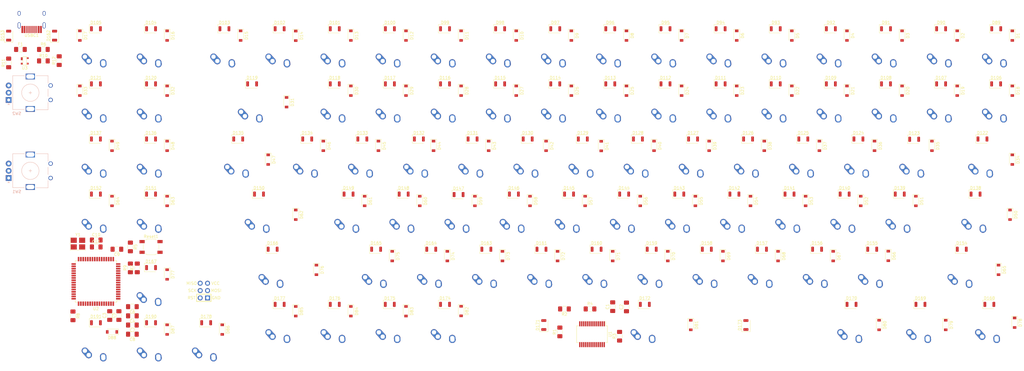
<source format=kicad_pcb>
(kicad_pcb (version 20171130) (host pcbnew "(5.1.4)-1")
  (layers (0 F.Cu signal) (31 B.Cu signal) (34 B.Paste user) (35 F.Paste user) (36 B.SilkS user) (37 F.SilkS user) (38 B.Mask user) (39 F.Mask user) (44 Edge.Cuts user))
  (net 0 "")
  (net 1 AD)
  (net 2 VCC)
  (net 3 +5V)
  (net 4 "Net-(C9-Pad1)")
  (net 5 XTAL1)
  (net 6 XTAL2)
  (net 7 "Net-(D1-Pad2)")
  (net 8 ROW0)
  (net 9 "Net-(D2-Pad2)")
  (net 10 "Net-(D3-Pad2)")
  (net 11 "Net-(D4-Pad2)")
  (net 12 "Net-(D5-Pad2)")
  (net 13 "Net-(D6-Pad2)")
  (net 14 "Net-(D7-Pad2)")
  (net 15 "Net-(D8-Pad2)")
  (net 16 "Net-(D9-Pad2)")
  (net 17 "Net-(D10-Pad2)")
  (net 18 "Net-(D11-Pad2)")
  (net 19 "Net-(D12-Pad2)")
  (net 20 "Net-(D13-Pad2)")
  (net 21 "Net-(D14-Pad2)")
  (net 22 "Net-(D15-Pad2)")
  (net 23 "Net-(D16-Pad2)")
  (net 24 "Net-(D17-Pad2)")
  (net 25 "Net-(D18-Pad2)")
  (net 26 ROW1)
  (net 27 "Net-(D19-Pad2)")
  (net 28 "Net-(D20-Pad2)")
  (net 29 "Net-(D21-Pad2)")
  (net 30 "Net-(D22-Pad2)")
  (net 31 "Net-(D23-Pad2)")
  (net 32 "Net-(D24-Pad2)")
  (net 33 "Net-(D25-Pad2)")
  (net 34 "Net-(D26-Pad2)")
  (net 35 "Net-(D27-Pad2)")
  (net 36 "Net-(D28-Pad2)")
  (net 37 "Net-(D29-Pad2)")
  (net 38 "Net-(D30-Pad2)")
  (net 39 "Net-(D31-Pad2)")
  (net 40 "Net-(D32-Pad2)")
  (net 41 "Net-(D33-Pad2)")
  (net 42 "Net-(D34-Pad2)")
  (net 43 ROW2)
  (net 44 "Net-(D35-Pad2)")
  (net 45 "Net-(D36-Pad2)")
  (net 46 "Net-(D37-Pad2)")
  (net 47 "Net-(D38-Pad2)")
  (net 48 "Net-(D39-Pad2)")
  (net 49 "Net-(D40-Pad2)")
  (net 50 "Net-(D41-Pad2)")
  (net 51 "Net-(D42-Pad2)")
  (net 52 "Net-(D43-Pad2)")
  (net 53 "Net-(D44-Pad2)")
  (net 54 "Net-(D45-Pad2)")
  (net 55 "Net-(D46-Pad2)")
  (net 56 "Net-(D47-Pad2)")
  (net 57 "Net-(D48-Pad2)")
  (net 58 "Net-(D49-Pad2)")
  (net 59 "Net-(D50-Pad2)")
  (net 60 ROW3)
  (net 61 "Net-(D51-Pad2)")
  (net 62 "Net-(D52-Pad2)")
  (net 63 "Net-(D53-Pad2)")
  (net 64 "Net-(D54-Pad2)")
  (net 65 "Net-(D55-Pad2)")
  (net 66 "Net-(D56-Pad2)")
  (net 67 "Net-(D57-Pad2)")
  (net 68 "Net-(D58-Pad2)")
  (net 69 "Net-(D59-Pad2)")
  (net 70 "Net-(D60-Pad2)")
  (net 71 "Net-(D61-Pad2)")
  (net 72 "Net-(D62-Pad2)")
  (net 73 "Net-(D63-Pad2)")
  (net 74 "Net-(D64-Pad2)")
  (net 75 "Net-(D65-Pad2)")
  (net 76 ROW4)
  (net 77 "Net-(D66-Pad2)")
  (net 78 "Net-(D67-Pad2)")
  (net 79 "Net-(D68-Pad2)")
  (net 80 "Net-(D69-Pad2)")
  (net 81 "Net-(D70-Pad2)")
  (net 82 "Net-(D71-Pad2)")
  (net 83 "Net-(D72-Pad2)")
  (net 84 "Net-(D73-Pad2)")
  (net 85 "Net-(D74-Pad2)")
  (net 86 "Net-(D75-Pad2)")
  (net 87 "Net-(D76-Pad2)")
  (net 88 "Net-(D77-Pad2)")
  (net 89 "Net-(D78-Pad2)")
  (net 90 ROW5)
  (net 91 "Net-(D79-Pad2)")
  (net 92 "Net-(D80-Pad2)")
  (net 93 "Net-(D81-Pad2)")
  (net 94 "Net-(D82-Pad2)")
  (net 95 "Net-(D83-Pad2)")
  (net 96 "Net-(D84-Pad2)")
  (net 97 "Net-(D85-Pad2)")
  (net 98 "Net-(D86-Pad2)")
  (net 99 "Net-(D87-Pad2)")
  (net 100 "Net-(D88-Pad2)")
  (net 101 CA2)
  (net 102 CA1)
  (net 103 CA3)
  (net 104 CA4)
  (net 105 CA5)
  (net 106 CA6)
  (net 107 CA7)
  (net 108 CA8)
  (net 109 CA9)
  (net 110 CB1)
  (net 111 CB3)
  (net 112 CB4)
  (net 113 CB5)
  (net 114 CB6)
  (net 115 CB7)
  (net 116 CB8)
  (net 117 CB9)
  (net 118 LED1)
  (net 119 "Net-(D153-Pad1)")
  (net 120 LED2)
  (net 121 "Net-(D162-Pad1)")
  (net 122 RESET)
  (net 123 MOSI)
  (net 124 SCLK)
  (net 125 MISO)
  (net 126 COL0)
  (net 127 COL1)
  (net 128 COL2)
  (net 129 COL3)
  (net 130 COL4)
  (net 131 COL5)
  (net 132 COL6)
  (net 133 COL7)
  (net 134 COL8)
  (net 135 COL9)
  (net 136 COL10)
  (net 137 COL11)
  (net 138 COL12)
  (net 139 COL13)
  (net 140 COL14)
  (net 141 COL15)
  (net 142 COL16)
  (net 143 SCL)
  (net 144 SDA)
  (net 145 SDB)
  (net 146 REXT)
  (net 147 "Net-(R6-Pad2)")
  (net 148 "Net-(R7-Pad2)")
  (net 149 D-)
  (net 150 "Net-(R8-Pad1)")
  (net 151 "Net-(R9-Pad2)")
  (net 152 D+)
  (net 153 "Net-(R10-Pad2)")
  (net 154 R00)
  (net 155 R01)
  (net 156 R10)
  (net 157 R11)
  (module Resistor_SMD:R_1206_3216Metric_Pad1.42x1.75mm_HandSolder (layer F.Cu) (at -30.1625 53.875 90)
    (fp_text reference R12 (at 0 -1.82 90) (layer F.SilkS))
    (fp_text value 470)
    (pad 2 smd roundrect (at 1.4875 0 90) (size 1.425 1.75) (layers F.Cu F.Paste F.Mask) (roundrect_rratio 0.175439) (net 121 "Net-(D162-Pad1)"))
    (pad 1 smd roundrect (at -1.4875 0 90) (size 1.425 1.75) (layers F.Cu F.Paste F.Mask) (roundrect_rratio 0.175439) (net 1 AD))
  )
  (module Resistor_SMD:R_1206_3216Metric_Pad1.42x1.75mm_HandSolder (layer F.Cu) (at -47.625 54.66875 90)
    (fp_text reference R11 (at 0 -1.82 90) (layer F.SilkS))
    (fp_text value 470)
    (pad 2 smd roundrect (at 1.4875 0 90) (size 1.425 1.75) (layers F.Cu F.Paste F.Mask) (roundrect_rratio 0.175439) (net 119 "Net-(D153-Pad1)"))
    (pad 1 smd roundrect (at -1.4875 0 90) (size 1.425 1.75) (layers F.Cu F.Paste F.Mask) (roundrect_rratio 0.175439) (net 1 AD))
  )
  (module Resistor_SMD:R_1206_3216Metric_Pad1.42x1.75mm_HandSolder (layer F.Cu) (at -35.61875 53.975)
    (fp_text reference R10 (at 0 -1.82) (layer F.SilkS))
    (fp_text value 5.1k)
    (pad 2 smd roundrect (at 1.4875 0) (size 1.425 1.75) (layers F.Cu F.Paste F.Mask) (roundrect_rratio 0.175439) (net 153 "Net-(R10-Pad2)"))
    (pad 1 smd roundrect (at -1.4875 0) (size 1.425 1.75) (layers F.Cu F.Paste F.Mask) (roundrect_rratio 0.175439) (net 1 AD))
  )
  (module Resistor_SMD:R_1206_3216Metric_Pad1.42x1.75mm_HandSolder (layer F.Cu) (at -5.55625 125.5125 90)
    (fp_text reference R9 (at 0 -1.82 90) (layer F.SilkS))
    (fp_text value 22)
    (pad 2 smd roundrect (at 1.4875 0 90) (size 1.425 1.75) (layers F.Cu F.Paste F.Mask) (roundrect_rratio 0.175439) (net 151 "Net-(R9-Pad2)"))
    (pad 1 smd roundrect (at -1.4875 0 90) (size 1.425 1.75) (layers F.Cu F.Paste F.Mask) (roundrect_rratio 0.175439) (net 152 D+))
  )
  (module Resistor_SMD:R_1206_3216Metric_Pad1.42x1.75mm_HandSolder (layer F.Cu) (at -25.4 142.08125 270)
    (fp_text reference R8 (at 0 -1.82 90) (layer F.SilkS))
    (fp_text value 1k)
    (pad 2 smd roundrect (at 1.4875 0 270) (size 1.425 1.75) (layers F.Cu F.Paste F.Mask) (roundrect_rratio 0.175439) (net 1 AD))
    (pad 1 smd roundrect (at -1.4875 0 270) (size 1.425 1.75) (layers F.Cu F.Paste F.Mask) (roundrect_rratio 0.175439) (net 150 "Net-(R8-Pad1)"))
  )
  (module Resistor_SMD:R_1206_3216Metric_Pad1.42x1.75mm_HandSolder (layer F.Cu) (at -3.175 125.5125 90)
    (fp_text reference R7 (at 0 -1.82 90) (layer F.SilkS))
    (fp_text value 22)
    (pad 2 smd roundrect (at 1.4875 0 90) (size 1.425 1.75) (layers F.Cu F.Paste F.Mask) (roundrect_rratio 0.175439) (net 148 "Net-(R7-Pad2)"))
    (pad 1 smd roundrect (at -1.4875 0 90) (size 1.425 1.75) (layers F.Cu F.Paste F.Mask) (roundrect_rratio 0.175439) (net 149 D-))
  )
  (module Resistor_SMD:R_1206_3216Metric_Pad1.42x1.75mm_HandSolder (layer F.Cu) (at -35.61875 50.00625)
    (fp_text reference R6 (at 0 -1.82) (layer F.SilkS))
    (fp_text value 5.1k)
    (pad 2 smd roundrect (at 1.4875 0) (size 1.425 1.75) (layers F.Cu F.Paste F.Mask) (roundrect_rratio 0.175439) (net 147 "Net-(R6-Pad2)"))
    (pad 1 smd roundrect (at -1.4875 0) (size 1.425 1.75) (layers F.Cu F.Paste F.Mask) (roundrect_rratio 0.175439) (net 1 AD))
  )
  (module Resistor_SMD:R_1206_3216Metric_Pad1.42x1.75mm_HandSolder (layer F.Cu) (at -5.55625 118.26875 270)
    (fp_text reference R5 (at 0 -1.82 90) (layer F.SilkS))
    (fp_text value 10k)
    (pad 2 smd roundrect (at 1.4875 0 270) (size 1.425 1.75) (layers F.Cu F.Paste F.Mask) (roundrect_rratio 0.175439) (net 122 RESET))
    (pad 1 smd roundrect (at -1.4875 0 270) (size 1.425 1.75) (layers F.Cu F.Paste F.Mask) (roundrect_rratio 0.175439) (net 3 +5V))
  )
  (module Resistor_SMD:R_1206_3216Metric_Pad1.42x1.75mm_HandSolder (layer F.Cu) (at 153.29375 139.7)
    (fp_text reference R4 (at 0 -1.82) (layer F.SilkS))
    (fp_text value 20k)
    (pad 2 smd roundrect (at 1.4875 0) (size 1.425 1.75) (layers F.Cu F.Paste F.Mask) (roundrect_rratio 0.175439) (net 146 REXT))
    (pad 1 smd roundrect (at -1.4875 0) (size 1.425 1.75) (layers F.Cu F.Paste F.Mask) (roundrect_rratio 0.175439) (net 1 AD))
  )
  (module Resistor_SMD:R_1206_3216Metric_Pad1.42x1.75mm_HandSolder (layer F.Cu) (at 163.5125 149.125 90)
    (fp_text reference R3 (at 0 -1.82 90) (layer F.SilkS))
    (fp_text value 100k)
    (pad 2 smd roundrect (at 1.4875 0 90) (size 1.425 1.75) (layers F.Cu F.Paste F.Mask) (roundrect_rratio 0.175439) (net 1 AD))
    (pad 1 smd roundrect (at -1.4875 0 90) (size 1.425 1.75) (layers F.Cu F.Paste F.Mask) (roundrect_rratio 0.175439) (net 145 SDB))
  )
  (module Resistor_SMD:R_1206_3216Metric_Pad1.42x1.75mm_HandSolder (layer F.Cu) (at 144.4625 139.7 180)
    (fp_text reference R2 (at 0 -1.82) (layer F.SilkS))
    (fp_text value 4k7)
    (pad 2 smd roundrect (at 1.4875 0 180) (size 1.425 1.75) (layers F.Cu F.Paste F.Mask) (roundrect_rratio 0.175439) (net 2 VCC))
    (pad 1 smd roundrect (at -1.4875 0 180) (size 1.425 1.75) (layers F.Cu F.Paste F.Mask) (roundrect_rratio 0.175439) (net 144 SDA))
  )
  (module Resistor_SMD:R_1206_3216Metric_Pad1.42x1.75mm_HandSolder (layer F.Cu) (at 142.875 147.6375 90)
    (fp_text reference R1 (at 0 -1.82 90) (layer F.SilkS))
    (fp_text value 4k7)
    (pad 1 smd roundrect (at -1.4875 0 90) (size 1.425 1.75) (layers F.Cu F.Paste F.Mask) (roundrect_rratio 0.175439) (net 143 SCL))
    (pad 2 smd roundrect (at 1.4875 0 90) (size 1.425 1.75) (layers F.Cu F.Paste F.Mask) (roundrect_rratio 0.175439) (net 2 VCC))
  )
  (module Crystal:Crystal_SMD_3225-4Pin_3.2x2.5mm_HandSoldering (layer F.Cu) (at -23.675 117.11875)
    (fp_text reference Y1 (at 0 -3.05) (layer F.SilkS))
    (fp_text value 16MHz)
    (pad 4 smd rect (at -1.45 -1.15) (size 2.1 1.8) (layers F.Cu F.Paste F.Mask) (net 5 XTAL1))
    (pad 3 smd rect (at 1.45 -1.15) (size 2.1 1.8) (layers F.Cu F.Paste F.Mask) (net 1 AD))
    (pad 2 smd rect (at 1.45 1.15) (size 2.1 1.8) (layers F.Cu F.Paste F.Mask) (net 6 XTAL2))
    (pad 1 smd rect (at -1.45 1.15) (size 2.1 1.8) (layers F.Cu F.Paste F.Mask) (net 1 AD))
  )
  (module Type-C:HRO-TYPE-C-31-M-12-HandSoldering (layer F.Cu) (at -39.6875 34.925 180)
    (fp_text reference USBC1 (at 0 -10.2) (layer F.SilkS))
    (fp_text value HRO-TYPE-C-31-M-12)
    (pad 12 smd rect (at 3.225 -8.195 180) (size 0.6 2.45) (layers F.Cu F.Paste F.Mask) (net 1 AD))
    (pad 1 smd rect (at -3.225 -8.195 180) (size 0.6 2.45) (layers F.Cu F.Paste F.Mask) (net 1 AD))
    (pad 11 smd rect (at 2.45 -8.195 180) (size 0.6 2.45) (layers F.Cu F.Paste F.Mask) (net 2 VCC))
    (pad 2 smd rect (at -2.45 -8.195 180) (size 0.6 2.45) (layers F.Cu F.Paste F.Mask) (net 2 VCC))
    (pad 3 smd rect (at -1.75 -8.195 180) (size 0.3 2.45) (layers F.Cu F.Paste F.Mask))
    (pad 10 smd rect (at 1.75 -8.195 180) (size 0.3 2.45) (layers F.Cu F.Paste F.Mask) (net 153 "Net-(R10-Pad2)"))
    (pad 4 smd rect (at -1.25 -8.195 180) (size 0.3 2.45) (layers F.Cu F.Paste F.Mask) (net 147 "Net-(R6-Pad2)"))
    (pad 9 smd rect (at 1.25 -8.195 180) (size 0.3 2.45) (layers F.Cu F.Paste F.Mask))
    (pad 5 smd rect (at -0.75 -8.195 180) (size 0.3 2.45) (layers F.Cu F.Paste F.Mask) (net 148 "Net-(R7-Pad2)"))
    (pad 8 smd rect (at 0.75 -8.195 180) (size 0.3 2.45) (layers F.Cu F.Paste F.Mask) (net 151 "Net-(R9-Pad2)"))
    (pad 7 smd rect (at 0.25 -8.195 180) (size 0.3 2.45) (layers F.Cu F.Paste F.Mask) (net 148 "Net-(R7-Pad2)"))
    (pad 6 smd rect (at -0.25 -8.195 180) (size 0.3 2.45) (layers F.Cu F.Paste F.Mask) (net 151 "Net-(R9-Pad2)"))
    (pad "" np_thru_hole circle (at 2.89 -6.25 180) (size 0.65 0.65) (drill 0.65) (layers *.Cu *.Mask))
    (pad "" np_thru_hole circle (at -2.89 -6.25 180) (size 0.65 0.65) (drill 0.65) (layers *.Cu *.Mask))
    (pad 13 thru_hole oval (at -4.32 -6.78 180) (size 1 2.1) (drill oval 0.6 1.7) (layers *.Cu B.Mask) (net 1 AD))
    (pad 13 thru_hole oval (at 4.32 -6.78 180) (size 1 2.1) (drill oval 0.6 1.7) (layers *.Cu B.Mask) (net 1 AD))
    (pad 13 thru_hole oval (at -4.32 -2.6 180) (size 1 1.6) (drill oval 0.6 1.2) (layers *.Cu B.Mask) (net 1 AD))
    (pad 13 thru_hole oval (at 4.32 -2.6 180) (size 1 1.6) (drill oval 0.6 1.2) (layers *.Cu B.Mask) (net 1 AD))
  )
  (module random-keyboard-parts:SOT143B (layer F.Cu) (at -42.06875 53.975)
    (fp_text reference U3 (at 0 2.45) (layer F.SilkS))
    (fp_text value PRTR5V0U2X)
    (pad 1 smd rect (at -1 -0.75 270) (size 1 0.7) (layers F.Cu F.Paste F.Mask) (net 1 AD))
    (pad 4 smd rect (at 1 -0.95 270) (size 0.6 0.7) (layers F.Cu F.Paste F.Mask) (net 2 VCC))
    (pad 2 smd rect (at -1 0.95 270) (size 0.6 0.7) (layers F.Cu F.Paste F.Mask) (net 151 "Net-(R9-Pad2)"))
    (pad 3 smd rect (at 1 0.95 270) (size 0.6 0.7) (layers F.Cu F.Paste F.Mask) (net 148 "Net-(R7-Pad2)"))
  )
  (module Package_QFP:TQFP-64_14x14mm_P0.8mm (layer F.Cu) (at -17.4625 130.175 180)
    (fp_text reference U2 (at 0 -9.45) (layer F.SilkS))
    (fp_text value AT90USB1286-AU)
    (pad 64 smd rect (at -6 -7.7 270) (size 1.5 0.55) (layers F.Cu F.Paste F.Mask) (net 3 +5V))
    (pad 63 smd rect (at -5.2 -7.7 270) (size 1.5 0.55) (layers F.Cu F.Paste F.Mask) (net 1 AD))
    (pad 62 smd rect (at -4.4 -7.7 270) (size 1.5 0.55) (layers F.Cu F.Paste F.Mask))
    (pad 61 smd rect (at -3.6 -7.7 270) (size 1.5 0.55) (layers F.Cu F.Paste F.Mask) (net 136 COL10))
    (pad 60 smd rect (at -2.8 -7.7 270) (size 1.5 0.55) (layers F.Cu F.Paste F.Mask) (net 137 COL11))
    (pad 59 smd rect (at -2 -7.7 270) (size 1.5 0.55) (layers F.Cu F.Paste F.Mask) (net 138 COL12))
    (pad 58 smd rect (at -1.2 -7.7 270) (size 1.5 0.55) (layers F.Cu F.Paste F.Mask) (net 139 COL13))
    (pad 57 smd rect (at -0.4 -7.7 270) (size 1.5 0.55) (layers F.Cu F.Paste F.Mask) (net 140 COL14))
    (pad 56 smd rect (at 0.4 -7.7 270) (size 1.5 0.55) (layers F.Cu F.Paste F.Mask) (net 141 COL15))
    (pad 55 smd rect (at 1.2 -7.7 270) (size 1.5 0.55) (layers F.Cu F.Paste F.Mask) (net 142 COL16))
    (pad 54 smd rect (at 2 -7.7 270) (size 1.5 0.55) (layers F.Cu F.Paste F.Mask))
    (pad 53 smd rect (at 2.8 -7.7 270) (size 1.5 0.55) (layers F.Cu F.Paste F.Mask) (net 1 AD))
    (pad 52 smd rect (at 3.6 -7.7 270) (size 1.5 0.55) (layers F.Cu F.Paste F.Mask) (net 3 +5V))
    (pad 51 smd rect (at 4.4 -7.7 270) (size 1.5 0.55) (layers F.Cu F.Paste F.Mask))
    (pad 50 smd rect (at 5.2 -7.7 270) (size 1.5 0.55) (layers F.Cu F.Paste F.Mask))
    (pad 49 smd rect (at 6 -7.7 270) (size 1.5 0.55) (layers F.Cu F.Paste F.Mask))
    (pad 48 smd rect (at 7.7 -6 180) (size 1.5 0.55) (layers F.Cu F.Paste F.Mask))
    (pad 47 smd rect (at 7.7 -5.2 180) (size 1.5 0.55) (layers F.Cu F.Paste F.Mask))
    (pad 46 smd rect (at 7.7 -4.4 180) (size 1.5 0.55) (layers F.Cu F.Paste F.Mask))
    (pad 45 smd rect (at 7.7 -3.6 180) (size 1.5 0.55) (layers F.Cu F.Paste F.Mask))
    (pad 44 smd rect (at 7.7 -2.8 180) (size 1.5 0.55) (layers F.Cu F.Paste F.Mask))
    (pad 43 smd rect (at 7.7 -2 180) (size 1.5 0.55) (layers F.Cu F.Paste F.Mask) (net 150 "Net-(R8-Pad1)"))
    (pad 42 smd rect (at 7.7 -1.2 180) (size 1.5 0.55) (layers F.Cu F.Paste F.Mask))
    (pad 41 smd rect (at 7.7 -0.4 180) (size 1.5 0.55) (layers F.Cu F.Paste F.Mask))
    (pad 40 smd rect (at 7.7 0.4 180) (size 1.5 0.55) (layers F.Cu F.Paste F.Mask))
    (pad 39 smd rect (at 7.7 1.2 180) (size 1.5 0.55) (layers F.Cu F.Paste F.Mask) (net 120 LED2))
    (pad 38 smd rect (at 7.7 2 180) (size 1.5 0.55) (layers F.Cu F.Paste F.Mask) (net 118 LED1))
    (pad 37 smd rect (at 7.7 2.8 180) (size 1.5 0.55) (layers F.Cu F.Paste F.Mask) (net 143 SCL))
    (pad 36 smd rect (at 7.7 3.6 180) (size 1.5 0.55) (layers F.Cu F.Paste F.Mask) (net 145 SDB))
    (pad 35 smd rect (at 7.7 4.4 180) (size 1.5 0.55) (layers F.Cu F.Paste F.Mask) (net 144 SDA))
    (pad 34 smd rect (at 7.7 5.2 180) (size 1.5 0.55) (layers F.Cu F.Paste F.Mask) (net 157 R11))
    (pad 33 smd rect (at 7.7 6 180) (size 1.5 0.55) (layers F.Cu F.Paste F.Mask) (net 156 R10))
    (pad 32 smd rect (at 6 7.7 270) (size 1.5 0.55) (layers F.Cu F.Paste F.Mask) (net 155 R01))
    (pad 31 smd rect (at 5.2 7.7 270) (size 1.5 0.55) (layers F.Cu F.Paste F.Mask) (net 154 R00))
    (pad 30 smd rect (at 4.4 7.7 270) (size 1.5 0.55) (layers F.Cu F.Paste F.Mask) (net 90 ROW5))
    (pad 29 smd rect (at 3.6 7.7 270) (size 1.5 0.55) (layers F.Cu F.Paste F.Mask) (net 76 ROW4))
    (pad 28 smd rect (at 2.8 7.7 270) (size 1.5 0.55) (layers F.Cu F.Paste F.Mask) (net 60 ROW3))
    (pad 27 smd rect (at 2 7.7 270) (size 1.5 0.55) (layers F.Cu F.Paste F.Mask) (net 43 ROW2))
    (pad 26 smd rect (at 1.2 7.7 270) (size 1.5 0.55) (layers F.Cu F.Paste F.Mask) (net 26 ROW1))
    (pad 25 smd rect (at 0.4 7.7 270) (size 1.5 0.55) (layers F.Cu F.Paste F.Mask) (net 8 ROW0))
    (pad 24 smd rect (at -0.4 7.7 270) (size 1.5 0.55) (layers F.Cu F.Paste F.Mask) (net 5 XTAL1))
    (pad 23 smd rect (at -1.2 7.7 270) (size 1.5 0.55) (layers F.Cu F.Paste F.Mask) (net 6 XTAL2))
    (pad 22 smd rect (at -2 7.7 270) (size 1.5 0.55) (layers F.Cu F.Paste F.Mask) (net 1 AD))
    (pad 21 smd rect (at -2.8 7.7 270) (size 1.5 0.55) (layers F.Cu F.Paste F.Mask) (net 3 +5V))
    (pad 20 smd rect (at -3.6 7.7 270) (size 1.5 0.55) (layers F.Cu F.Paste F.Mask) (net 122 RESET))
    (pad 19 smd rect (at -4.4 7.7 270) (size 1.5 0.55) (layers F.Cu F.Paste F.Mask) (net 126 COL0))
    (pad 18 smd rect (at -5.2 7.7 270) (size 1.5 0.55) (layers F.Cu F.Paste F.Mask) (net 127 COL1))
    (pad 17 smd rect (at -6 7.7 270) (size 1.5 0.55) (layers F.Cu F.Paste F.Mask) (net 128 COL2))
    (pad 16 smd rect (at -7.7 6 180) (size 1.5 0.55) (layers F.Cu F.Paste F.Mask) (net 129 COL3))
    (pad 15 smd rect (at -7.7 5.2 180) (size 1.5 0.55) (layers F.Cu F.Paste F.Mask) (net 130 COL4))
    (pad 14 smd rect (at -7.7 4.4 180) (size 1.5 0.55) (layers F.Cu F.Paste F.Mask) (net 131 COL5))
    (pad 13 smd rect (at -7.7 3.6 180) (size 1.5 0.55) (layers F.Cu F.Paste F.Mask) (net 125 MISO))
    (pad 12 smd rect (at -7.7 2.8 180) (size 1.5 0.55) (layers F.Cu F.Paste F.Mask) (net 123 MOSI))
    (pad 11 smd rect (at -7.7 2 180) (size 1.5 0.55) (layers F.Cu F.Paste F.Mask) (net 124 SCLK))
    (pad 10 smd rect (at -7.7 1.2 180) (size 1.5 0.55) (layers F.Cu F.Paste F.Mask) (net 132 COL6))
    (pad 9 smd rect (at -7.7 0.4 180) (size 1.5 0.55) (layers F.Cu F.Paste F.Mask) (net 133 COL7))
    (pad 8 smd rect (at -7.7 -0.4 180) (size 1.5 0.55) (layers F.Cu F.Paste F.Mask) (net 3 +5V))
    (pad 7 smd rect (at -7.7 -1.2 180) (size 1.5 0.55) (layers F.Cu F.Paste F.Mask) (net 4 "Net-(C9-Pad1)"))
    (pad 6 smd rect (at -7.7 -2 180) (size 1.5 0.55) (layers F.Cu F.Paste F.Mask) (net 1 AD))
    (pad 5 smd rect (at -7.7 -2.8 180) (size 1.5 0.55) (layers F.Cu F.Paste F.Mask) (net 152 D+))
    (pad 4 smd rect (at -7.7 -3.6 180) (size 1.5 0.55) (layers F.Cu F.Paste F.Mask) (net 149 D-))
    (pad 3 smd rect (at -7.7 -4.4 180) (size 1.5 0.55) (layers F.Cu F.Paste F.Mask) (net 3 +5V))
    (pad 2 smd rect (at -7.7 -5.2 180) (size 1.5 0.55) (layers F.Cu F.Paste F.Mask) (net 134 COL8))
    (pad 1 smd rect (at -7.7 -6 180) (size 1.5 0.55) (layers F.Cu F.Paste F.Mask) (net 135 COL9))
  )
  (module Package_SO:SSOP-28_5.3x10.2mm_P0.65mm (layer F.Cu) (at 153.9875 148.43125 270)
    (fp_text reference U1 (at 0 -6.25 90) (layer F.SilkS))
    (fp_text value IS31FL3731-SA)
    (pad 28 smd rect (at 3.6 -4.225 270) (size 1.75 0.45) (layers F.Cu F.Paste F.Mask) (net 108 CA8))
    (pad 27 smd rect (at 3.6 -3.575 270) (size 1.75 0.45) (layers F.Cu F.Paste F.Mask) (net 107 CA7))
    (pad 26 smd rect (at 3.6 -2.925 270) (size 1.75 0.45) (layers F.Cu F.Paste F.Mask) (net 106 CA6))
    (pad 25 smd rect (at 3.6 -2.275 270) (size 1.75 0.45) (layers F.Cu F.Paste F.Mask) (net 105 CA5))
    (pad 24 smd rect (at 3.6 -1.625 270) (size 1.75 0.45) (layers F.Cu F.Paste F.Mask) (net 104 CA4))
    (pad 23 smd rect (at 3.6 -0.975 270) (size 1.75 0.45) (layers F.Cu F.Paste F.Mask) (net 103 CA3))
    (pad 22 smd rect (at 3.6 -0.325 270) (size 1.75 0.45) (layers F.Cu F.Paste F.Mask) (net 101 CA2))
    (pad 21 smd rect (at 3.6 0.325 270) (size 1.75 0.45) (layers F.Cu F.Paste F.Mask) (net 102 CA1))
    (pad 20 smd rect (at 3.6 0.975 270) (size 1.75 0.45) (layers F.Cu F.Paste F.Mask) (net 143 SCL))
    (pad 19 smd rect (at 3.6 1.625 270) (size 1.75 0.45) (layers F.Cu F.Paste F.Mask) (net 144 SDA))
    (pad 18 smd rect (at 3.6 2.275 270) (size 1.75 0.45) (layers F.Cu F.Paste F.Mask) (net 1 AD))
    (pad 17 smd rect (at 3.6 2.925 270) (size 1.75 0.45) (layers F.Cu F.Paste F.Mask))
    (pad 16 smd rect (at 3.6 3.575 270) (size 1.75 0.45) (layers F.Cu F.Paste F.Mask))
    (pad 15 smd rect (at 3.6 4.225 270) (size 1.75 0.45) (layers F.Cu F.Paste F.Mask) (net 117 CB9))
    (pad 14 smd rect (at -3.6 4.225 270) (size 1.75 0.45) (layers F.Cu F.Paste F.Mask) (net 116 CB8))
    (pad 13 smd rect (at -3.6 3.575 270) (size 1.75 0.45) (layers F.Cu F.Paste F.Mask) (net 115 CB7))
    (pad 12 smd rect (at -3.6 2.925 270) (size 1.75 0.45) (layers F.Cu F.Paste F.Mask) (net 114 CB6))
    (pad 11 smd rect (at -3.6 2.275 270) (size 1.75 0.45) (layers F.Cu F.Paste F.Mask) (net 113 CB5))
    (pad 10 smd rect (at -3.6 1.625 270) (size 1.75 0.45) (layers F.Cu F.Paste F.Mask) (net 112 CB4))
    (pad 9 smd rect (at -3.6 0.975 270) (size 1.75 0.45) (layers F.Cu F.Paste F.Mask) (net 111 CB3))
    (pad 8 smd rect (at -3.6 0.325 270) (size 1.75 0.45) (layers F.Cu F.Paste F.Mask) (net 110 CB1))
    (pad 7 smd rect (at -3.6 -0.325 270) (size 1.75 0.45) (layers F.Cu F.Paste F.Mask) (net 110 CB1))
    (pad 6 smd rect (at -3.6 -0.975 270) (size 1.75 0.45) (layers F.Cu F.Paste F.Mask) (net 146 REXT))
    (pad 5 smd rect (at -3.6 -1.625 270) (size 1.75 0.45) (layers F.Cu F.Paste F.Mask) (net 1 AD))
    (pad 4 smd rect (at -3.6 -2.275 270) (size 1.75 0.45) (layers F.Cu F.Paste F.Mask))
    (pad 3 smd rect (at -3.6 -2.925 270) (size 1.75 0.45) (layers F.Cu F.Paste F.Mask) (net 145 SDB))
    (pad 2 smd rect (at -3.6 -3.575 270) (size 1.75 0.45) (layers F.Cu F.Paste F.Mask) (net 2 VCC))
    (pad 1 smd rect (at -3.6 -4.225 270) (size 1.75 0.45) (layers F.Cu F.Paste F.Mask) (net 109 CA9))
  )
  (module Rotary_Encoder:RotaryEncoder_Alps_EC11E_Vertical_H20mm (layer B.Cu) (at -47.625 67.46875)
    (fp_text reference SW2 (at 2.8 4.7) (layer B.SilkS) (effects (justify mirror)))
    (fp_text value Rotary_Encoder)
    (pad A thru_hole rect (at 0 0) (size 2 2) (drill 1) (layers *.Cu *.Mask) (net 156 R10))
    (pad C thru_hole circle (at 0 -2.5) (size 2 2) (drill 1) (layers *.Cu *.Mask) (net 1 AD))
    (pad B thru_hole circle (at 0 -5) (size 2 2) (drill 1) (layers *.Cu *.Mask) (net 157 R11))
    (pad MP thru_hole rect (at 7.5 3.1) (size 3.2 2) (drill oval 2.8 1.5) (layers *.Cu *.Mask))
    (pad MP thru_hole rect (at 7.5 -8.1) (size 3.2 2) (drill oval 2.8 1.5) (layers *.Cu *.Mask))
    (pad "" thru_hole circle (at 14.5 0) (size 1.5 1.5) (drill 1) (layers *.Cu *.Mask))
    (pad "" thru_hole circle (at 14.5 -5) (size 1.5 1.5) (drill 1) (layers *.Cu *.Mask))
  )
  (module Rotary_Encoder:RotaryEncoder_Alps_EC11E_Vertical_H20mm (layer B.Cu) (at -47.625 94.45625)
    (fp_text reference SW1 (at 2.8 4.7) (layer B.SilkS) (effects (justify mirror)))
    (fp_text value Rotary_Encoder)
    (pad A thru_hole rect (at 0 0) (size 2 2) (drill 1) (layers *.Cu *.Mask) (net 154 R00))
    (pad C thru_hole circle (at 0 -2.5) (size 2 2) (drill 1) (layers *.Cu *.Mask) (net 1 AD))
    (pad B thru_hole circle (at 0 -5) (size 2 2) (drill 1) (layers *.Cu *.Mask) (net 155 R01))
    (pad MP thru_hole rect (at 7.5 3.1) (size 3.2 2) (drill oval 2.8 1.5) (layers *.Cu *.Mask))
    (pad MP thru_hole rect (at 7.5 -8.1) (size 3.2 2) (drill oval 2.8 1.5) (layers *.Cu *.Mask))
    (pad "" thru_hole circle (at 14.5 0) (size 1.5 1.5) (drill 1) (layers *.Cu *.Mask))
    (pad "" thru_hole circle (at 14.5 -5) (size 1.5 1.5) (drill 1) (layers *.Cu *.Mask))
  )
  (module Button_Switch_SMD:SW_SPST_SKQG_WithStem (layer F.Cu) (at 1.5875 118.26875)
    (fp_text reference Reset1 (at 0 -3.6) (layer F.SilkS))
    (fp_text value SW_Push)
    (pad 2 smd rect (at 3.1 1.85) (size 1.8 1.1) (layers F.Cu F.Paste F.Mask) (net 122 RESET))
    (pad 2 smd rect (at -3.1 1.85) (size 1.8 1.1) (layers F.Cu F.Paste F.Mask) (net 122 RESET))
    (pad 1 smd rect (at 3.1 -1.85) (size 1.8 1.1) (layers F.Cu F.Paste F.Mask) (net 1 AD))
    (pad 1 smd rect (at -3.1 -1.85) (size 1.8 1.1) (layers F.Cu F.Paste F.Mask) (net 1 AD))
  )
  (module MX_Alps_Hybrid:MX-1U-NoLED (layer B.Cu) (at -17.4625 151.60625)
    (fp_text reference MX88)
    (fp_text value RIGHT)
    (pad "" np_thru_hole circle (at 5.08 0 311.9004) (size 1.75 1.75) (drill 1.75) (layers *.Cu *.Mask))
    (pad "" np_thru_hole circle (at -5.08 0 311.9004) (size 1.75 1.75) (drill 1.75) (layers *.Cu *.Mask))
    (pad 1 thru_hole circle (at -2.5 4) (size 2.25 2.25) (drill 1.47) (layers *.Cu F.Mask) (net 142 COL16))
    (pad "" np_thru_hole circle (at 0 0) (size 3.9878 3.9878) (drill 3.9878) (layers *.Cu *.Mask))
    (pad 1 thru_hole oval (at -3.81 2.54 311.9004) (size 4.211556 2.25) (drill 1.47 (offset 0.980778 0)) (layers *.Cu F.Mask) (net 142 COL16))
    (pad 2 thru_hole circle (at 2.54 5.08) (size 2.25 2.25) (drill 1.47) (layers *.Cu F.Mask) (net 100 "Net-(D88-Pad2)"))
    (pad 2 thru_hole oval (at 2.5 4.5 273.9452) (size 2.831378 2.25) (drill 1.47 (offset 0.290689 0)) (layers *.Cu F.Mask) (net 100 "Net-(D88-Pad2)"))
  )
  (module MX_Alps_Hybrid:MX-1U-NoLED (layer B.Cu) (at 1.5875 151.60625)
    (fp_text reference MX87)
    (fp_text value DOWN)
    (pad "" np_thru_hole circle (at 5.08 0 311.9004) (size 1.75 1.75) (drill 1.75) (layers *.Cu *.Mask))
    (pad "" np_thru_hole circle (at -5.08 0 311.9004) (size 1.75 1.75) (drill 1.75) (layers *.Cu *.Mask))
    (pad 1 thru_hole circle (at -2.5 4) (size 2.25 2.25) (drill 1.47) (layers *.Cu F.Mask) (net 141 COL15))
    (pad "" np_thru_hole circle (at 0 0) (size 3.9878 3.9878) (drill 3.9878) (layers *.Cu *.Mask))
    (pad 1 thru_hole oval (at -3.81 2.54 311.9004) (size 4.211556 2.25) (drill 1.47 (offset 0.980778 0)) (layers *.Cu F.Mask) (net 141 COL15))
    (pad 2 thru_hole circle (at 2.54 5.08) (size 2.25 2.25) (drill 1.47) (layers *.Cu F.Mask) (net 99 "Net-(D87-Pad2)"))
    (pad 2 thru_hole oval (at 2.5 4.5 273.9452) (size 2.831378 2.25) (drill 1.47 (offset 0.290689 0)) (layers *.Cu F.Mask) (net 99 "Net-(D87-Pad2)"))
  )
  (module MX_Alps_Hybrid:MX-1U-NoLED (layer B.Cu) (at 20.6375 151.60625)
    (fp_text reference MX86)
    (fp_text value LEFT)
    (pad "" np_thru_hole circle (at 5.08 0 311.9004) (size 1.75 1.75) (drill 1.75) (layers *.Cu *.Mask))
    (pad "" np_thru_hole circle (at -5.08 0 311.9004) (size 1.75 1.75) (drill 1.75) (layers *.Cu *.Mask))
    (pad 1 thru_hole circle (at -2.5 4) (size 2.25 2.25) (drill 1.47) (layers *.Cu F.Mask) (net 140 COL14))
    (pad "" np_thru_hole circle (at 0 0) (size 3.9878 3.9878) (drill 3.9878) (layers *.Cu *.Mask))
    (pad 1 thru_hole oval (at -3.81 2.54 311.9004) (size 4.211556 2.25) (drill 1.47 (offset 0.980778 0)) (layers *.Cu F.Mask) (net 140 COL14))
    (pad 2 thru_hole circle (at 2.54 5.08) (size 2.25 2.25) (drill 1.47) (layers *.Cu F.Mask) (net 98 "Net-(D86-Pad2)"))
    (pad 2 thru_hole oval (at 2.5 4.5 273.9452) (size 2.831378 2.25) (drill 1.47 (offset 0.290689 0)) (layers *.Cu F.Mask) (net 98 "Net-(D86-Pad2)"))
  )
  (module MX_Alps_Hybrid:MX-1U-NoLED (layer B.Cu) (at 46.0375 145.25625)
    (fp_text reference MX85)
    (fp_text value CTRLR)
    (pad "" np_thru_hole circle (at 5.08 0 311.9004) (size 1.75 1.75) (drill 1.75) (layers *.Cu *.Mask))
    (pad "" np_thru_hole circle (at -5.08 0 311.9004) (size 1.75 1.75) (drill 1.75) (layers *.Cu *.Mask))
    (pad 1 thru_hole circle (at -2.5 4) (size 2.25 2.25) (drill 1.47) (layers *.Cu F.Mask) (net 139 COL13))
    (pad "" np_thru_hole circle (at 0 0) (size 3.9878 3.9878) (drill 3.9878) (layers *.Cu *.Mask))
    (pad 1 thru_hole oval (at -3.81 2.54 311.9004) (size 4.211556 2.25) (drill 1.47 (offset 0.980778 0)) (layers *.Cu F.Mask) (net 139 COL13))
    (pad 2 thru_hole circle (at 2.54 5.08) (size 2.25 2.25) (drill 1.47) (layers *.Cu F.Mask) (net 97 "Net-(D85-Pad2)"))
    (pad 2 thru_hole oval (at 2.5 4.5 273.9452) (size 2.831378 2.25) (drill 1.47 (offset 0.290689 0)) (layers *.Cu F.Mask) (net 97 "Net-(D85-Pad2)"))
  )
  (module MX_Alps_Hybrid:MX-1U-NoLED (layer B.Cu) (at 65.0875 145.25625)
    (fp_text reference MX84)
    (fp_text value FN)
    (pad "" np_thru_hole circle (at 5.08 0 311.9004) (size 1.75 1.75) (drill 1.75) (layers *.Cu *.Mask))
    (pad "" np_thru_hole circle (at -5.08 0 311.9004) (size 1.75 1.75) (drill 1.75) (layers *.Cu *.Mask))
    (pad 1 thru_hole circle (at -2.5 4) (size 2.25 2.25) (drill 1.47) (layers *.Cu F.Mask) (net 138 COL12))
    (pad "" np_thru_hole circle (at 0 0) (size 3.9878 3.9878) (drill 3.9878) (layers *.Cu *.Mask))
    (pad 1 thru_hole oval (at -3.81 2.54 311.9004) (size 4.211556 2.25) (drill 1.47 (offset 0.980778 0)) (layers *.Cu F.Mask) (net 138 COL12))
    (pad 2 thru_hole circle (at 2.54 5.08) (size 2.25 2.25) (drill 1.47) (layers *.Cu F.Mask) (net 96 "Net-(D84-Pad2)"))
    (pad 2 thru_hole oval (at 2.5 4.5 273.9452) (size 2.831378 2.25) (drill 1.47 (offset 0.290689 0)) (layers *.Cu F.Mask) (net 96 "Net-(D84-Pad2)"))
  )
  (module MX_Alps_Hybrid:MX-1U-NoLED (layer B.Cu) (at 84.1375 145.25625)
    (fp_text reference MX83)
    (fp_text value MENU)
    (pad "" np_thru_hole circle (at 5.08 0 311.9004) (size 1.75 1.75) (drill 1.75) (layers *.Cu *.Mask))
    (pad "" np_thru_hole circle (at -5.08 0 311.9004) (size 1.75 1.75) (drill 1.75) (layers *.Cu *.Mask))
    (pad 1 thru_hole circle (at -2.5 4) (size 2.25 2.25) (drill 1.47) (layers *.Cu F.Mask) (net 137 COL11))
    (pad "" np_thru_hole circle (at 0 0) (size 3.9878 3.9878) (drill 3.9878) (layers *.Cu *.Mask))
    (pad 1 thru_hole oval (at -3.81 2.54 311.9004) (size 4.211556 2.25) (drill 1.47 (offset 0.980778 0)) (layers *.Cu F.Mask) (net 137 COL11))
    (pad 2 thru_hole circle (at 2.54 5.08) (size 2.25 2.25) (drill 1.47) (layers *.Cu F.Mask) (net 95 "Net-(D83-Pad2)"))
    (pad 2 thru_hole oval (at 2.5 4.5 273.9452) (size 2.831378 2.25) (drill 1.47 (offset 0.290689 0)) (layers *.Cu F.Mask) (net 95 "Net-(D83-Pad2)"))
  )
  (module MX_Alps_Hybrid:MX-1U-NoLED (layer B.Cu) (at 103.1875 145.25625)
    (fp_text reference MX82)
    (fp_text value ALTR)
    (pad "" np_thru_hole circle (at 5.08 0 311.9004) (size 1.75 1.75) (drill 1.75) (layers *.Cu *.Mask))
    (pad "" np_thru_hole circle (at -5.08 0 311.9004) (size 1.75 1.75) (drill 1.75) (layers *.Cu *.Mask))
    (pad 1 thru_hole circle (at -2.5 4) (size 2.25 2.25) (drill 1.47) (layers *.Cu F.Mask) (net 136 COL10))
    (pad "" np_thru_hole circle (at 0 0) (size 3.9878 3.9878) (drill 3.9878) (layers *.Cu *.Mask))
    (pad 1 thru_hole oval (at -3.81 2.54 311.9004) (size 4.211556 2.25) (drill 1.47 (offset 0.980778 0)) (layers *.Cu F.Mask) (net 136 COL10))
    (pad 2 thru_hole circle (at 2.54 5.08) (size 2.25 2.25) (drill 1.47) (layers *.Cu F.Mask) (net 94 "Net-(D82-Pad2)"))
    (pad 2 thru_hole oval (at 2.5 4.5 273.9452) (size 2.831378 2.25) (drill 1.47 (offset 0.290689 0)) (layers *.Cu F.Mask) (net 94 "Net-(D82-Pad2)"))
  )
  (module MX_Alps_Hybrid:MX-6.25U-NoLED (layer B.Cu) (at 172.24375 145.25625)
    (fp_text reference MX81)
    (fp_text value SPCB)
    (pad "" np_thru_hole circle (at 49.9999 -8.255) (size 3.9878 3.9878) (drill 3.9878) (layers *.Cu *.Mask))
    (pad "" np_thru_hole circle (at -49.9999 -8.255) (size 3.9878 3.9878) (drill 3.9878) (layers *.Cu *.Mask))
    (pad "" np_thru_hole circle (at 49.9999 6.985) (size 3.048 3.048) (drill 3.048) (layers *.Cu *.Mask))
    (pad "" np_thru_hole circle (at -49.9999 6.985) (size 3.048 3.048) (drill 3.048) (layers *.Cu *.Mask))
    (pad "" np_thru_hole circle (at 5.08 0 311.9004) (size 1.75 1.75) (drill 1.75) (layers *.Cu *.Mask))
    (pad "" np_thru_hole circle (at -5.08 0 311.9004) (size 1.75 1.75) (drill 1.75) (layers *.Cu *.Mask))
    (pad 1 thru_hole circle (at -2.5 4) (size 2.25 2.25) (drill 1.47) (layers *.Cu F.Mask) (net 132 COL6))
    (pad "" np_thru_hole circle (at 0 0) (size 3.9878 3.9878) (drill 3.9878) (layers *.Cu *.Mask))
    (pad 1 thru_hole oval (at -3.81 2.54 311.9004) (size 4.211556 2.25) (drill 1.47 (offset 0.980778 0)) (layers *.Cu F.Mask) (net 132 COL6))
    (pad 2 thru_hole circle (at 2.54 5.08) (size 2.25 2.25) (drill 1.47) (layers *.Cu F.Mask) (net 93 "Net-(D81-Pad2)"))
    (pad 2 thru_hole oval (at 2.5 4.5 273.9452) (size 2.831378 2.25) (drill 1.47 (offset 0.290689 0)) (layers *.Cu F.Mask) (net 93 "Net-(D81-Pad2)"))
  )
  (module MX_Alps_Hybrid:MX-1.25U-NoLED (layer B.Cu) (at 243.68125 145.25625)
    (fp_text reference MX80)
    (fp_text value ALTL)
    (pad "" np_thru_hole circle (at 5.08 0 311.9004) (size 1.75 1.75) (drill 1.75) (layers *.Cu *.Mask))
    (pad "" np_thru_hole circle (at -5.08 0 311.9004) (size 1.75 1.75) (drill 1.75) (layers *.Cu *.Mask))
    (pad 1 thru_hole circle (at -2.5 4) (size 2.25 2.25) (drill 1.47) (layers *.Cu F.Mask) (net 129 COL3))
    (pad "" np_thru_hole circle (at 0 0) (size 3.9878 3.9878) (drill 3.9878) (layers *.Cu *.Mask))
    (pad 1 thru_hole oval (at -3.81 2.54 311.9004) (size 4.211556 2.25) (drill 1.47 (offset 0.980778 0)) (layers *.Cu F.Mask) (net 129 COL3))
    (pad 2 thru_hole circle (at 2.54 5.08) (size 2.25 2.25) (drill 1.47) (layers *.Cu F.Mask) (net 92 "Net-(D80-Pad2)"))
    (pad 2 thru_hole oval (at 2.5 4.5 273.9452) (size 2.831378 2.25) (drill 1.47 (offset 0.290689 0)) (layers *.Cu F.Mask) (net 92 "Net-(D80-Pad2)"))
  )
  (module MX_Alps_Hybrid:MX-1.25U-NoLED (layer B.Cu) (at 267.49375 145.25625)
    (fp_text reference MX79)
    (fp_text value WIN)
    (pad "" np_thru_hole circle (at 5.08 0 311.9004) (size 1.75 1.75) (drill 1.75) (layers *.Cu *.Mask))
    (pad "" np_thru_hole circle (at -5.08 0 311.9004) (size 1.75 1.75) (drill 1.75) (layers *.Cu *.Mask))
    (pad 1 thru_hole circle (at -2.5 4) (size 2.25 2.25) (drill 1.47) (layers *.Cu F.Mask) (net 127 COL1))
    (pad "" np_thru_hole circle (at 0 0) (size 3.9878 3.9878) (drill 3.9878) (layers *.Cu *.Mask))
    (pad 1 thru_hole oval (at -3.81 2.54 311.9004) (size 4.211556 2.25) (drill 1.47 (offset 0.980778 0)) (layers *.Cu F.Mask) (net 127 COL1))
    (pad 2 thru_hole circle (at 2.54 5.08) (size 2.25 2.25) (drill 1.47) (layers *.Cu F.Mask) (net 91 "Net-(D79-Pad2)"))
    (pad 2 thru_hole oval (at 2.5 4.5 273.9452) (size 2.831378 2.25) (drill 1.47 (offset 0.290689 0)) (layers *.Cu F.Mask) (net 91 "Net-(D79-Pad2)"))
  )
  (module MX_Alps_Hybrid:MX-1.25U-NoLED (layer B.Cu) (at 291.30625 145.25625)
    (fp_text reference MX78)
    (fp_text value CTRLL)
    (pad "" np_thru_hole circle (at 5.08 0 311.9004) (size 1.75 1.75) (drill 1.75) (layers *.Cu *.Mask))
    (pad "" np_thru_hole circle (at -5.08 0 311.9004) (size 1.75 1.75) (drill 1.75) (layers *.Cu *.Mask))
    (pad 1 thru_hole circle (at -2.5 4) (size 2.25 2.25) (drill 1.47) (layers *.Cu F.Mask) (net 126 COL0))
    (pad "" np_thru_hole circle (at 0 0) (size 3.9878 3.9878) (drill 3.9878) (layers *.Cu *.Mask))
    (pad 1 thru_hole oval (at -3.81 2.54 311.9004) (size 4.211556 2.25) (drill 1.47 (offset 0.980778 0)) (layers *.Cu F.Mask) (net 126 COL0))
    (pad 2 thru_hole circle (at 2.54 5.08) (size 2.25 2.25) (drill 1.47) (layers *.Cu F.Mask) (net 89 "Net-(D78-Pad2)"))
    (pad 2 thru_hole oval (at 2.5 4.5 273.9452) (size 2.831378 2.25) (drill 1.47 (offset 0.290689 0)) (layers *.Cu F.Mask) (net 89 "Net-(D78-Pad2)"))
  )
  (module MX_Alps_Hybrid:MX-1U-NoLED (layer B.Cu) (at 1.52625 132.48625)
    (fp_text reference MX77)
    (fp_text value UP)
    (pad "" np_thru_hole circle (at 5.08 0 311.9004) (size 1.75 1.75) (drill 1.75) (layers *.Cu *.Mask))
    (pad "" np_thru_hole circle (at -5.08 0 311.9004) (size 1.75 1.75) (drill 1.75) (layers *.Cu *.Mask))
    (pad 1 thru_hole circle (at -2.5 4) (size 2.25 2.25) (drill 1.47) (layers *.Cu F.Mask) (net 141 COL15))
    (pad "" np_thru_hole circle (at 0 0) (size 3.9878 3.9878) (drill 3.9878) (layers *.Cu *.Mask))
    (pad 1 thru_hole oval (at -3.81 2.54 311.9004) (size 4.211556 2.25) (drill 1.47 (offset 0.980778 0)) (layers *.Cu F.Mask) (net 141 COL15))
    (pad 2 thru_hole circle (at 2.54 5.08) (size 2.25 2.25) (drill 1.47) (layers *.Cu F.Mask) (net 88 "Net-(D77-Pad2)"))
    (pad 2 thru_hole oval (at 2.5 4.5 273.9452) (size 2.831378 2.25) (drill 1.47 (offset 0.290689 0)) (layers *.Cu F.Mask) (net 88 "Net-(D77-Pad2)"))
  )
  (module MX_Alps_Hybrid:MX-2.75U-NoLED (layer B.Cu) (at 43.65625 126.20625)
    (fp_text reference MX76)
    (fp_text value SHIFTR)
    (pad "" np_thru_hole circle (at 11.938 -8.255) (size 3.9878 3.9878) (drill 3.9878) (layers *.Cu *.Mask))
    (pad "" np_thru_hole circle (at -11.938 -8.255) (size 3.9878 3.9878) (drill 3.9878) (layers *.Cu *.Mask))
    (pad "" np_thru_hole circle (at 11.938 6.985) (size 3.048 3.048) (drill 3.048) (layers *.Cu *.Mask))
    (pad "" np_thru_hole circle (at -11.938 6.985) (size 3.048 3.048) (drill 3.048) (layers *.Cu *.Mask))
    (pad "" np_thru_hole circle (at 5.08 0 311.9004) (size 1.75 1.75) (drill 1.75) (layers *.Cu *.Mask))
    (pad "" np_thru_hole circle (at -5.08 0 311.9004) (size 1.75 1.75) (drill 1.75) (layers *.Cu *.Mask))
    (pad 1 thru_hole circle (at -2.5 4) (size 2.25 2.25) (drill 1.47) (layers *.Cu F.Mask) (net 139 COL13))
    (pad "" np_thru_hole circle (at 0 0) (size 3.9878 3.9878) (drill 3.9878) (layers *.Cu *.Mask))
    (pad 1 thru_hole oval (at -3.81 2.54 311.9004) (size 4.211556 2.25) (drill 1.47 (offset 0.980778 0)) (layers *.Cu F.Mask) (net 139 COL13))
    (pad 2 thru_hole circle (at 2.54 5.08) (size 2.25 2.25) (drill 1.47) (layers *.Cu F.Mask) (net 87 "Net-(D76-Pad2)"))
    (pad 2 thru_hole oval (at 2.5 4.5 273.9452) (size 2.831378 2.25) (drill 1.47 (offset 0.290689 0)) (layers *.Cu F.Mask) (net 87 "Net-(D76-Pad2)"))
  )
  (module MX_Alps_Hybrid:MX-1U-NoLED (layer B.Cu) (at 79.375 126.20625)
    (fp_text reference MX75)
    (fp_text value /?)
    (pad "" np_thru_hole circle (at 5.08 0 311.9004) (size 1.75 1.75) (drill 1.75) (layers *.Cu *.Mask))
    (pad "" np_thru_hole circle (at -5.08 0 311.9004) (size 1.75 1.75) (drill 1.75) (layers *.Cu *.Mask))
    (pad 1 thru_hole circle (at -2.5 4) (size 2.25 2.25) (drill 1.47) (layers *.Cu F.Mask) (net 137 COL11))
    (pad "" np_thru_hole circle (at 0 0) (size 3.9878 3.9878) (drill 3.9878) (layers *.Cu *.Mask))
    (pad 1 thru_hole oval (at -3.81 2.54 311.9004) (size 4.211556 2.25) (drill 1.47 (offset 0.980778 0)) (layers *.Cu F.Mask) (net 137 COL11))
    (pad 2 thru_hole circle (at 2.54 5.08) (size 2.25 2.25) (drill 1.47) (layers *.Cu F.Mask) (net 86 "Net-(D75-Pad2)"))
    (pad 2 thru_hole oval (at 2.5 4.5 273.9452) (size 2.831378 2.25) (drill 1.47 (offset 0.290689 0)) (layers *.Cu F.Mask) (net 86 "Net-(D75-Pad2)"))
  )
  (module MX_Alps_Hybrid:MX-1U-NoLED (layer B.Cu) (at 98.425 126.20625)
    (fp_text reference MX74)
    (fp_text value .>)
    (pad "" np_thru_hole circle (at 5.08 0 311.9004) (size 1.75 1.75) (drill 1.75) (layers *.Cu *.Mask))
    (pad "" np_thru_hole circle (at -5.08 0 311.9004) (size 1.75 1.75) (drill 1.75) (layers *.Cu *.Mask))
    (pad 1 thru_hole circle (at -2.5 4) (size 2.25 2.25) (drill 1.47) (layers *.Cu F.Mask) (net 136 COL10))
    (pad "" np_thru_hole circle (at 0 0) (size 3.9878 3.9878) (drill 3.9878) (layers *.Cu *.Mask))
    (pad 1 thru_hole oval (at -3.81 2.54 311.9004) (size 4.211556 2.25) (drill 1.47 (offset 0.980778 0)) (layers *.Cu F.Mask) (net 136 COL10))
    (pad 2 thru_hole circle (at 2.54 5.08) (size 2.25 2.25) (drill 1.47) (layers *.Cu F.Mask) (net 85 "Net-(D74-Pad2)"))
    (pad 2 thru_hole oval (at 2.5 4.5 273.9452) (size 2.831378 2.25) (drill 1.47 (offset 0.290689 0)) (layers *.Cu F.Mask) (net 85 "Net-(D74-Pad2)"))
  )
  (module MX_Alps_Hybrid:MX-1U-NoLED (layer B.Cu) (at 117.475 126.20625)
    (fp_text reference MX73)
    (fp_text value ,<)
    (pad "" np_thru_hole circle (at 5.08 0 311.9004) (size 1.75 1.75) (drill 1.75) (layers *.Cu *.Mask))
    (pad "" np_thru_hole circle (at -5.08 0 311.9004) (size 1.75 1.75) (drill 1.75) (layers *.Cu *.Mask))
    (pad 1 thru_hole circle (at -2.5 4) (size 2.25 2.25) (drill 1.47) (layers *.Cu F.Mask) (net 135 COL9))
    (pad "" np_thru_hole circle (at 0 0) (size 3.9878 3.9878) (drill 3.9878) (layers *.Cu *.Mask))
    (pad 1 thru_hole oval (at -3.81 2.54 311.9004) (size 4.211556 2.25) (drill 1.47 (offset 0.980778 0)) (layers *.Cu F.Mask) (net 135 COL9))
    (pad 2 thru_hole circle (at 2.54 5.08) (size 2.25 2.25) (drill 1.47) (layers *.Cu F.Mask) (net 84 "Net-(D73-Pad2)"))
    (pad 2 thru_hole oval (at 2.5 4.5 273.9452) (size 2.831378 2.25) (drill 1.47 (offset 0.290689 0)) (layers *.Cu F.Mask) (net 84 "Net-(D73-Pad2)"))
  )
  (module MX_Alps_Hybrid:MX-1U-NoLED (layer B.Cu) (at 136.525 126.20625)
    (fp_text reference MX72)
    (fp_text value M)
    (pad "" np_thru_hole circle (at 5.08 0 311.9004) (size 1.75 1.75) (drill 1.75) (layers *.Cu *.Mask))
    (pad "" np_thru_hole circle (at -5.08 0 311.9004) (size 1.75 1.75) (drill 1.75) (layers *.Cu *.Mask))
    (pad 1 thru_hole circle (at -2.5 4) (size 2.25 2.25) (drill 1.47) (layers *.Cu F.Mask) (net 134 COL8))
    (pad "" np_thru_hole circle (at 0 0) (size 3.9878 3.9878) (drill 3.9878) (layers *.Cu *.Mask))
    (pad 1 thru_hole oval (at -3.81 2.54 311.9004) (size 4.211556 2.25) (drill 1.47 (offset 0.980778 0)) (layers *.Cu F.Mask) (net 134 COL8))
    (pad 2 thru_hole circle (at 2.54 5.08) (size 2.25 2.25) (drill 1.47) (layers *.Cu F.Mask) (net 83 "Net-(D72-Pad2)"))
    (pad 2 thru_hole oval (at 2.5 4.5 273.9452) (size 2.831378 2.25) (drill 1.47 (offset 0.290689 0)) (layers *.Cu F.Mask) (net 83 "Net-(D72-Pad2)"))
  )
  (module MX_Alps_Hybrid:MX-1U-NoLED (layer B.Cu) (at 155.575 126.20625)
    (fp_text reference MX71)
    (fp_text value N)
    (pad "" np_thru_hole circle (at 5.08 0 311.9004) (size 1.75 1.75) (drill 1.75) (layers *.Cu *.Mask))
    (pad "" np_thru_hole circle (at -5.08 0 311.9004) (size 1.75 1.75) (drill 1.75) (layers *.Cu *.Mask))
    (pad 1 thru_hole circle (at -2.5 4) (size 2.25 2.25) (drill 1.47) (layers *.Cu F.Mask) (net 133 COL7))
    (pad "" np_thru_hole circle (at 0 0) (size 3.9878 3.9878) (drill 3.9878) (layers *.Cu *.Mask))
    (pad 1 thru_hole oval (at -3.81 2.54 311.9004) (size 4.211556 2.25) (drill 1.47 (offset 0.980778 0)) (layers *.Cu F.Mask) (net 133 COL7))
    (pad 2 thru_hole circle (at 2.54 5.08) (size 2.25 2.25) (drill 1.47) (layers *.Cu F.Mask) (net 82 "Net-(D71-Pad2)"))
    (pad 2 thru_hole oval (at 2.5 4.5 273.9452) (size 2.831378 2.25) (drill 1.47 (offset 0.290689 0)) (layers *.Cu F.Mask) (net 82 "Net-(D71-Pad2)"))
  )
  (module MX_Alps_Hybrid:MX-1U-NoLED (layer B.Cu) (at 174.625 126.20625)
    (fp_text reference MX70)
    (fp_text value B)
    (pad "" np_thru_hole circle (at 5.08 0 311.9004) (size 1.75 1.75) (drill 1.75) (layers *.Cu *.Mask))
    (pad "" np_thru_hole circle (at -5.08 0 311.9004) (size 1.75 1.75) (drill 1.75) (layers *.Cu *.Mask))
    (pad 1 thru_hole circle (at -2.5 4) (size 2.25 2.25) (drill 1.47) (layers *.Cu F.Mask) (net 132 COL6))
    (pad "" np_thru_hole circle (at 0 0) (size 3.9878 3.9878) (drill 3.9878) (layers *.Cu *.Mask))
    (pad 1 thru_hole oval (at -3.81 2.54 311.9004) (size 4.211556 2.25) (drill 1.47 (offset 0.980778 0)) (layers *.Cu F.Mask) (net 132 COL6))
    (pad 2 thru_hole circle (at 2.54 5.08) (size 2.25 2.25) (drill 1.47) (layers *.Cu F.Mask) (net 81 "Net-(D70-Pad2)"))
    (pad 2 thru_hole oval (at 2.5 4.5 273.9452) (size 2.831378 2.25) (drill 1.47 (offset 0.290689 0)) (layers *.Cu F.Mask) (net 81 "Net-(D70-Pad2)"))
  )
  (module MX_Alps_Hybrid:MX-1U-NoLED (layer B.Cu) (at 193.675 126.20625)
    (fp_text reference MX69)
    (fp_text value V)
    (pad "" np_thru_hole circle (at 5.08 0 311.9004) (size 1.75 1.75) (drill 1.75) (layers *.Cu *.Mask))
    (pad "" np_thru_hole circle (at -5.08 0 311.9004) (size 1.75 1.75) (drill 1.75) (layers *.Cu *.Mask))
    (pad 1 thru_hole circle (at -2.5 4) (size 2.25 2.25) (drill 1.47) (layers *.Cu F.Mask) (net 131 COL5))
    (pad "" np_thru_hole circle (at 0 0) (size 3.9878 3.9878) (drill 3.9878) (layers *.Cu *.Mask))
    (pad 1 thru_hole oval (at -3.81 2.54 311.9004) (size 4.211556 2.25) (drill 1.47 (offset 0.980778 0)) (layers *.Cu F.Mask) (net 131 COL5))
    (pad 2 thru_hole circle (at 2.54 5.08) (size 2.25 2.25) (drill 1.47) (layers *.Cu F.Mask) (net 80 "Net-(D69-Pad2)"))
    (pad 2 thru_hole oval (at 2.5 4.5 273.9452) (size 2.831378 2.25) (drill 1.47 (offset 0.290689 0)) (layers *.Cu F.Mask) (net 80 "Net-(D69-Pad2)"))
  )
  (module MX_Alps_Hybrid:MX-1U-NoLED (layer B.Cu) (at 212.725 126.20625)
    (fp_text reference MX68)
    (fp_text value C)
    (pad "" np_thru_hole circle (at 5.08 0 311.9004) (size 1.75 1.75) (drill 1.75) (layers *.Cu *.Mask))
    (pad "" np_thru_hole circle (at -5.08 0 311.9004) (size 1.75 1.75) (drill 1.75) (layers *.Cu *.Mask))
    (pad 1 thru_hole circle (at -2.5 4) (size 2.25 2.25) (drill 1.47) (layers *.Cu F.Mask) (net 130 COL4))
    (pad "" np_thru_hole circle (at 0 0) (size 3.9878 3.9878) (drill 3.9878) (layers *.Cu *.Mask))
    (pad 1 thru_hole oval (at -3.81 2.54 311.9004) (size 4.211556 2.25) (drill 1.47 (offset 0.980778 0)) (layers *.Cu F.Mask) (net 130 COL4))
    (pad 2 thru_hole circle (at 2.54 5.08) (size 2.25 2.25) (drill 1.47) (layers *.Cu F.Mask) (net 79 "Net-(D68-Pad2)"))
    (pad 2 thru_hole oval (at 2.5 4.5 273.9452) (size 2.831378 2.25) (drill 1.47 (offset 0.290689 0)) (layers *.Cu F.Mask) (net 79 "Net-(D68-Pad2)"))
  )
  (module MX_Alps_Hybrid:MX-1U-NoLED (layer B.Cu) (at 231.775 126.20625)
    (fp_text reference MX67)
    (fp_text value X)
    (pad "" np_thru_hole circle (at 5.08 0 311.9004) (size 1.75 1.75) (drill 1.75) (layers *.Cu *.Mask))
    (pad "" np_thru_hole circle (at -5.08 0 311.9004) (size 1.75 1.75) (drill 1.75) (layers *.Cu *.Mask))
    (pad 1 thru_hole circle (at -2.5 4) (size 2.25 2.25) (drill 1.47) (layers *.Cu F.Mask) (net 129 COL3))
    (pad "" np_thru_hole circle (at 0 0) (size 3.9878 3.9878) (drill 3.9878) (layers *.Cu *.Mask))
    (pad 1 thru_hole oval (at -3.81 2.54 311.9004) (size 4.211556 2.25) (drill 1.47 (offset 0.980778 0)) (layers *.Cu F.Mask) (net 129 COL3))
    (pad 2 thru_hole circle (at 2.54 5.08) (size 2.25 2.25) (drill 1.47) (layers *.Cu F.Mask) (net 78 "Net-(D67-Pad2)"))
    (pad 2 thru_hole oval (at 2.5 4.5 273.9452) (size 2.831378 2.25) (drill 1.47 (offset 0.290689 0)) (layers *.Cu F.Mask) (net 78 "Net-(D67-Pad2)"))
  )
  (module MX_Alps_Hybrid:MX-1U-NoLED (layer B.Cu) (at 250.825 126.20625)
    (fp_text reference MX66)
    (fp_text value Z)
    (pad "" np_thru_hole circle (at 5.08 0 311.9004) (size 1.75 1.75) (drill 1.75) (layers *.Cu *.Mask))
    (pad "" np_thru_hole circle (at -5.08 0 311.9004) (size 1.75 1.75) (drill 1.75) (layers *.Cu *.Mask))
    (pad 1 thru_hole circle (at -2.5 4) (size 2.25 2.25) (drill 1.47) (layers *.Cu F.Mask) (net 128 COL2))
    (pad "" np_thru_hole circle (at 0 0) (size 3.9878 3.9878) (drill 3.9878) (layers *.Cu *.Mask))
    (pad 1 thru_hole oval (at -3.81 2.54 311.9004) (size 4.211556 2.25) (drill 1.47 (offset 0.980778 0)) (layers *.Cu F.Mask) (net 128 COL2))
    (pad 2 thru_hole circle (at 2.54 5.08) (size 2.25 2.25) (drill 1.47) (layers *.Cu F.Mask) (net 77 "Net-(D66-Pad2)"))
    (pad 2 thru_hole oval (at 2.5 4.5 273.9452) (size 2.831378 2.25) (drill 1.47 (offset 0.290689 0)) (layers *.Cu F.Mask) (net 77 "Net-(D66-Pad2)"))
  )
  (module MX_Alps_Hybrid:MX-2.25U-NoLED (layer B.Cu) (at 281.78125 126.20625)
    (fp_text reference MX65)
    (fp_text value SHIFTL)
    (pad "" np_thru_hole circle (at 11.938 -8.255) (size 3.9878 3.9878) (drill 3.9878) (layers *.Cu *.Mask))
    (pad "" np_thru_hole circle (at -11.938 -8.255) (size 3.9878 3.9878) (drill 3.9878) (layers *.Cu *.Mask))
    (pad "" np_thru_hole circle (at 11.938 6.985) (size 3.048 3.048) (drill 3.048) (layers *.Cu *.Mask))
    (pad "" np_thru_hole circle (at -11.938 6.985) (size 3.048 3.048) (drill 3.048) (layers *.Cu *.Mask))
    (pad "" np_thru_hole circle (at 5.08 0 311.9004) (size 1.75 1.75) (drill 1.75) (layers *.Cu *.Mask))
    (pad "" np_thru_hole circle (at -5.08 0 311.9004) (size 1.75 1.75) (drill 1.75) (layers *.Cu *.Mask))
    (pad 1 thru_hole circle (at -2.5 4) (size 2.25 2.25) (drill 1.47) (layers *.Cu F.Mask) (net 127 COL1))
    (pad "" np_thru_hole circle (at 0 0) (size 3.9878 3.9878) (drill 3.9878) (layers *.Cu *.Mask))
    (pad 1 thru_hole oval (at -3.81 2.54 311.9004) (size 4.211556 2.25) (drill 1.47 (offset 0.980778 0)) (layers *.Cu F.Mask) (net 127 COL1))
    (pad 2 thru_hole circle (at 2.54 5.08) (size 2.25 2.25) (drill 1.47) (layers *.Cu F.Mask) (net 75 "Net-(D65-Pad2)"))
    (pad 2 thru_hole oval (at 2.5 4.5 273.9452) (size 2.831378 2.25) (drill 1.47 (offset 0.290689 0)) (layers *.Cu F.Mask) (net 75 "Net-(D65-Pad2)"))
  )
  (module MX_Alps_Hybrid:MX-1U-NoLED (layer B.Cu) (at -17.4625 107.15625)
    (fp_text reference MX64)
    (fp_text value MCRO4)
    (pad "" np_thru_hole circle (at 5.08 0 311.9004) (size 1.75 1.75) (drill 1.75) (layers *.Cu *.Mask))
    (pad "" np_thru_hole circle (at -5.08 0 311.9004) (size 1.75 1.75) (drill 1.75) (layers *.Cu *.Mask))
    (pad 1 thru_hole circle (at -2.5 4) (size 2.25 2.25) (drill 1.47) (layers *.Cu F.Mask) (net 142 COL16))
    (pad "" np_thru_hole circle (at 0 0) (size 3.9878 3.9878) (drill 3.9878) (layers *.Cu *.Mask))
    (pad 1 thru_hole oval (at -3.81 2.54 311.9004) (size 4.211556 2.25) (drill 1.47 (offset 0.980778 0)) (layers *.Cu F.Mask) (net 142 COL16))
    (pad 2 thru_hole circle (at 2.54 5.08) (size 2.25 2.25) (drill 1.47) (layers *.Cu F.Mask) (net 74 "Net-(D64-Pad2)"))
    (pad 2 thru_hole oval (at 2.5 4.5 273.9452) (size 2.831378 2.25) (drill 1.47 (offset 0.290689 0)) (layers *.Cu F.Mask) (net 74 "Net-(D64-Pad2)"))
  )
  (module MX_Alps_Hybrid:MX-1U-NoLED (layer B.Cu) (at 1.5875 107.15625)
    (fp_text reference MX63)
    (fp_text value PGDN)
    (pad "" np_thru_hole circle (at 5.08 0 311.9004) (size 1.75 1.75) (drill 1.75) (layers *.Cu *.Mask))
    (pad "" np_thru_hole circle (at -5.08 0 311.9004) (size 1.75 1.75) (drill 1.75) (layers *.Cu *.Mask))
    (pad 1 thru_hole circle (at -2.5 4) (size 2.25 2.25) (drill 1.47) (layers *.Cu F.Mask) (net 141 COL15))
    (pad "" np_thru_hole circle (at 0 0) (size 3.9878 3.9878) (drill 3.9878) (layers *.Cu *.Mask))
    (pad 1 thru_hole oval (at -3.81 2.54 311.9004) (size 4.211556 2.25) (drill 1.47 (offset 0.980778 0)) (layers *.Cu F.Mask) (net 141 COL15))
    (pad 2 thru_hole circle (at 2.54 5.08) (size 2.25 2.25) (drill 1.47) (layers *.Cu F.Mask) (net 73 "Net-(D63-Pad2)"))
    (pad 2 thru_hole oval (at 2.5 4.5 273.9452) (size 2.831378 2.25) (drill 1.47 (offset 0.290689 0)) (layers *.Cu F.Mask) (net 73 "Net-(D63-Pad2)"))
  )
  (module MX_Alps_Hybrid:MX-2.25U-NoLED (layer B.Cu) (at 38.89375 107.15625)
    (fp_text reference MX62)
    (fp_text value ENTR)
    (pad "" np_thru_hole circle (at 11.938 -8.255) (size 3.9878 3.9878) (drill 3.9878) (layers *.Cu *.Mask))
    (pad "" np_thru_hole circle (at -11.938 -8.255) (size 3.9878 3.9878) (drill 3.9878) (layers *.Cu *.Mask))
    (pad "" np_thru_hole circle (at 11.938 6.985) (size 3.048 3.048) (drill 3.048) (layers *.Cu *.Mask))
    (pad "" np_thru_hole circle (at -11.938 6.985) (size 3.048 3.048) (drill 3.048) (layers *.Cu *.Mask))
    (pad "" np_thru_hole circle (at 5.08 0 311.9004) (size 1.75 1.75) (drill 1.75) (layers *.Cu *.Mask))
    (pad "" np_thru_hole circle (at -5.08 0 311.9004) (size 1.75 1.75) (drill 1.75) (layers *.Cu *.Mask))
    (pad 1 thru_hole circle (at -2.5 4) (size 2.25 2.25) (drill 1.47) (layers *.Cu F.Mask) (net 139 COL13))
    (pad "" np_thru_hole circle (at 0 0) (size 3.9878 3.9878) (drill 3.9878) (layers *.Cu *.Mask))
    (pad 1 thru_hole oval (at -3.81 2.54 311.9004) (size 4.211556 2.25) (drill 1.47 (offset 0.980778 0)) (layers *.Cu F.Mask) (net 139 COL13))
    (pad 2 thru_hole circle (at 2.54 5.08) (size 2.25 2.25) (drill 1.47) (layers *.Cu F.Mask) (net 72 "Net-(D62-Pad2)"))
    (pad 2 thru_hole oval (at 2.5 4.5 273.9452) (size 2.831378 2.25) (drill 1.47 (offset 0.290689 0)) (layers *.Cu F.Mask) (net 72 "Net-(D62-Pad2)"))
  )
  (module MX_Alps_Hybrid:MX-1U-NoLED (layer B.Cu) (at 69.85 107.15625)
    (fp_text reference MX61)
    (fp_text value '")
    (pad "" np_thru_hole circle (at 5.08 0 311.9004) (size 1.75 1.75) (drill 1.75) (layers *.Cu *.Mask))
    (pad "" np_thru_hole circle (at -5.08 0 311.9004) (size 1.75 1.75) (drill 1.75) (layers *.Cu *.Mask))
    (pad 1 thru_hole circle (at -2.5 4) (size 2.25 2.25) (drill 1.47) (layers *.Cu F.Mask) (net 138 COL12))
    (pad "" np_thru_hole circle (at 0 0) (size 3.9878 3.9878) (drill 3.9878) (layers *.Cu *.Mask))
    (pad 1 thru_hole oval (at -3.81 2.54 311.9004) (size 4.211556 2.25) (drill 1.47 (offset 0.980778 0)) (layers *.Cu F.Mask) (net 138 COL12))
    (pad 2 thru_hole circle (at 2.54 5.08) (size 2.25 2.25) (drill 1.47) (layers *.Cu F.Mask) (net 71 "Net-(D61-Pad2)"))
    (pad 2 thru_hole oval (at 2.5 4.5 273.9452) (size 2.831378 2.25) (drill 1.47 (offset 0.290689 0)) (layers *.Cu F.Mask) (net 71 "Net-(D61-Pad2)"))
  )
  (module MX_Alps_Hybrid:MX-1U-NoLED (layer B.Cu) (at 88.9 107.15625)
    (fp_text reference MX60)
    (fp_text value ;:)
    (pad "" np_thru_hole circle (at 5.08 0 311.9004) (size 1.75 1.75) (drill 1.75) (layers *.Cu *.Mask))
    (pad "" np_thru_hole circle (at -5.08 0 311.9004) (size 1.75 1.75) (drill 1.75) (layers *.Cu *.Mask))
    (pad 1 thru_hole circle (at -2.5 4) (size 2.25 2.25) (drill 1.47) (layers *.Cu F.Mask) (net 137 COL11))
    (pad "" np_thru_hole circle (at 0 0) (size 3.9878 3.9878) (drill 3.9878) (layers *.Cu *.Mask))
    (pad 1 thru_hole oval (at -3.81 2.54 311.9004) (size 4.211556 2.25) (drill 1.47 (offset 0.980778 0)) (layers *.Cu F.Mask) (net 137 COL11))
    (pad 2 thru_hole circle (at 2.54 5.08) (size 2.25 2.25) (drill 1.47) (layers *.Cu F.Mask) (net 70 "Net-(D60-Pad2)"))
    (pad 2 thru_hole oval (at 2.5 4.5 273.9452) (size 2.831378 2.25) (drill 1.47 (offset 0.290689 0)) (layers *.Cu F.Mask) (net 70 "Net-(D60-Pad2)"))
  )
  (module MX_Alps_Hybrid:MX-1U-NoLED (layer B.Cu) (at 107.95 107.15625)
    (fp_text reference MX59)
    (fp_text value L)
    (pad "" np_thru_hole circle (at 5.08 0 311.9004) (size 1.75 1.75) (drill 1.75) (layers *.Cu *.Mask))
    (pad "" np_thru_hole circle (at -5.08 0 311.9004) (size 1.75 1.75) (drill 1.75) (layers *.Cu *.Mask))
    (pad 1 thru_hole circle (at -2.5 4) (size 2.25 2.25) (drill 1.47) (layers *.Cu F.Mask) (net 136 COL10))
    (pad "" np_thru_hole circle (at 0 0) (size 3.9878 3.9878) (drill 3.9878) (layers *.Cu *.Mask))
    (pad 1 thru_hole oval (at -3.81 2.54 311.9004) (size 4.211556 2.25) (drill 1.47 (offset 0.980778 0)) (layers *.Cu F.Mask) (net 136 COL10))
    (pad 2 thru_hole circle (at 2.54 5.08) (size 2.25 2.25) (drill 1.47) (layers *.Cu F.Mask) (net 69 "Net-(D59-Pad2)"))
    (pad 2 thru_hole oval (at 2.5 4.5 273.9452) (size 2.831378 2.25) (drill 1.47 (offset 0.290689 0)) (layers *.Cu F.Mask) (net 69 "Net-(D59-Pad2)"))
  )
  (module MX_Alps_Hybrid:MX-1U-NoLED (layer B.Cu) (at 127 107.15625)
    (fp_text reference MX58)
    (fp_text value K)
    (pad "" np_thru_hole circle (at 5.08 0 311.9004) (size 1.75 1.75) (drill 1.75) (layers *.Cu *.Mask))
    (pad "" np_thru_hole circle (at -5.08 0 311.9004) (size 1.75 1.75) (drill 1.75) (layers *.Cu *.Mask))
    (pad 1 thru_hole circle (at -2.5 4) (size 2.25 2.25) (drill 1.47) (layers *.Cu F.Mask) (net 135 COL9))
    (pad "" np_thru_hole circle (at 0 0) (size 3.9878 3.9878) (drill 3.9878) (layers *.Cu *.Mask))
    (pad 1 thru_hole oval (at -3.81 2.54 311.9004) (size 4.211556 2.25) (drill 1.47 (offset 0.980778 0)) (layers *.Cu F.Mask) (net 135 COL9))
    (pad 2 thru_hole circle (at 2.54 5.08) (size 2.25 2.25) (drill 1.47) (layers *.Cu F.Mask) (net 68 "Net-(D58-Pad2)"))
    (pad 2 thru_hole oval (at 2.5 4.5 273.9452) (size 2.831378 2.25) (drill 1.47 (offset 0.290689 0)) (layers *.Cu F.Mask) (net 68 "Net-(D58-Pad2)"))
  )
  (module MX_Alps_Hybrid:MX-1U-NoLED (layer B.Cu) (at 146.05 107.15625)
    (fp_text reference MX57)
    (fp_text value J)
    (pad "" np_thru_hole circle (at 5.08 0 311.9004) (size 1.75 1.75) (drill 1.75) (layers *.Cu *.Mask))
    (pad "" np_thru_hole circle (at -5.08 0 311.9004) (size 1.75 1.75) (drill 1.75) (layers *.Cu *.Mask))
    (pad 1 thru_hole circle (at -2.5 4) (size 2.25 2.25) (drill 1.47) (layers *.Cu F.Mask) (net 134 COL8))
    (pad "" np_thru_hole circle (at 0 0) (size 3.9878 3.9878) (drill 3.9878) (layers *.Cu *.Mask))
    (pad 1 thru_hole oval (at -3.81 2.54 311.9004) (size 4.211556 2.25) (drill 1.47 (offset 0.980778 0)) (layers *.Cu F.Mask) (net 134 COL8))
    (pad 2 thru_hole circle (at 2.54 5.08) (size 2.25 2.25) (drill 1.47) (layers *.Cu F.Mask) (net 67 "Net-(D57-Pad2)"))
    (pad 2 thru_hole oval (at 2.5 4.5 273.9452) (size 2.831378 2.25) (drill 1.47 (offset 0.290689 0)) (layers *.Cu F.Mask) (net 67 "Net-(D57-Pad2)"))
  )
  (module MX_Alps_Hybrid:MX-1U-NoLED (layer B.Cu) (at 165.1 107.15625)
    (fp_text reference MX56)
    (fp_text value H)
    (pad "" np_thru_hole circle (at 5.08 0 311.9004) (size 1.75 1.75) (drill 1.75) (layers *.Cu *.Mask))
    (pad "" np_thru_hole circle (at -5.08 0 311.9004) (size 1.75 1.75) (drill 1.75) (layers *.Cu *.Mask))
    (pad 1 thru_hole circle (at -2.5 4) (size 2.25 2.25) (drill 1.47) (layers *.Cu F.Mask) (net 133 COL7))
    (pad "" np_thru_hole circle (at 0 0) (size 3.9878 3.9878) (drill 3.9878) (layers *.Cu *.Mask))
    (pad 1 thru_hole oval (at -3.81 2.54 311.9004) (size 4.211556 2.25) (drill 1.47 (offset 0.980778 0)) (layers *.Cu F.Mask) (net 133 COL7))
    (pad 2 thru_hole circle (at 2.54 5.08) (size 2.25 2.25) (drill 1.47) (layers *.Cu F.Mask) (net 66 "Net-(D56-Pad2)"))
    (pad 2 thru_hole oval (at 2.5 4.5 273.9452) (size 2.831378 2.25) (drill 1.47 (offset 0.290689 0)) (layers *.Cu F.Mask) (net 66 "Net-(D56-Pad2)"))
  )
  (module MX_Alps_Hybrid:MX-1U-NoLED (layer B.Cu) (at 184.15 107.15625)
    (fp_text reference MX55)
    (fp_text value G)
    (pad "" np_thru_hole circle (at 5.08 0 311.9004) (size 1.75 1.75) (drill 1.75) (layers *.Cu *.Mask))
    (pad "" np_thru_hole circle (at -5.08 0 311.9004) (size 1.75 1.75) (drill 1.75) (layers *.Cu *.Mask))
    (pad 1 thru_hole circle (at -2.5 4) (size 2.25 2.25) (drill 1.47) (layers *.Cu F.Mask) (net 132 COL6))
    (pad "" np_thru_hole circle (at 0 0) (size 3.9878 3.9878) (drill 3.9878) (layers *.Cu *.Mask))
    (pad 1 thru_hole oval (at -3.81 2.54 311.9004) (size 4.211556 2.25) (drill 1.47 (offset 0.980778 0)) (layers *.Cu F.Mask) (net 132 COL6))
    (pad 2 thru_hole circle (at 2.54 5.08) (size 2.25 2.25) (drill 1.47) (layers *.Cu F.Mask) (net 65 "Net-(D55-Pad2)"))
    (pad 2 thru_hole oval (at 2.5 4.5 273.9452) (size 2.831378 2.25) (drill 1.47 (offset 0.290689 0)) (layers *.Cu F.Mask) (net 65 "Net-(D55-Pad2)"))
  )
  (module MX_Alps_Hybrid:MX-1U-NoLED (layer B.Cu) (at 203.2 107.15625)
    (fp_text reference MX54)
    (fp_text value F)
    (pad "" np_thru_hole circle (at 5.08 0 311.9004) (size 1.75 1.75) (drill 1.75) (layers *.Cu *.Mask))
    (pad "" np_thru_hole circle (at -5.08 0 311.9004) (size 1.75 1.75) (drill 1.75) (layers *.Cu *.Mask))
    (pad 1 thru_hole circle (at -2.5 4) (size 2.25 2.25) (drill 1.47) (layers *.Cu F.Mask) (net 131 COL5))
    (pad "" np_thru_hole circle (at 0 0) (size 3.9878 3.9878) (drill 3.9878) (layers *.Cu *.Mask))
    (pad 1 thru_hole oval (at -3.81 2.54 311.9004) (size 4.211556 2.25) (drill 1.47 (offset 0.980778 0)) (layers *.Cu F.Mask) (net 131 COL5))
    (pad 2 thru_hole circle (at 2.54 5.08) (size 2.25 2.25) (drill 1.47) (layers *.Cu F.Mask) (net 64 "Net-(D54-Pad2)"))
    (pad 2 thru_hole oval (at 2.5 4.5 273.9452) (size 2.831378 2.25) (drill 1.47 (offset 0.290689 0)) (layers *.Cu F.Mask) (net 64 "Net-(D54-Pad2)"))
  )
  (module MX_Alps_Hybrid:MX-1U-NoLED (layer B.Cu) (at 222.25 107.15625)
    (fp_text reference MX53)
    (fp_text value D)
    (pad "" np_thru_hole circle (at 5.08 0 311.9004) (size 1.75 1.75) (drill 1.75) (layers *.Cu *.Mask))
    (pad "" np_thru_hole circle (at -5.08 0 311.9004) (size 1.75 1.75) (drill 1.75) (layers *.Cu *.Mask))
    (pad 1 thru_hole circle (at -2.5 4) (size 2.25 2.25) (drill 1.47) (layers *.Cu F.Mask) (net 130 COL4))
    (pad "" np_thru_hole circle (at 0 0) (size 3.9878 3.9878) (drill 3.9878) (layers *.Cu *.Mask))
    (pad 1 thru_hole oval (at -3.81 2.54 311.9004) (size 4.211556 2.25) (drill 1.47 (offset 0.980778 0)) (layers *.Cu F.Mask) (net 130 COL4))
    (pad 2 thru_hole circle (at 2.54 5.08) (size 2.25 2.25) (drill 1.47) (layers *.Cu F.Mask) (net 63 "Net-(D53-Pad2)"))
    (pad 2 thru_hole oval (at 2.5 4.5 273.9452) (size 2.831378 2.25) (drill 1.47 (offset 0.290689 0)) (layers *.Cu F.Mask) (net 63 "Net-(D53-Pad2)"))
  )
  (module MX_Alps_Hybrid:MX-1U-NoLED (layer B.Cu) (at 241.3 107.15625)
    (fp_text reference MX52)
    (fp_text value S)
    (pad "" np_thru_hole circle (at 5.08 0 311.9004) (size 1.75 1.75) (drill 1.75) (layers *.Cu *.Mask))
    (pad "" np_thru_hole circle (at -5.08 0 311.9004) (size 1.75 1.75) (drill 1.75) (layers *.Cu *.Mask))
    (pad 1 thru_hole circle (at -2.5 4) (size 2.25 2.25) (drill 1.47) (layers *.Cu F.Mask) (net 129 COL3))
    (pad "" np_thru_hole circle (at 0 0) (size 3.9878 3.9878) (drill 3.9878) (layers *.Cu *.Mask))
    (pad 1 thru_hole oval (at -3.81 2.54 311.9004) (size 4.211556 2.25) (drill 1.47 (offset 0.980778 0)) (layers *.Cu F.Mask) (net 129 COL3))
    (pad 2 thru_hole circle (at 2.54 5.08) (size 2.25 2.25) (drill 1.47) (layers *.Cu F.Mask) (net 62 "Net-(D52-Pad2)"))
    (pad 2 thru_hole oval (at 2.5 4.5 273.9452) (size 2.831378 2.25) (drill 1.47 (offset 0.290689 0)) (layers *.Cu F.Mask) (net 62 "Net-(D52-Pad2)"))
  )
  (module MX_Alps_Hybrid:MX-1U-NoLED (layer B.Cu) (at 260.35 107.15625)
    (fp_text reference MX51)
    (fp_text value A)
    (pad "" np_thru_hole circle (at 5.08 0 311.9004) (size 1.75 1.75) (drill 1.75) (layers *.Cu *.Mask))
    (pad "" np_thru_hole circle (at -5.08 0 311.9004) (size 1.75 1.75) (drill 1.75) (layers *.Cu *.Mask))
    (pad 1 thru_hole circle (at -2.5 4) (size 2.25 2.25) (drill 1.47) (layers *.Cu F.Mask) (net 128 COL2))
    (pad "" np_thru_hole circle (at 0 0) (size 3.9878 3.9878) (drill 3.9878) (layers *.Cu *.Mask))
    (pad 1 thru_hole oval (at -3.81 2.54 311.9004) (size 4.211556 2.25) (drill 1.47 (offset 0.980778 0)) (layers *.Cu F.Mask) (net 128 COL2))
    (pad 2 thru_hole circle (at 2.54 5.08) (size 2.25 2.25) (drill 1.47) (layers *.Cu F.Mask) (net 61 "Net-(D51-Pad2)"))
    (pad 2 thru_hole oval (at 2.5 4.5 273.9452) (size 2.831378 2.25) (drill 1.47 (offset 0.290689 0)) (layers *.Cu F.Mask) (net 61 "Net-(D51-Pad2)"))
  )
  (module MX_Alps_Hybrid:MX-1.75U-NoLED (layer B.Cu) (at 286.55875 107.15625)
    (fp_text reference MX50)
    (fp_text value CPLK)
    (pad "" np_thru_hole circle (at 5.08 0 311.9004) (size 1.75 1.75) (drill 1.75) (layers *.Cu *.Mask))
    (pad "" np_thru_hole circle (at -5.08 0 311.9004) (size 1.75 1.75) (drill 1.75) (layers *.Cu *.Mask))
    (pad 1 thru_hole circle (at -2.5 4) (size 2.25 2.25) (drill 1.47) (layers *.Cu F.Mask) (net 126 COL0))
    (pad "" np_thru_hole circle (at 0 0) (size 3.9878 3.9878) (drill 3.9878) (layers *.Cu *.Mask))
    (pad 1 thru_hole oval (at -3.81 2.54 311.9004) (size 4.211556 2.25) (drill 1.47 (offset 0.980778 0)) (layers *.Cu F.Mask) (net 126 COL0))
    (pad 2 thru_hole circle (at 2.54 5.08) (size 2.25 2.25) (drill 1.47) (layers *.Cu F.Mask) (net 59 "Net-(D50-Pad2)"))
    (pad 2 thru_hole oval (at 2.5 4.5 273.9452) (size 2.831378 2.25) (drill 1.47 (offset 0.290689 0)) (layers *.Cu F.Mask) (net 59 "Net-(D50-Pad2)"))
  )
  (module MX_Alps_Hybrid:MX-1U-NoLED (layer B.Cu) (at -17.4625 88.10625)
    (fp_text reference MX49)
    (fp_text value MCRO3)
    (pad "" np_thru_hole circle (at 5.08 0 311.9004) (size 1.75 1.75) (drill 1.75) (layers *.Cu *.Mask))
    (pad "" np_thru_hole circle (at -5.08 0 311.9004) (size 1.75 1.75) (drill 1.75) (layers *.Cu *.Mask))
    (pad 1 thru_hole circle (at -2.5 4) (size 2.25 2.25) (drill 1.47) (layers *.Cu F.Mask) (net 142 COL16))
    (pad "" np_thru_hole circle (at 0 0) (size 3.9878 3.9878) (drill 3.9878) (layers *.Cu *.Mask))
    (pad 1 thru_hole oval (at -3.81 2.54 311.9004) (size 4.211556 2.25) (drill 1.47 (offset 0.980778 0)) (layers *.Cu F.Mask) (net 142 COL16))
    (pad 2 thru_hole circle (at 2.54 5.08) (size 2.25 2.25) (drill 1.47) (layers *.Cu F.Mask) (net 58 "Net-(D49-Pad2)"))
    (pad 2 thru_hole oval (at 2.5 4.5 273.9452) (size 2.831378 2.25) (drill 1.47 (offset 0.290689 0)) (layers *.Cu F.Mask) (net 58 "Net-(D49-Pad2)"))
  )
  (module MX_Alps_Hybrid:MX-1U-NoLED (layer B.Cu) (at 1.5875 88.10625)
    (fp_text reference MX48)
    (fp_text value PGUP)
    (pad "" np_thru_hole circle (at 5.08 0 311.9004) (size 1.75 1.75) (drill 1.75) (layers *.Cu *.Mask))
    (pad "" np_thru_hole circle (at -5.08 0 311.9004) (size 1.75 1.75) (drill 1.75) (layers *.Cu *.Mask))
    (pad 1 thru_hole circle (at -2.5 4) (size 2.25 2.25) (drill 1.47) (layers *.Cu F.Mask) (net 141 COL15))
    (pad "" np_thru_hole circle (at 0 0) (size 3.9878 3.9878) (drill 3.9878) (layers *.Cu *.Mask))
    (pad 1 thru_hole oval (at -3.81 2.54 311.9004) (size 4.211556 2.25) (drill 1.47 (offset 0.980778 0)) (layers *.Cu F.Mask) (net 141 COL15))
    (pad 2 thru_hole circle (at 2.54 5.08) (size 2.25 2.25) (drill 1.47) (layers *.Cu F.Mask) (net 57 "Net-(D48-Pad2)"))
    (pad 2 thru_hole oval (at 2.5 4.5 273.9452) (size 2.831378 2.25) (drill 1.47 (offset 0.290689 0)) (layers *.Cu F.Mask) (net 57 "Net-(D48-Pad2)"))
  )
  (module MX_Alps_Hybrid:MX-1.5U-NoLED (layer B.Cu) (at 31.75 88.10625)
    (fp_text reference MX47)
    (fp_text value \|)
    (pad "" np_thru_hole circle (at 5.08 0 311.9004) (size 1.75 1.75) (drill 1.75) (layers *.Cu *.Mask))
    (pad "" np_thru_hole circle (at -5.08 0 311.9004) (size 1.75 1.75) (drill 1.75) (layers *.Cu *.Mask))
    (pad 1 thru_hole circle (at -2.5 4) (size 2.25 2.25) (drill 1.47) (layers *.Cu F.Mask) (net 140 COL14))
    (pad "" np_thru_hole circle (at 0 0) (size 3.9878 3.9878) (drill 3.9878) (layers *.Cu *.Mask))
    (pad 1 thru_hole oval (at -3.81 2.54 311.9004) (size 4.211556 2.25) (drill 1.47 (offset 0.980778 0)) (layers *.Cu F.Mask) (net 140 COL14))
    (pad 2 thru_hole circle (at 2.54 5.08) (size 2.25 2.25) (drill 1.47) (layers *.Cu F.Mask) (net 56 "Net-(D47-Pad2)"))
    (pad 2 thru_hole oval (at 2.5 4.5 273.9452) (size 2.831378 2.25) (drill 1.47 (offset 0.290689 0)) (layers *.Cu F.Mask) (net 56 "Net-(D47-Pad2)"))
  )
  (module MX_Alps_Hybrid:MX-1U-NoLED (layer B.Cu) (at 55.5625 88.10625)
    (fp_text reference MX46)
    (fp_text value ]})
    (pad "" np_thru_hole circle (at 5.08 0 311.9004) (size 1.75 1.75) (drill 1.75) (layers *.Cu *.Mask))
    (pad "" np_thru_hole circle (at -5.08 0 311.9004) (size 1.75 1.75) (drill 1.75) (layers *.Cu *.Mask))
    (pad 1 thru_hole circle (at -2.5 4) (size 2.25 2.25) (drill 1.47) (layers *.Cu F.Mask) (net 139 COL13))
    (pad "" np_thru_hole circle (at 0 0) (size 3.9878 3.9878) (drill 3.9878) (layers *.Cu *.Mask))
    (pad 1 thru_hole oval (at -3.81 2.54 311.9004) (size 4.211556 2.25) (drill 1.47 (offset 0.980778 0)) (layers *.Cu F.Mask) (net 139 COL13))
    (pad 2 thru_hole circle (at 2.54 5.08) (size 2.25 2.25) (drill 1.47) (layers *.Cu F.Mask) (net 55 "Net-(D46-Pad2)"))
    (pad 2 thru_hole oval (at 2.5 4.5 273.9452) (size 2.831378 2.25) (drill 1.47 (offset 0.290689 0)) (layers *.Cu F.Mask) (net 55 "Net-(D46-Pad2)"))
  )
  (module MX_Alps_Hybrid:MX-1U-NoLED (layer B.Cu) (at 74.6125 88.10625)
    (fp_text reference MX45)
    (fp_text value [{)
    (pad "" np_thru_hole circle (at 5.08 0 311.9004) (size 1.75 1.75) (drill 1.75) (layers *.Cu *.Mask))
    (pad "" np_thru_hole circle (at -5.08 0 311.9004) (size 1.75 1.75) (drill 1.75) (layers *.Cu *.Mask))
    (pad 1 thru_hole circle (at -2.5 4) (size 2.25 2.25) (drill 1.47) (layers *.Cu F.Mask) (net 138 COL12))
    (pad "" np_thru_hole circle (at 0 0) (size 3.9878 3.9878) (drill 3.9878) (layers *.Cu *.Mask))
    (pad 1 thru_hole oval (at -3.81 2.54 311.9004) (size 4.211556 2.25) (drill 1.47 (offset 0.980778 0)) (layers *.Cu F.Mask) (net 138 COL12))
    (pad 2 thru_hole circle (at 2.54 5.08) (size 2.25 2.25) (drill 1.47) (layers *.Cu F.Mask) (net 54 "Net-(D45-Pad2)"))
    (pad 2 thru_hole oval (at 2.5 4.5 273.9452) (size 2.831378 2.25) (drill 1.47 (offset 0.290689 0)) (layers *.Cu F.Mask) (net 54 "Net-(D45-Pad2)"))
  )
  (module MX_Alps_Hybrid:MX-1U-NoLED (layer B.Cu) (at 93.6625 88.10625)
    (fp_text reference MX44)
    (fp_text value P)
    (pad "" np_thru_hole circle (at 5.08 0 311.9004) (size 1.75 1.75) (drill 1.75) (layers *.Cu *.Mask))
    (pad "" np_thru_hole circle (at -5.08 0 311.9004) (size 1.75 1.75) (drill 1.75) (layers *.Cu *.Mask))
    (pad 1 thru_hole circle (at -2.5 4) (size 2.25 2.25) (drill 1.47) (layers *.Cu F.Mask) (net 137 COL11))
    (pad "" np_thru_hole circle (at 0 0) (size 3.9878 3.9878) (drill 3.9878) (layers *.Cu *.Mask))
    (pad 1 thru_hole oval (at -3.81 2.54 311.9004) (size 4.211556 2.25) (drill 1.47 (offset 0.980778 0)) (layers *.Cu F.Mask) (net 137 COL11))
    (pad 2 thru_hole circle (at 2.54 5.08) (size 2.25 2.25) (drill 1.47) (layers *.Cu F.Mask) (net 53 "Net-(D44-Pad2)"))
    (pad 2 thru_hole oval (at 2.5 4.5 273.9452) (size 2.831378 2.25) (drill 1.47 (offset 0.290689 0)) (layers *.Cu F.Mask) (net 53 "Net-(D44-Pad2)"))
  )
  (module MX_Alps_Hybrid:MX-1U-NoLED (layer B.Cu) (at 112.7125 88.10625)
    (fp_text reference MX43)
    (fp_text value O)
    (pad "" np_thru_hole circle (at 5.08 0 311.9004) (size 1.75 1.75) (drill 1.75) (layers *.Cu *.Mask))
    (pad "" np_thru_hole circle (at -5.08 0 311.9004) (size 1.75 1.75) (drill 1.75) (layers *.Cu *.Mask))
    (pad 1 thru_hole circle (at -2.5 4) (size 2.25 2.25) (drill 1.47) (layers *.Cu F.Mask) (net 136 COL10))
    (pad "" np_thru_hole circle (at 0 0) (size 3.9878 3.9878) (drill 3.9878) (layers *.Cu *.Mask))
    (pad 1 thru_hole oval (at -3.81 2.54 311.9004) (size 4.211556 2.25) (drill 1.47 (offset 0.980778 0)) (layers *.Cu F.Mask) (net 136 COL10))
    (pad 2 thru_hole circle (at 2.54 5.08) (size 2.25 2.25) (drill 1.47) (layers *.Cu F.Mask) (net 52 "Net-(D43-Pad2)"))
    (pad 2 thru_hole oval (at 2.5 4.5 273.9452) (size 2.831378 2.25) (drill 1.47 (offset 0.290689 0)) (layers *.Cu F.Mask) (net 52 "Net-(D43-Pad2)"))
  )
  (module MX_Alps_Hybrid:MX-1U-NoLED (layer B.Cu) (at 131.7625 88.10625)
    (fp_text reference MX42)
    (fp_text value I)
    (pad "" np_thru_hole circle (at 5.08 0 311.9004) (size 1.75 1.75) (drill 1.75) (layers *.Cu *.Mask))
    (pad "" np_thru_hole circle (at -5.08 0 311.9004) (size 1.75 1.75) (drill 1.75) (layers *.Cu *.Mask))
    (pad 1 thru_hole circle (at -2.5 4) (size 2.25 2.25) (drill 1.47) (layers *.Cu F.Mask) (net 135 COL9))
    (pad "" np_thru_hole circle (at 0 0) (size 3.9878 3.9878) (drill 3.9878) (layers *.Cu *.Mask))
    (pad 1 thru_hole oval (at -3.81 2.54 311.9004) (size 4.211556 2.25) (drill 1.47 (offset 0.980778 0)) (layers *.Cu F.Mask) (net 135 COL9))
    (pad 2 thru_hole circle (at 2.54 5.08) (size 2.25 2.25) (drill 1.47) (layers *.Cu F.Mask) (net 51 "Net-(D42-Pad2)"))
    (pad 2 thru_hole oval (at 2.5 4.5 273.9452) (size 2.831378 2.25) (drill 1.47 (offset 0.290689 0)) (layers *.Cu F.Mask) (net 51 "Net-(D42-Pad2)"))
  )
  (module MX_Alps_Hybrid:MX-1U-NoLED (layer B.Cu) (at 150.8125 88.10625)
    (fp_text reference MX41)
    (fp_text value U)
    (pad "" np_thru_hole circle (at 5.08 0 311.9004) (size 1.75 1.75) (drill 1.75) (layers *.Cu *.Mask))
    (pad "" np_thru_hole circle (at -5.08 0 311.9004) (size 1.75 1.75) (drill 1.75) (layers *.Cu *.Mask))
    (pad 1 thru_hole circle (at -2.5 4) (size 2.25 2.25) (drill 1.47) (layers *.Cu F.Mask) (net 134 COL8))
    (pad "" np_thru_hole circle (at 0 0) (size 3.9878 3.9878) (drill 3.9878) (layers *.Cu *.Mask))
    (pad 1 thru_hole oval (at -3.81 2.54 311.9004) (size 4.211556 2.25) (drill 1.47 (offset 0.980778 0)) (layers *.Cu F.Mask) (net 134 COL8))
    (pad 2 thru_hole circle (at 2.54 5.08) (size 2.25 2.25) (drill 1.47) (layers *.Cu F.Mask) (net 50 "Net-(D41-Pad2)"))
    (pad 2 thru_hole oval (at 2.5 4.5 273.9452) (size 2.831378 2.25) (drill 1.47 (offset 0.290689 0)) (layers *.Cu F.Mask) (net 50 "Net-(D41-Pad2)"))
  )
  (module MX_Alps_Hybrid:MX-1U-NoLED (layer B.Cu) (at 169.8625 88.10625)
    (fp_text reference MX40)
    (fp_text value Y)
    (pad "" np_thru_hole circle (at 5.08 0 311.9004) (size 1.75 1.75) (drill 1.75) (layers *.Cu *.Mask))
    (pad "" np_thru_hole circle (at -5.08 0 311.9004) (size 1.75 1.75) (drill 1.75) (layers *.Cu *.Mask))
    (pad 1 thru_hole circle (at -2.5 4) (size 2.25 2.25) (drill 1.47) (layers *.Cu F.Mask) (net 133 COL7))
    (pad "" np_thru_hole circle (at 0 0) (size 3.9878 3.9878) (drill 3.9878) (layers *.Cu *.Mask))
    (pad 1 thru_hole oval (at -3.81 2.54 311.9004) (size 4.211556 2.25) (drill 1.47 (offset 0.980778 0)) (layers *.Cu F.Mask) (net 133 COL7))
    (pad 2 thru_hole circle (at 2.54 5.08) (size 2.25 2.25) (drill 1.47) (layers *.Cu F.Mask) (net 49 "Net-(D40-Pad2)"))
    (pad 2 thru_hole oval (at 2.5 4.5 273.9452) (size 2.831378 2.25) (drill 1.47 (offset 0.290689 0)) (layers *.Cu F.Mask) (net 49 "Net-(D40-Pad2)"))
  )
  (module MX_Alps_Hybrid:MX-1U-NoLED (layer B.Cu) (at 188.9125 88.10625)
    (fp_text reference MX39)
    (fp_text value T)
    (pad "" np_thru_hole circle (at 5.08 0 311.9004) (size 1.75 1.75) (drill 1.75) (layers *.Cu *.Mask))
    (pad "" np_thru_hole circle (at -5.08 0 311.9004) (size 1.75 1.75) (drill 1.75) (layers *.Cu *.Mask))
    (pad 1 thru_hole circle (at -2.5 4) (size 2.25 2.25) (drill 1.47) (layers *.Cu F.Mask) (net 132 COL6))
    (pad "" np_thru_hole circle (at 0 0) (size 3.9878 3.9878) (drill 3.9878) (layers *.Cu *.Mask))
    (pad 1 thru_hole oval (at -3.81 2.54 311.9004) (size 4.211556 2.25) (drill 1.47 (offset 0.980778 0)) (layers *.Cu F.Mask) (net 132 COL6))
    (pad 2 thru_hole circle (at 2.54 5.08) (size 2.25 2.25) (drill 1.47) (layers *.Cu F.Mask) (net 48 "Net-(D39-Pad2)"))
    (pad 2 thru_hole oval (at 2.5 4.5 273.9452) (size 2.831378 2.25) (drill 1.47 (offset 0.290689 0)) (layers *.Cu F.Mask) (net 48 "Net-(D39-Pad2)"))
  )
  (module MX_Alps_Hybrid:MX-1U-NoLED (layer B.Cu) (at 207.9625 88.10625)
    (fp_text reference MX38)
    (fp_text value R)
    (pad "" np_thru_hole circle (at 5.08 0 311.9004) (size 1.75 1.75) (drill 1.75) (layers *.Cu *.Mask))
    (pad "" np_thru_hole circle (at -5.08 0 311.9004) (size 1.75 1.75) (drill 1.75) (layers *.Cu *.Mask))
    (pad 1 thru_hole circle (at -2.5 4) (size 2.25 2.25) (drill 1.47) (layers *.Cu F.Mask) (net 131 COL5))
    (pad "" np_thru_hole circle (at 0 0) (size 3.9878 3.9878) (drill 3.9878) (layers *.Cu *.Mask))
    (pad 1 thru_hole oval (at -3.81 2.54 311.9004) (size 4.211556 2.25) (drill 1.47 (offset 0.980778 0)) (layers *.Cu F.Mask) (net 131 COL5))
    (pad 2 thru_hole circle (at 2.54 5.08) (size 2.25 2.25) (drill 1.47) (layers *.Cu F.Mask) (net 47 "Net-(D38-Pad2)"))
    (pad 2 thru_hole oval (at 2.5 4.5 273.9452) (size 2.831378 2.25) (drill 1.47 (offset 0.290689 0)) (layers *.Cu F.Mask) (net 47 "Net-(D38-Pad2)"))
  )
  (module MX_Alps_Hybrid:MX-1U-NoLED (layer B.Cu) (at 227.0125 88.10625)
    (fp_text reference MX37)
    (fp_text value E)
    (pad "" np_thru_hole circle (at 5.08 0 311.9004) (size 1.75 1.75) (drill 1.75) (layers *.Cu *.Mask))
    (pad "" np_thru_hole circle (at -5.08 0 311.9004) (size 1.75 1.75) (drill 1.75) (layers *.Cu *.Mask))
    (pad 1 thru_hole circle (at -2.5 4) (size 2.25 2.25) (drill 1.47) (layers *.Cu F.Mask) (net 130 COL4))
    (pad "" np_thru_hole circle (at 0 0) (size 3.9878 3.9878) (drill 3.9878) (layers *.Cu *.Mask))
    (pad 1 thru_hole oval (at -3.81 2.54 311.9004) (size 4.211556 2.25) (drill 1.47 (offset 0.980778 0)) (layers *.Cu F.Mask) (net 130 COL4))
    (pad 2 thru_hole circle (at 2.54 5.08) (size 2.25 2.25) (drill 1.47) (layers *.Cu F.Mask) (net 46 "Net-(D37-Pad2)"))
    (pad 2 thru_hole oval (at 2.5 4.5 273.9452) (size 2.831378 2.25) (drill 1.47 (offset 0.290689 0)) (layers *.Cu F.Mask) (net 46 "Net-(D37-Pad2)"))
  )
  (module MX_Alps_Hybrid:MX-1U-NoLED (layer B.Cu) (at 246.0625 88.10625)
    (fp_text reference MX36)
    (fp_text value W)
    (pad "" np_thru_hole circle (at 5.08 0 311.9004) (size 1.75 1.75) (drill 1.75) (layers *.Cu *.Mask))
    (pad "" np_thru_hole circle (at -5.08 0 311.9004) (size 1.75 1.75) (drill 1.75) (layers *.Cu *.Mask))
    (pad 1 thru_hole circle (at -2.5 4) (size 2.25 2.25) (drill 1.47) (layers *.Cu F.Mask) (net 129 COL3))
    (pad "" np_thru_hole circle (at 0 0) (size 3.9878 3.9878) (drill 3.9878) (layers *.Cu *.Mask))
    (pad 1 thru_hole oval (at -3.81 2.54 311.9004) (size 4.211556 2.25) (drill 1.47 (offset 0.980778 0)) (layers *.Cu F.Mask) (net 129 COL3))
    (pad 2 thru_hole circle (at 2.54 5.08) (size 2.25 2.25) (drill 1.47) (layers *.Cu F.Mask) (net 45 "Net-(D36-Pad2)"))
    (pad 2 thru_hole oval (at 2.5 4.5 273.9452) (size 2.831378 2.25) (drill 1.47 (offset 0.290689 0)) (layers *.Cu F.Mask) (net 45 "Net-(D36-Pad2)"))
  )
  (module MX_Alps_Hybrid:MX-1U-NoLED (layer B.Cu) (at 265.1125 88.10625)
    (fp_text reference MX35)
    (fp_text value Q)
    (pad "" np_thru_hole circle (at 5.08 0 311.9004) (size 1.75 1.75) (drill 1.75) (layers *.Cu *.Mask))
    (pad "" np_thru_hole circle (at -5.08 0 311.9004) (size 1.75 1.75) (drill 1.75) (layers *.Cu *.Mask))
    (pad 1 thru_hole circle (at -2.5 4) (size 2.25 2.25) (drill 1.47) (layers *.Cu F.Mask) (net 128 COL2))
    (pad "" np_thru_hole circle (at 0 0) (size 3.9878 3.9878) (drill 3.9878) (layers *.Cu *.Mask))
    (pad 1 thru_hole oval (at -3.81 2.54 311.9004) (size 4.211556 2.25) (drill 1.47 (offset 0.980778 0)) (layers *.Cu F.Mask) (net 128 COL2))
    (pad 2 thru_hole circle (at 2.54 5.08) (size 2.25 2.25) (drill 1.47) (layers *.Cu F.Mask) (net 44 "Net-(D35-Pad2)"))
    (pad 2 thru_hole oval (at 2.5 4.5 273.9452) (size 2.831378 2.25) (drill 1.47 (offset 0.290689 0)) (layers *.Cu F.Mask) (net 44 "Net-(D35-Pad2)"))
  )
  (module MX_Alps_Hybrid:MX-1.5U-NoLED (layer B.Cu) (at 288.925 88.10625)
    (fp_text reference MX34)
    (fp_text value TABL)
    (pad "" np_thru_hole circle (at 5.08 0 311.9004) (size 1.75 1.75) (drill 1.75) (layers *.Cu *.Mask))
    (pad "" np_thru_hole circle (at -5.08 0 311.9004) (size 1.75 1.75) (drill 1.75) (layers *.Cu *.Mask))
    (pad 1 thru_hole circle (at -2.5 4) (size 2.25 2.25) (drill 1.47) (layers *.Cu F.Mask) (net 126 COL0))
    (pad "" np_thru_hole circle (at 0 0) (size 3.9878 3.9878) (drill 3.9878) (layers *.Cu *.Mask))
    (pad 1 thru_hole oval (at -3.81 2.54 311.9004) (size 4.211556 2.25) (drill 1.47 (offset 0.980778 0)) (layers *.Cu F.Mask) (net 126 COL0))
    (pad 2 thru_hole circle (at 2.54 5.08) (size 2.25 2.25) (drill 1.47) (layers *.Cu F.Mask) (net 42 "Net-(D34-Pad2)"))
    (pad 2 thru_hole oval (at 2.5 4.5 273.9452) (size 2.831378 2.25) (drill 1.47 (offset 0.290689 0)) (layers *.Cu F.Mask) (net 42 "Net-(D34-Pad2)"))
  )
  (module MX_Alps_Hybrid:MX-1U-NoLED (layer B.Cu) (at -17.4625 69.05625)
    (fp_text reference MX33)
    (fp_text value MCRO2)
    (pad "" np_thru_hole circle (at 5.08 0 311.9004) (size 1.75 1.75) (drill 1.75) (layers *.Cu *.Mask))
    (pad "" np_thru_hole circle (at -5.08 0 311.9004) (size 1.75 1.75) (drill 1.75) (layers *.Cu *.Mask))
    (pad 1 thru_hole circle (at -2.5 4) (size 2.25 2.25) (drill 1.47) (layers *.Cu F.Mask) (net 142 COL16))
    (pad "" np_thru_hole circle (at 0 0) (size 3.9878 3.9878) (drill 3.9878) (layers *.Cu *.Mask))
    (pad 1 thru_hole oval (at -3.81 2.54 311.9004) (size 4.211556 2.25) (drill 1.47 (offset 0.980778 0)) (layers *.Cu F.Mask) (net 142 COL16))
    (pad 2 thru_hole circle (at 2.54 5.08) (size 2.25 2.25) (drill 1.47) (layers *.Cu F.Mask) (net 41 "Net-(D33-Pad2)"))
    (pad 2 thru_hole oval (at 2.5 4.5 273.9452) (size 2.831378 2.25) (drill 1.47 (offset 0.290689 0)) (layers *.Cu F.Mask) (net 41 "Net-(D33-Pad2)"))
  )
  (module MX_Alps_Hybrid:MX-1U-NoLED (layer B.Cu) (at 1.5875 69.05625)
    (fp_text reference MX32)
    (fp_text value DEL)
    (pad "" np_thru_hole circle (at 5.08 0 311.9004) (size 1.75 1.75) (drill 1.75) (layers *.Cu *.Mask))
    (pad "" np_thru_hole circle (at -5.08 0 311.9004) (size 1.75 1.75) (drill 1.75) (layers *.Cu *.Mask))
    (pad 1 thru_hole circle (at -2.5 4) (size 2.25 2.25) (drill 1.47) (layers *.Cu F.Mask) (net 141 COL15))
    (pad "" np_thru_hole circle (at 0 0) (size 3.9878 3.9878) (drill 3.9878) (layers *.Cu *.Mask))
    (pad 1 thru_hole oval (at -3.81 2.54 311.9004) (size 4.211556 2.25) (drill 1.47 (offset 0.980778 0)) (layers *.Cu F.Mask) (net 141 COL15))
    (pad 2 thru_hole circle (at 2.54 5.08) (size 2.25 2.25) (drill 1.47) (layers *.Cu F.Mask) (net 40 "Net-(D32-Pad2)"))
    (pad 2 thru_hole oval (at 2.5 4.5 273.9452) (size 2.831378 2.25) (drill 1.47 (offset 0.290689 0)) (layers *.Cu F.Mask) (net 40 "Net-(D32-Pad2)"))
  )
  (module MX_Alps_Hybrid:MX-2U-NoLED (layer B.Cu) (at 36.5125 69.05625)
    (fp_text reference MX31)
    (fp_text value BCSP)
    (pad "" np_thru_hole circle (at 11.938 -8.255) (size 3.9878 3.9878) (drill 3.9878) (layers *.Cu *.Mask))
    (pad "" np_thru_hole circle (at -11.938 -8.255) (size 3.9878 3.9878) (drill 3.9878) (layers *.Cu *.Mask))
    (pad "" np_thru_hole circle (at 11.938 6.985) (size 3.048 3.048) (drill 3.048) (layers *.Cu *.Mask))
    (pad "" np_thru_hole circle (at -11.938 6.985) (size 3.048 3.048) (drill 3.048) (layers *.Cu *.Mask))
    (pad "" np_thru_hole circle (at 5.08 0 311.9004) (size 1.75 1.75) (drill 1.75) (layers *.Cu *.Mask))
    (pad "" np_thru_hole circle (at -5.08 0 311.9004) (size 1.75 1.75) (drill 1.75) (layers *.Cu *.Mask))
    (pad 1 thru_hole circle (at -2.5 4) (size 2.25 2.25) (drill 1.47) (layers *.Cu F.Mask) (net 140 COL14))
    (pad "" np_thru_hole circle (at 0 0) (size 3.9878 3.9878) (drill 3.9878) (layers *.Cu *.Mask))
    (pad 1 thru_hole oval (at -3.81 2.54 311.9004) (size 4.211556 2.25) (drill 1.47 (offset 0.980778 0)) (layers *.Cu F.Mask) (net 140 COL14))
    (pad 2 thru_hole circle (at 2.54 5.08) (size 2.25 2.25) (drill 1.47) (layers *.Cu F.Mask) (net 39 "Net-(D31-Pad2)"))
    (pad 2 thru_hole oval (at 2.5 4.5 273.9452) (size 2.831378 2.25) (drill 1.47 (offset 0.290689 0)) (layers *.Cu F.Mask) (net 39 "Net-(D31-Pad2)"))
  )
  (module MX_Alps_Hybrid:MX-1U-NoLED (layer B.Cu) (at 65.0875 69.05625)
    (fp_text reference MX30)
    (fp_text value =+)
    (pad "" np_thru_hole circle (at 5.08 0 311.9004) (size 1.75 1.75) (drill 1.75) (layers *.Cu *.Mask))
    (pad "" np_thru_hole circle (at -5.08 0 311.9004) (size 1.75 1.75) (drill 1.75) (layers *.Cu *.Mask))
    (pad 1 thru_hole circle (at -2.5 4) (size 2.25 2.25) (drill 1.47) (layers *.Cu F.Mask) (net 138 COL12))
    (pad "" np_thru_hole circle (at 0 0) (size 3.9878 3.9878) (drill 3.9878) (layers *.Cu *.Mask))
    (pad 1 thru_hole oval (at -3.81 2.54 311.9004) (size 4.211556 2.25) (drill 1.47 (offset 0.980778 0)) (layers *.Cu F.Mask) (net 138 COL12))
    (pad 2 thru_hole circle (at 2.54 5.08) (size 2.25 2.25) (drill 1.47) (layers *.Cu F.Mask) (net 38 "Net-(D30-Pad2)"))
    (pad 2 thru_hole oval (at 2.5 4.5 273.9452) (size 2.831378 2.25) (drill 1.47 (offset 0.290689 0)) (layers *.Cu F.Mask) (net 38 "Net-(D30-Pad2)"))
  )
  (module MX_Alps_Hybrid:MX-1U-NoLED (layer B.Cu) (at 84.1375 69.05625)
    (fp_text reference MX29)
    (fp_text value -_)
    (pad 2 thru_hole oval (at 2.5 4.5 273.9452) (size 2.831378 2.25) (drill 1.47 (offset 0.290689 0)) (layers *.Cu F.Mask) (net 37 "Net-(D29-Pad2)"))
    (pad 2 thru_hole circle (at 2.54 5.08) (size 2.25 2.25) (drill 1.47) (layers *.Cu F.Mask) (net 37 "Net-(D29-Pad2)"))
    (pad 1 thru_hole oval (at -3.81 2.54 311.9004) (size 4.211556 2.25) (drill 1.47 (offset 0.980778 0)) (layers *.Cu F.Mask) (net 137 COL11))
    (pad "" np_thru_hole circle (at 0 0) (size 3.9878 3.9878) (drill 3.9878) (layers *.Cu *.Mask))
    (pad 1 thru_hole circle (at -2.5 4) (size 2.25 2.25) (drill 1.47) (layers *.Cu F.Mask) (net 137 COL11))
    (pad "" np_thru_hole circle (at -5.08 0 311.9004) (size 1.75 1.75) (drill 1.75) (layers *.Cu *.Mask))
    (pad "" np_thru_hole circle (at 5.08 0 311.9004) (size 1.75 1.75) (drill 1.75) (layers *.Cu *.Mask))
  )
  (module MX_Alps_Hybrid:MX-1U-NoLED (layer B.Cu) (at 103.1875 69.05625)
    (fp_text reference MX28)
    (fp_text value "0)")
    (pad "" np_thru_hole circle (at 5.08 0 311.9004) (size 1.75 1.75) (drill 1.75) (layers *.Cu *.Mask))
    (pad "" np_thru_hole circle (at -5.08 0 311.9004) (size 1.75 1.75) (drill 1.75) (layers *.Cu *.Mask))
    (pad 1 thru_hole circle (at -2.5 4) (size 2.25 2.25) (drill 1.47) (layers *.Cu F.Mask) (net 136 COL10))
    (pad "" np_thru_hole circle (at 0 0) (size 3.9878 3.9878) (drill 3.9878) (layers *.Cu *.Mask))
    (pad 1 thru_hole oval (at -3.81 2.54 311.9004) (size 4.211556 2.25) (drill 1.47 (offset 0.980778 0)) (layers *.Cu F.Mask) (net 136 COL10))
    (pad 2 thru_hole circle (at 2.54 5.08) (size 2.25 2.25) (drill 1.47) (layers *.Cu F.Mask) (net 36 "Net-(D28-Pad2)"))
    (pad 2 thru_hole oval (at 2.5 4.5 273.9452) (size 2.831378 2.25) (drill 1.47 (offset 0.290689 0)) (layers *.Cu F.Mask) (net 36 "Net-(D28-Pad2)"))
  )
  (module MX_Alps_Hybrid:MX-1U-NoLED (layer B.Cu) (at 122.2375 69.05625)
    (fp_text reference MX27)
    (fp_text value "9(")
    (pad "" np_thru_hole circle (at 5.08 0 311.9004) (size 1.75 1.75) (drill 1.75) (layers *.Cu *.Mask))
    (pad "" np_thru_hole circle (at -5.08 0 311.9004) (size 1.75 1.75) (drill 1.75) (layers *.Cu *.Mask))
    (pad 1 thru_hole circle (at -2.5 4) (size 2.25 2.25) (drill 1.47) (layers *.Cu F.Mask) (net 135 COL9))
    (pad "" np_thru_hole circle (at 0 0) (size 3.9878 3.9878) (drill 3.9878) (layers *.Cu *.Mask))
    (pad 1 thru_hole oval (at -3.81 2.54 311.9004) (size 4.211556 2.25) (drill 1.47 (offset 0.980778 0)) (layers *.Cu F.Mask) (net 135 COL9))
    (pad 2 thru_hole circle (at 2.54 5.08) (size 2.25 2.25) (drill 1.47) (layers *.Cu F.Mask) (net 35 "Net-(D27-Pad2)"))
    (pad 2 thru_hole oval (at 2.5 4.5 273.9452) (size 2.831378 2.25) (drill 1.47 (offset 0.290689 0)) (layers *.Cu F.Mask) (net 35 "Net-(D27-Pad2)"))
  )
  (module MX_Alps_Hybrid:MX-1U-NoLED (layer B.Cu) (at 141.2875 69.05625)
    (fp_text reference MX26)
    (fp_text value 8*)
    (pad "" np_thru_hole circle (at 5.08 0 311.9004) (size 1.75 1.75) (drill 1.75) (layers *.Cu *.Mask))
    (pad "" np_thru_hole circle (at -5.08 0 311.9004) (size 1.75 1.75) (drill 1.75) (layers *.Cu *.Mask))
    (pad 1 thru_hole circle (at -2.5 4) (size 2.25 2.25) (drill 1.47) (layers *.Cu F.Mask) (net 134 COL8))
    (pad "" np_thru_hole circle (at 0 0) (size 3.9878 3.9878) (drill 3.9878) (layers *.Cu *.Mask))
    (pad 1 thru_hole oval (at -3.81 2.54 311.9004) (size 4.211556 2.25) (drill 1.47 (offset 0.980778 0)) (layers *.Cu F.Mask) (net 134 COL8))
    (pad 2 thru_hole circle (at 2.54 5.08) (size 2.25 2.25) (drill 1.47) (layers *.Cu F.Mask) (net 34 "Net-(D26-Pad2)"))
    (pad 2 thru_hole oval (at 2.5 4.5 273.9452) (size 2.831378 2.25) (drill 1.47 (offset 0.290689 0)) (layers *.Cu F.Mask) (net 34 "Net-(D26-Pad2)"))
  )
  (module MX_Alps_Hybrid:MX-1U-NoLED (layer B.Cu) (at 160.3375 69.05625)
    (fp_text reference MX25)
    (fp_text value 7&)
    (pad "" np_thru_hole circle (at 5.08 0 311.9004) (size 1.75 1.75) (drill 1.75) (layers *.Cu *.Mask))
    (pad "" np_thru_hole circle (at -5.08 0 311.9004) (size 1.75 1.75) (drill 1.75) (layers *.Cu *.Mask))
    (pad 1 thru_hole circle (at -2.5 4) (size 2.25 2.25) (drill 1.47) (layers *.Cu F.Mask) (net 133 COL7))
    (pad "" np_thru_hole circle (at 0 0) (size 3.9878 3.9878) (drill 3.9878) (layers *.Cu *.Mask))
    (pad 1 thru_hole oval (at -3.81 2.54 311.9004) (size 4.211556 2.25) (drill 1.47 (offset 0.980778 0)) (layers *.Cu F.Mask) (net 133 COL7))
    (pad 2 thru_hole circle (at 2.54 5.08) (size 2.25 2.25) (drill 1.47) (layers *.Cu F.Mask) (net 33 "Net-(D25-Pad2)"))
    (pad 2 thru_hole oval (at 2.5 4.5 273.9452) (size 2.831378 2.25) (drill 1.47 (offset 0.290689 0)) (layers *.Cu F.Mask) (net 33 "Net-(D25-Pad2)"))
  )
  (module MX_Alps_Hybrid:MX-1U-NoLED (layer B.Cu) (at 179.3875 69.05625)
    (fp_text reference MX24)
    (fp_text value 6^)
    (pad "" np_thru_hole circle (at 5.08 0 311.9004) (size 1.75 1.75) (drill 1.75) (layers *.Cu *.Mask))
    (pad "" np_thru_hole circle (at -5.08 0 311.9004) (size 1.75 1.75) (drill 1.75) (layers *.Cu *.Mask))
    (pad 1 thru_hole circle (at -2.5 4) (size 2.25 2.25) (drill 1.47) (layers *.Cu F.Mask) (net 132 COL6))
    (pad "" np_thru_hole circle (at 0 0) (size 3.9878 3.9878) (drill 3.9878) (layers *.Cu *.Mask))
    (pad 1 thru_hole oval (at -3.81 2.54 311.9004) (size 4.211556 2.25) (drill 1.47 (offset 0.980778 0)) (layers *.Cu F.Mask) (net 132 COL6))
    (pad 2 thru_hole circle (at 2.54 5.08) (size 2.25 2.25) (drill 1.47) (layers *.Cu F.Mask) (net 32 "Net-(D24-Pad2)"))
    (pad 2 thru_hole oval (at 2.5 4.5 273.9452) (size 2.831378 2.25) (drill 1.47 (offset 0.290689 0)) (layers *.Cu F.Mask) (net 32 "Net-(D24-Pad2)"))
  )
  (module MX_Alps_Hybrid:MX-1U-NoLED (layer B.Cu) (at 198.4375 69.05625)
    (fp_text reference MX23)
    (fp_text value 5%)
    (pad 2 thru_hole oval (at 2.5 4.5 273.9452) (size 2.831378 2.25) (drill 1.47 (offset 0.290689 0)) (layers *.Cu F.Mask) (net 31 "Net-(D23-Pad2)"))
    (pad 2 thru_hole circle (at 2.54 5.08) (size 2.25 2.25) (drill 1.47) (layers *.Cu F.Mask) (net 31 "Net-(D23-Pad2)"))
    (pad 1 thru_hole oval (at -3.81 2.54 311.9004) (size 4.211556 2.25) (drill 1.47 (offset 0.980778 0)) (layers *.Cu F.Mask) (net 131 COL5))
    (pad "" np_thru_hole circle (at 0 0) (size 3.9878 3.9878) (drill 3.9878) (layers *.Cu *.Mask))
    (pad 1 thru_hole circle (at -2.5 4) (size 2.25 2.25) (drill 1.47) (layers *.Cu F.Mask) (net 131 COL5))
    (pad "" np_thru_hole circle (at -5.08 0 311.9004) (size 1.75 1.75) (drill 1.75) (layers *.Cu *.Mask))
    (pad "" np_thru_hole circle (at 5.08 0 311.9004) (size 1.75 1.75) (drill 1.75) (layers *.Cu *.Mask))
  )
  (module MX_Alps_Hybrid:MX-1U-NoLED (layer B.Cu) (at 217.4875 69.05625)
    (fp_text reference MX22)
    (fp_text value 4$)
    (pad "" np_thru_hole circle (at 5.08 0 311.9004) (size 1.75 1.75) (drill 1.75) (layers *.Cu *.Mask))
    (pad "" np_thru_hole circle (at -5.08 0 311.9004) (size 1.75 1.75) (drill 1.75) (layers *.Cu *.Mask))
    (pad 1 thru_hole circle (at -2.5 4) (size 2.25 2.25) (drill 1.47) (layers *.Cu F.Mask) (net 130 COL4))
    (pad "" np_thru_hole circle (at 0 0) (size 3.9878 3.9878) (drill 3.9878) (layers *.Cu *.Mask))
    (pad 1 thru_hole oval (at -3.81 2.54 311.9004) (size 4.211556 2.25) (drill 1.47 (offset 0.980778 0)) (layers *.Cu F.Mask) (net 130 COL4))
    (pad 2 thru_hole circle (at 2.54 5.08) (size 2.25 2.25) (drill 1.47) (layers *.Cu F.Mask) (net 30 "Net-(D22-Pad2)"))
    (pad 2 thru_hole oval (at 2.5 4.5 273.9452) (size 2.831378 2.25) (drill 1.47 (offset 0.290689 0)) (layers *.Cu F.Mask) (net 30 "Net-(D22-Pad2)"))
  )
  (module MX_Alps_Hybrid:MX-1U-NoLED (layer B.Cu) (at 236.5375 69.05625)
    (fp_text reference MX21)
    (fp_text value 3#)
    (pad "" np_thru_hole circle (at 5.08 0 311.9004) (size 1.75 1.75) (drill 1.75) (layers *.Cu *.Mask))
    (pad "" np_thru_hole circle (at -5.08 0 311.9004) (size 1.75 1.75) (drill 1.75) (layers *.Cu *.Mask))
    (pad 1 thru_hole circle (at -2.5 4) (size 2.25 2.25) (drill 1.47) (layers *.Cu F.Mask) (net 129 COL3))
    (pad "" np_thru_hole circle (at 0 0) (size 3.9878 3.9878) (drill 3.9878) (layers *.Cu *.Mask))
    (pad 1 thru_hole oval (at -3.81 2.54 311.9004) (size 4.211556 2.25) (drill 1.47 (offset 0.980778 0)) (layers *.Cu F.Mask) (net 129 COL3))
    (pad 2 thru_hole circle (at 2.54 5.08) (size 2.25 2.25) (drill 1.47) (layers *.Cu F.Mask) (net 29 "Net-(D21-Pad2)"))
    (pad 2 thru_hole oval (at 2.5 4.5 273.9452) (size 2.831378 2.25) (drill 1.47 (offset 0.290689 0)) (layers *.Cu F.Mask) (net 29 "Net-(D21-Pad2)"))
  )
  (module MX_Alps_Hybrid:MX-1U-NoLED (layer B.Cu) (at 255.5875 69.05625)
    (fp_text reference MX20)
    (fp_text value 2@)
    (pad "" np_thru_hole circle (at 5.08 0 311.9004) (size 1.75 1.75) (drill 1.75) (layers *.Cu *.Mask))
    (pad "" np_thru_hole circle (at -5.08 0 311.9004) (size 1.75 1.75) (drill 1.75) (layers *.Cu *.Mask))
    (pad 1 thru_hole circle (at -2.5 4) (size 2.25 2.25) (drill 1.47) (layers *.Cu F.Mask) (net 128 COL2))
    (pad "" np_thru_hole circle (at 0 0) (size 3.9878 3.9878) (drill 3.9878) (layers *.Cu *.Mask))
    (pad 1 thru_hole oval (at -3.81 2.54 311.9004) (size 4.211556 2.25) (drill 1.47 (offset 0.980778 0)) (layers *.Cu F.Mask) (net 128 COL2))
    (pad 2 thru_hole circle (at 2.54 5.08) (size 2.25 2.25) (drill 1.47) (layers *.Cu F.Mask) (net 28 "Net-(D20-Pad2)"))
    (pad 2 thru_hole oval (at 2.5 4.5 273.9452) (size 2.831378 2.25) (drill 1.47 (offset 0.290689 0)) (layers *.Cu F.Mask) (net 28 "Net-(D20-Pad2)"))
  )
  (module MX_Alps_Hybrid:MX-1U-NoLED (layer B.Cu) (at 274.6375 69.05625)
    (fp_text reference MX19)
    (fp_text value 1!)
    (pad "" np_thru_hole circle (at 5.08 0 311.9004) (size 1.75 1.75) (drill 1.75) (layers *.Cu *.Mask))
    (pad "" np_thru_hole circle (at -5.08 0 311.9004) (size 1.75 1.75) (drill 1.75) (layers *.Cu *.Mask))
    (pad 1 thru_hole circle (at -2.5 4) (size 2.25 2.25) (drill 1.47) (layers *.Cu F.Mask) (net 127 COL1))
    (pad "" np_thru_hole circle (at 0 0) (size 3.9878 3.9878) (drill 3.9878) (layers *.Cu *.Mask))
    (pad 1 thru_hole oval (at -3.81 2.54 311.9004) (size 4.211556 2.25) (drill 1.47 (offset 0.980778 0)) (layers *.Cu F.Mask) (net 127 COL1))
    (pad 2 thru_hole circle (at 2.54 5.08) (size 2.25 2.25) (drill 1.47) (layers *.Cu F.Mask) (net 27 "Net-(D19-Pad2)"))
    (pad 2 thru_hole oval (at 2.5 4.5 273.9452) (size 2.831378 2.25) (drill 1.47 (offset 0.290689 0)) (layers *.Cu F.Mask) (net 27 "Net-(D19-Pad2)"))
  )
  (module MX_Alps_Hybrid:MX-1U-NoLED (layer B.Cu) (at 293.6875 69.05625)
    (fp_text reference MX18)
    (fp_text value ,~)
    (pad "" np_thru_hole circle (at 5.08 0 311.9004) (size 1.75 1.75) (drill 1.75) (layers *.Cu *.Mask))
    (pad "" np_thru_hole circle (at -5.08 0 311.9004) (size 1.75 1.75) (drill 1.75) (layers *.Cu *.Mask))
    (pad 1 thru_hole circle (at -2.5 4) (size 2.25 2.25) (drill 1.47) (layers *.Cu F.Mask) (net 126 COL0))
    (pad "" np_thru_hole circle (at 0 0) (size 3.9878 3.9878) (drill 3.9878) (layers *.Cu *.Mask))
    (pad 1 thru_hole oval (at -3.81 2.54 311.9004) (size 4.211556 2.25) (drill 1.47 (offset 0.980778 0)) (layers *.Cu F.Mask) (net 126 COL0))
    (pad 2 thru_hole circle (at 2.54 5.08) (size 2.25 2.25) (drill 1.47) (layers *.Cu F.Mask) (net 25 "Net-(D18-Pad2)"))
    (pad 2 thru_hole oval (at 2.5 4.5 273.9452) (size 2.831378 2.25) (drill 1.47 (offset 0.290689 0)) (layers *.Cu F.Mask) (net 25 "Net-(D18-Pad2)"))
  )
  (module MX_Alps_Hybrid:MX-1U-NoLED (layer B.Cu) (at -17.4625 50.00625)
    (fp_text reference MX17)
    (fp_text value MCRO1)
    (pad "" np_thru_hole circle (at 5.08 0 311.9004) (size 1.75 1.75) (drill 1.75) (layers *.Cu *.Mask))
    (pad "" np_thru_hole circle (at -5.08 0 311.9004) (size 1.75 1.75) (drill 1.75) (layers *.Cu *.Mask))
    (pad 1 thru_hole circle (at -2.5 4) (size 2.25 2.25) (drill 1.47) (layers *.Cu F.Mask) (net 142 COL16))
    (pad "" np_thru_hole circle (at 0 0) (size 3.9878 3.9878) (drill 3.9878) (layers *.Cu *.Mask))
    (pad 1 thru_hole oval (at -3.81 2.54 311.9004) (size 4.211556 2.25) (drill 1.47 (offset 0.980778 0)) (layers *.Cu F.Mask) (net 142 COL16))
    (pad 2 thru_hole circle (at 2.54 5.08) (size 2.25 2.25) (drill 1.47) (layers *.Cu F.Mask) (net 24 "Net-(D17-Pad2)"))
    (pad 2 thru_hole oval (at 2.5 4.5 273.9452) (size 2.831378 2.25) (drill 1.47 (offset 0.290689 0)) (layers *.Cu F.Mask) (net 24 "Net-(D17-Pad2)"))
  )
  (module MX_Alps_Hybrid:MX-1U-NoLED (layer B.Cu) (at 1.5875 50.00625)
    (fp_text reference MX16)
    (fp_text value INSERT)
    (pad "" np_thru_hole circle (at 5.08 0 311.9004) (size 1.75 1.75) (drill 1.75) (layers *.Cu *.Mask))
    (pad "" np_thru_hole circle (at -5.08 0 311.9004) (size 1.75 1.75) (drill 1.75) (layers *.Cu *.Mask))
    (pad 1 thru_hole circle (at -2.5 4) (size 2.25 2.25) (drill 1.47) (layers *.Cu F.Mask) (net 141 COL15))
    (pad "" np_thru_hole circle (at 0 0) (size 3.9878 3.9878) (drill 3.9878) (layers *.Cu *.Mask))
    (pad 1 thru_hole oval (at -3.81 2.54 311.9004) (size 4.211556 2.25) (drill 1.47 (offset 0.980778 0)) (layers *.Cu F.Mask) (net 141 COL15))
    (pad 2 thru_hole circle (at 2.54 5.08) (size 2.25 2.25) (drill 1.47) (layers *.Cu F.Mask) (net 23 "Net-(D16-Pad2)"))
    (pad 2 thru_hole oval (at 2.5 4.5 273.9452) (size 2.831378 2.25) (drill 1.47 (offset 0.290689 0)) (layers *.Cu F.Mask) (net 23 "Net-(D16-Pad2)"))
  )
  (module MX_Alps_Hybrid:MX-1U-NoLED (layer B.Cu) (at 26.9875 50.00625)
    (fp_text reference MX15)
    (fp_text value END)
    (pad "" np_thru_hole circle (at 5.08 0 311.9004) (size 1.75 1.75) (drill 1.75) (layers *.Cu *.Mask))
    (pad "" np_thru_hole circle (at -5.08 0 311.9004) (size 1.75 1.75) (drill 1.75) (layers *.Cu *.Mask))
    (pad 1 thru_hole circle (at -2.5 4) (size 2.25 2.25) (drill 1.47) (layers *.Cu F.Mask) (net 140 COL14))
    (pad "" np_thru_hole circle (at 0 0) (size 3.9878 3.9878) (drill 3.9878) (layers *.Cu *.Mask))
    (pad 1 thru_hole oval (at -3.81 2.54 311.9004) (size 4.211556 2.25) (drill 1.47 (offset 0.980778 0)) (layers *.Cu F.Mask) (net 140 COL14))
    (pad 2 thru_hole circle (at 2.54 5.08) (size 2.25 2.25) (drill 1.47) (layers *.Cu F.Mask) (net 22 "Net-(D15-Pad2)"))
    (pad 2 thru_hole oval (at 2.5 4.5 273.9452) (size 2.831378 2.25) (drill 1.47 (offset 0.290689 0)) (layers *.Cu F.Mask) (net 22 "Net-(D15-Pad2)"))
  )
  (module MX_Alps_Hybrid:MX-1U-NoLED (layer B.Cu) (at 46.0375 50.00625)
    (fp_text reference MX14)
    (fp_text value HOME)
    (pad "" np_thru_hole circle (at 5.08 0 311.9004) (size 1.75 1.75) (drill 1.75) (layers *.Cu *.Mask))
    (pad "" np_thru_hole circle (at -5.08 0 311.9004) (size 1.75 1.75) (drill 1.75) (layers *.Cu *.Mask))
    (pad 1 thru_hole circle (at -2.5 4) (size 2.25 2.25) (drill 1.47) (layers *.Cu F.Mask) (net 139 COL13))
    (pad "" np_thru_hole circle (at 0 0) (size 3.9878 3.9878) (drill 3.9878) (layers *.Cu *.Mask))
    (pad 1 thru_hole oval (at -3.81 2.54 311.9004) (size 4.211556 2.25) (drill 1.47 (offset 0.980778 0)) (layers *.Cu F.Mask) (net 139 COL13))
    (pad 2 thru_hole circle (at 2.54 5.08) (size 2.25 2.25) (drill 1.47) (layers *.Cu F.Mask) (net 21 "Net-(D14-Pad2)"))
    (pad 2 thru_hole oval (at 2.5 4.5 273.9452) (size 2.831378 2.25) (drill 1.47 (offset 0.290689 0)) (layers *.Cu F.Mask) (net 21 "Net-(D14-Pad2)"))
  )
  (module MX_Alps_Hybrid:MX-1U-NoLED (layer B.Cu) (at 65.0875 50.00625)
    (fp_text reference MX13)
    (fp_text value F12)
    (pad "" np_thru_hole circle (at 5.08 0 311.9004) (size 1.75 1.75) (drill 1.75) (layers *.Cu *.Mask))
    (pad "" np_thru_hole circle (at -5.08 0 311.9004) (size 1.75 1.75) (drill 1.75) (layers *.Cu *.Mask))
    (pad 1 thru_hole circle (at -2.5 4) (size 2.25 2.25) (drill 1.47) (layers *.Cu F.Mask) (net 138 COL12))
    (pad "" np_thru_hole circle (at 0 0) (size 3.9878 3.9878) (drill 3.9878) (layers *.Cu *.Mask))
    (pad 1 thru_hole oval (at -3.81 2.54 311.9004) (size 4.211556 2.25) (drill 1.47 (offset 0.980778 0)) (layers *.Cu F.Mask) (net 138 COL12))
    (pad 2 thru_hole circle (at 2.54 5.08) (size 2.25 2.25) (drill 1.47) (layers *.Cu F.Mask) (net 20 "Net-(D13-Pad2)"))
    (pad 2 thru_hole oval (at 2.5 4.5 273.9452) (size 2.831378 2.25) (drill 1.47 (offset 0.290689 0)) (layers *.Cu F.Mask) (net 20 "Net-(D13-Pad2)"))
  )
  (module MX_Alps_Hybrid:MX-1U-NoLED (layer B.Cu) (at 84.1375 50.00625)
    (fp_text reference MX12)
    (fp_text value F11)
    (pad 2 thru_hole oval (at 2.5 4.5 273.9452) (size 2.831378 2.25) (drill 1.47 (offset 0.290689 0)) (layers *.Cu F.Mask) (net 19 "Net-(D12-Pad2)"))
    (pad 2 thru_hole circle (at 2.54 5.08) (size 2.25 2.25) (drill 1.47) (layers *.Cu F.Mask) (net 19 "Net-(D12-Pad2)"))
    (pad 1 thru_hole oval (at -3.81 2.54 311.9004) (size 4.211556 2.25) (drill 1.47 (offset 0.980778 0)) (layers *.Cu F.Mask) (net 137 COL11))
    (pad "" np_thru_hole circle (at 0 0) (size 3.9878 3.9878) (drill 3.9878) (layers *.Cu *.Mask))
    (pad 1 thru_hole circle (at -2.5 4) (size 2.25 2.25) (drill 1.47) (layers *.Cu F.Mask) (net 137 COL11))
    (pad "" np_thru_hole circle (at -5.08 0 311.9004) (size 1.75 1.75) (drill 1.75) (layers *.Cu *.Mask))
    (pad "" np_thru_hole circle (at 5.08 0 311.9004) (size 1.75 1.75) (drill 1.75) (layers *.Cu *.Mask))
  )
  (module MX_Alps_Hybrid:MX-1U-NoLED (layer B.Cu) (at 103.1875 50.00625)
    (fp_text reference MX11)
    (fp_text value F10)
    (pad "" np_thru_hole circle (at 5.08 0 311.9004) (size 1.75 1.75) (drill 1.75) (layers *.Cu *.Mask))
    (pad "" np_thru_hole circle (at -5.08 0 311.9004) (size 1.75 1.75) (drill 1.75) (layers *.Cu *.Mask))
    (pad 1 thru_hole circle (at -2.5 4) (size 2.25 2.25) (drill 1.47) (layers *.Cu F.Mask) (net 136 COL10))
    (pad "" np_thru_hole circle (at 0 0) (size 3.9878 3.9878) (drill 3.9878) (layers *.Cu *.Mask))
    (pad 1 thru_hole oval (at -3.81 2.54 311.9004) (size 4.211556 2.25) (drill 1.47 (offset 0.980778 0)) (layers *.Cu F.Mask) (net 136 COL10))
    (pad 2 thru_hole circle (at 2.54 5.08) (size 2.25 2.25) (drill 1.47) (layers *.Cu F.Mask) (net 18 "Net-(D11-Pad2)"))
    (pad 2 thru_hole oval (at 2.5 4.5 273.9452) (size 2.831378 2.25) (drill 1.47 (offset 0.290689 0)) (layers *.Cu F.Mask) (net 18 "Net-(D11-Pad2)"))
  )
  (module MX_Alps_Hybrid:MX-1U-NoLED (layer B.Cu) (at 122.2375 50.00625)
    (fp_text reference MX10)
    (fp_text value F9)
    (pad "" np_thru_hole circle (at 5.08 0 311.9004) (size 1.75 1.75) (drill 1.75) (layers *.Cu *.Mask))
    (pad "" np_thru_hole circle (at -5.08 0 311.9004) (size 1.75 1.75) (drill 1.75) (layers *.Cu *.Mask))
    (pad 1 thru_hole circle (at -2.5 4) (size 2.25 2.25) (drill 1.47) (layers *.Cu F.Mask) (net 135 COL9))
    (pad "" np_thru_hole circle (at 0 0) (size 3.9878 3.9878) (drill 3.9878) (layers *.Cu *.Mask))
    (pad 1 thru_hole oval (at -3.81 2.54 311.9004) (size 4.211556 2.25) (drill 1.47 (offset 0.980778 0)) (layers *.Cu F.Mask) (net 135 COL9))
    (pad 2 thru_hole circle (at 2.54 5.08) (size 2.25 2.25) (drill 1.47) (layers *.Cu F.Mask) (net 17 "Net-(D10-Pad2)"))
    (pad 2 thru_hole oval (at 2.5 4.5 273.9452) (size 2.831378 2.25) (drill 1.47 (offset 0.290689 0)) (layers *.Cu F.Mask) (net 17 "Net-(D10-Pad2)"))
  )
  (module MX_Alps_Hybrid:MX-1U-NoLED (layer B.Cu) (at 141.2875 50.00625)
    (fp_text reference MX9)
    (fp_text value F8)
    (pad "" np_thru_hole circle (at 5.08 0 311.9004) (size 1.75 1.75) (drill 1.75) (layers *.Cu *.Mask))
    (pad "" np_thru_hole circle (at -5.08 0 311.9004) (size 1.75 1.75) (drill 1.75) (layers *.Cu *.Mask))
    (pad 1 thru_hole circle (at -2.5 4) (size 2.25 2.25) (drill 1.47) (layers *.Cu F.Mask) (net 134 COL8))
    (pad "" np_thru_hole circle (at 0 0) (size 3.9878 3.9878) (drill 3.9878) (layers *.Cu *.Mask))
    (pad 1 thru_hole oval (at -3.81 2.54 311.9004) (size 4.211556 2.25) (drill 1.47 (offset 0.980778 0)) (layers *.Cu F.Mask) (net 134 COL8))
    (pad 2 thru_hole circle (at 2.54 5.08) (size 2.25 2.25) (drill 1.47) (layers *.Cu F.Mask) (net 16 "Net-(D9-Pad2)"))
    (pad 2 thru_hole oval (at 2.5 4.5 273.9452) (size 2.831378 2.25) (drill 1.47 (offset 0.290689 0)) (layers *.Cu F.Mask) (net 16 "Net-(D9-Pad2)"))
  )
  (module MX_Alps_Hybrid:MX-1U-NoLED (layer B.Cu) (at 160.3375 50.00625)
    (fp_text reference MX8)
    (fp_text value F7)
    (pad "" np_thru_hole circle (at 5.08 0 311.9004) (size 1.75 1.75) (drill 1.75) (layers *.Cu *.Mask))
    (pad "" np_thru_hole circle (at -5.08 0 311.9004) (size 1.75 1.75) (drill 1.75) (layers *.Cu *.Mask))
    (pad 1 thru_hole circle (at -2.5 4) (size 2.25 2.25) (drill 1.47) (layers *.Cu F.Mask) (net 133 COL7))
    (pad "" np_thru_hole circle (at 0 0) (size 3.9878 3.9878) (drill 3.9878) (layers *.Cu *.Mask))
    (pad 1 thru_hole oval (at -3.81 2.54 311.9004) (size 4.211556 2.25) (drill 1.47 (offset 0.980778 0)) (layers *.Cu F.Mask) (net 133 COL7))
    (pad 2 thru_hole circle (at 2.54 5.08) (size 2.25 2.25) (drill 1.47) (layers *.Cu F.Mask) (net 15 "Net-(D8-Pad2)"))
    (pad 2 thru_hole oval (at 2.5 4.5 273.9452) (size 2.831378 2.25) (drill 1.47 (offset 0.290689 0)) (layers *.Cu F.Mask) (net 15 "Net-(D8-Pad2)"))
  )
  (module MX_Alps_Hybrid:MX-1U-NoLED (layer B.Cu) (at 179.3875 50.00625)
    (fp_text reference MX7)
    (fp_text value F6)
    (pad "" np_thru_hole circle (at 5.08 0 311.9004) (size 1.75 1.75) (drill 1.75) (layers *.Cu *.Mask))
    (pad "" np_thru_hole circle (at -5.08 0 311.9004) (size 1.75 1.75) (drill 1.75) (layers *.Cu *.Mask))
    (pad 1 thru_hole circle (at -2.5 4) (size 2.25 2.25) (drill 1.47) (layers *.Cu F.Mask) (net 132 COL6))
    (pad "" np_thru_hole circle (at 0 0) (size 3.9878 3.9878) (drill 3.9878) (layers *.Cu *.Mask))
    (pad 1 thru_hole oval (at -3.81 2.54 311.9004) (size 4.211556 2.25) (drill 1.47 (offset 0.980778 0)) (layers *.Cu F.Mask) (net 132 COL6))
    (pad 2 thru_hole circle (at 2.54 5.08) (size 2.25 2.25) (drill 1.47) (layers *.Cu F.Mask) (net 14 "Net-(D7-Pad2)"))
    (pad 2 thru_hole oval (at 2.5 4.5 273.9452) (size 2.831378 2.25) (drill 1.47 (offset 0.290689 0)) (layers *.Cu F.Mask) (net 14 "Net-(D7-Pad2)"))
  )
  (module MX_Alps_Hybrid:MX-1U-NoLED (layer B.Cu) (at 198.4375 50.00625)
    (fp_text reference MX6)
    (fp_text value F5)
    (pad 2 thru_hole oval (at 2.5 4.5 273.9452) (size 2.831378 2.25) (drill 1.47 (offset 0.290689 0)) (layers *.Cu F.Mask) (net 13 "Net-(D6-Pad2)"))
    (pad 2 thru_hole circle (at 2.54 5.08) (size 2.25 2.25) (drill 1.47) (layers *.Cu F.Mask) (net 13 "Net-(D6-Pad2)"))
    (pad 1 thru_hole oval (at -3.81 2.54 311.9004) (size 4.211556 2.25) (drill 1.47 (offset 0.980778 0)) (layers *.Cu F.Mask) (net 131 COL5))
    (pad "" np_thru_hole circle (at 0 0) (size 3.9878 3.9878) (drill 3.9878) (layers *.Cu *.Mask))
    (pad 1 thru_hole circle (at -2.5 4) (size 2.25 2.25) (drill 1.47) (layers *.Cu F.Mask) (net 131 COL5))
    (pad "" np_thru_hole circle (at -5.08 0 311.9004) (size 1.75 1.75) (drill 1.75) (layers *.Cu *.Mask))
    (pad "" np_thru_hole circle (at 5.08 0 311.9004) (size 1.75 1.75) (drill 1.75) (layers *.Cu *.Mask))
  )
  (module MX_Alps_Hybrid:MX-1U-NoLED (layer B.Cu) (at 217.4875 50.00625)
    (fp_text reference MX5)
    (fp_text value F4)
    (pad "" np_thru_hole circle (at 5.08 0 311.9004) (size 1.75 1.75) (drill 1.75) (layers *.Cu *.Mask))
    (pad "" np_thru_hole circle (at -5.08 0 311.9004) (size 1.75 1.75) (drill 1.75) (layers *.Cu *.Mask))
    (pad 1 thru_hole circle (at -2.5 4) (size 2.25 2.25) (drill 1.47) (layers *.Cu F.Mask) (net 130 COL4))
    (pad "" np_thru_hole circle (at 0 0) (size 3.9878 3.9878) (drill 3.9878) (layers *.Cu *.Mask))
    (pad 1 thru_hole oval (at -3.81 2.54 311.9004) (size 4.211556 2.25) (drill 1.47 (offset 0.980778 0)) (layers *.Cu F.Mask) (net 130 COL4))
    (pad 2 thru_hole circle (at 2.54 5.08) (size 2.25 2.25) (drill 1.47) (layers *.Cu F.Mask) (net 12 "Net-(D5-Pad2)"))
    (pad 2 thru_hole oval (at 2.5 4.5 273.9452) (size 2.831378 2.25) (drill 1.47 (offset 0.290689 0)) (layers *.Cu F.Mask) (net 12 "Net-(D5-Pad2)"))
  )
  (module MX_Alps_Hybrid:MX-1U-NoLED (layer B.Cu) (at 236.5375 50.00625)
    (fp_text reference MX4)
    (fp_text value F3)
    (pad "" np_thru_hole circle (at 5.08 0 311.9004) (size 1.75 1.75) (drill 1.75) (layers *.Cu *.Mask))
    (pad "" np_thru_hole circle (at -5.08 0 311.9004) (size 1.75 1.75) (drill 1.75) (layers *.Cu *.Mask))
    (pad 1 thru_hole circle (at -2.5 4) (size 2.25 2.25) (drill 1.47) (layers *.Cu F.Mask) (net 129 COL3))
    (pad "" np_thru_hole circle (at 0 0) (size 3.9878 3.9878) (drill 3.9878) (layers *.Cu *.Mask))
    (pad 1 thru_hole oval (at -3.81 2.54 311.9004) (size 4.211556 2.25) (drill 1.47 (offset 0.980778 0)) (layers *.Cu F.Mask) (net 129 COL3))
    (pad 2 thru_hole circle (at 2.54 5.08) (size 2.25 2.25) (drill 1.47) (layers *.Cu F.Mask) (net 11 "Net-(D4-Pad2)"))
    (pad 2 thru_hole oval (at 2.5 4.5 273.9452) (size 2.831378 2.25) (drill 1.47 (offset 0.290689 0)) (layers *.Cu F.Mask) (net 11 "Net-(D4-Pad2)"))
  )
  (module MX_Alps_Hybrid:MX-1U-NoLED (layer B.Cu) (at 255.5875 50.00625)
    (fp_text reference MX3)
    (fp_text value F2)
    (pad "" np_thru_hole circle (at 5.08 0 311.9004) (size 1.75 1.75) (drill 1.75) (layers *.Cu *.Mask))
    (pad "" np_thru_hole circle (at -5.08 0 311.9004) (size 1.75 1.75) (drill 1.75) (layers *.Cu *.Mask))
    (pad 1 thru_hole circle (at -2.5 4) (size 2.25 2.25) (drill 1.47) (layers *.Cu F.Mask) (net 128 COL2))
    (pad "" np_thru_hole circle (at 0 0) (size 3.9878 3.9878) (drill 3.9878) (layers *.Cu *.Mask))
    (pad 1 thru_hole oval (at -3.81 2.54 311.9004) (size 4.211556 2.25) (drill 1.47 (offset 0.980778 0)) (layers *.Cu F.Mask) (net 128 COL2))
    (pad 2 thru_hole circle (at 2.54 5.08) (size 2.25 2.25) (drill 1.47) (layers *.Cu F.Mask) (net 10 "Net-(D3-Pad2)"))
    (pad 2 thru_hole oval (at 2.5 4.5 273.9452) (size 2.831378 2.25) (drill 1.47 (offset 0.290689 0)) (layers *.Cu F.Mask) (net 10 "Net-(D3-Pad2)"))
  )
  (module MX_Alps_Hybrid:MX-1U-NoLED (layer B.Cu) (at 274.6375 50.00625)
    (fp_text reference MX2)
    (fp_text value F1)
    (pad "" np_thru_hole circle (at 5.08 0 311.9004) (size 1.75 1.75) (drill 1.75) (layers *.Cu *.Mask))
    (pad "" np_thru_hole circle (at -5.08 0 311.9004) (size 1.75 1.75) (drill 1.75) (layers *.Cu *.Mask))
    (pad 1 thru_hole circle (at -2.5 4) (size 2.25 2.25) (drill 1.47) (layers *.Cu F.Mask) (net 127 COL1))
    (pad "" np_thru_hole circle (at 0 0) (size 3.9878 3.9878) (drill 3.9878) (layers *.Cu *.Mask))
    (pad 1 thru_hole oval (at -3.81 2.54 311.9004) (size 4.211556 2.25) (drill 1.47 (offset 0.980778 0)) (layers *.Cu F.Mask) (net 127 COL1))
    (pad 2 thru_hole circle (at 2.54 5.08) (size 2.25 2.25) (drill 1.47) (layers *.Cu F.Mask) (net 9 "Net-(D2-Pad2)"))
    (pad 2 thru_hole oval (at 2.5 4.5 273.9452) (size 2.831378 2.25) (drill 1.47 (offset 0.290689 0)) (layers *.Cu F.Mask) (net 9 "Net-(D2-Pad2)"))
  )
  (module MX_Alps_Hybrid:MX-1U-NoLED (layer B.Cu) (at 293.6875 50.00625)
    (fp_text reference MX1)
    (fp_text value ESC)
    (pad "" np_thru_hole circle (at 5.08 0 311.9004) (size 1.75 1.75) (drill 1.75) (layers *.Cu *.Mask))
    (pad "" np_thru_hole circle (at -5.08 0 311.9004) (size 1.75 1.75) (drill 1.75) (layers *.Cu *.Mask))
    (pad 1 thru_hole circle (at -2.5 4) (size 2.25 2.25) (drill 1.47) (layers *.Cu F.Mask) (net 126 COL0))
    (pad "" np_thru_hole circle (at 0 0) (size 3.9878 3.9878) (drill 3.9878) (layers *.Cu *.Mask))
    (pad 1 thru_hole oval (at -3.81 2.54 311.9004) (size 4.211556 2.25) (drill 1.47 (offset 0.980778 0)) (layers *.Cu F.Mask) (net 126 COL0))
    (pad 2 thru_hole circle (at 2.54 5.08) (size 2.25 2.25) (drill 1.47) (layers *.Cu F.Mask) (net 7 "Net-(D1-Pad2)"))
    (pad 2 thru_hole oval (at 2.5 4.5 273.9452) (size 2.831378 2.25) (drill 1.47 (offset 0.290689 0)) (layers *.Cu F.Mask) (net 7 "Net-(D1-Pad2)"))
  )
  (module random-keyboard-parts:Reset_Pretty-Mask (layer F.Cu) (at 19.84375 133.35)
    (fp_text reference J1)
    (fp_text value AVR-ISP-6)
    (fp_text user MISO (at -4.25 -2.5) (layer F.SilkS))
    (fp_text user VCC (at 4 -2.5) (layer F.SilkS))
    (fp_text user SCK (at -4 0) (layer F.SilkS))
    (fp_text user MOSI (at 4.25 0) (layer F.SilkS))
    (fp_text user RST (at -4.25 2.5) (layer F.SilkS))
    (fp_text user GND (at 4.25 2.5) (layer F.SilkS))
    (pad 6 thru_hole rect (at 1.27 2.54) (size 1.7 1.7) (drill 1) (layers *.Cu F.Mask) (net 3 +5V))
    (pad 5 thru_hole circle (at -1.27 2.54) (size 1.7 1.7) (drill 1) (layers *.Cu F.Mask) (net 122 RESET))
    (pad 4 thru_hole circle (at 1.27 0) (size 1.7 1.7) (drill 1) (layers *.Cu F.Mask) (net 123 MOSI))
    (pad 3 thru_hole circle (at -1.27 0) (size 1.7 1.7) (drill 1) (layers *.Cu F.Mask) (net 124 SCLK))
    (pad 2 thru_hole circle (at 1.27 -2.54) (size 1.7 1.7) (drill 1) (layers *.Cu F.Mask) (net 1 AD))
    (pad 1 thru_hole circle (at -1.27 -2.54) (size 1.7 1.7) (drill 1) (layers *.Cu F.Mask) (net 125 MISO))
  )
  (module Fuse:Fuse_1206_3216Metric_Pad1.42x1.75mm_HandSolder (layer F.Cu) (at -43.55625 50.00625)
    (fp_text reference F1 (at 0 -1.82) (layer F.SilkS))
    (fp_text value 500m)
    (pad 2 smd roundrect (at 1.4875 0) (size 1.425 1.75) (layers F.Cu F.Paste F.Mask) (roundrect_rratio 0.175439) (net 2 VCC))
    (pad 1 smd roundrect (at -1.4875 0) (size 1.425 1.75) (layers F.Cu F.Paste F.Mask) (roundrect_rratio 0.175439) (net 3 +5V))
  )
  (module LED_SMD:LED_1206_3216Metric_ReverseMount_Hole1.8x2.4mm (layer F.Cu) (at -17.4625 144.4625)
    (fp_text reference D191 (at 0 -2.145) (layer F.SilkS))
    (fp_text value LED)
    (pad "" np_thru_hole oval (at 0 0) (size 1.8 2.4) (drill oval 1.8 2.4) (layers *.Cu *.Mask))
    (pad 2 smd roundrect (at 1.55 0) (size 0.95 1.75) (layers F.Cu F.Paste F.Mask) (roundrect_rratio 0.2) (net 111 CB3))
    (pad 1 smd roundrect (at -1.55 0) (size 0.95 1.75) (layers F.Cu F.Paste F.Mask) (roundrect_rratio 0.2) (net 111 CB3))
  )
  (module LED_SMD:LED_1206_3216Metric_ReverseMount_Hole1.8x2.4mm (layer F.Cu) (at 1.5875 144.4625)
    (fp_text reference D190 (at 0 -2.145) (layer F.SilkS))
    (fp_text value LED)
    (pad "" np_thru_hole oval (at 0 0) (size 1.8 2.4) (drill oval 1.8 2.4) (layers *.Cu *.Mask))
    (pad 2 smd roundrect (at 1.55 0) (size 0.95 1.75) (layers F.Cu F.Paste F.Mask) (roundrect_rratio 0.2) (net 110 CB1))
    (pad 1 smd roundrect (at -1.55 0) (size 0.95 1.75) (layers F.Cu F.Paste F.Mask) (roundrect_rratio 0.2) (net 111 CB3))
  )
  (module LED_SMD:LED_1206_3216Metric_ReverseMount_Hole1.8x2.4mm (layer F.Cu) (at 20.6375 144.4625)
    (fp_text reference D178 (at 0 -2.145) (layer F.SilkS))
    (fp_text value LED)
    (pad "" np_thru_hole oval (at 0 0) (size 1.8 2.4) (drill oval 1.8 2.4) (layers *.Cu *.Mask))
    (pad 2 smd roundrect (at 1.55 0) (size 0.95 1.75) (layers F.Cu F.Paste F.Mask) (roundrect_rratio 0.2) (net 108 CA8))
    (pad 1 smd roundrect (at -1.55 0) (size 0.95 1.75) (layers F.Cu F.Paste F.Mask) (roundrect_rratio 0.2) (net 109 CA9))
  )
  (module LED_SMD:LED_1206_3216Metric_ReverseMount_Hole1.8x2.4mm (layer F.Cu) (at 46.0375 138.1125)
    (fp_text reference D177 (at 0 -2.145) (layer F.SilkS))
    (fp_text value LED)
    (pad "" np_thru_hole oval (at 0 0) (size 1.8 2.4) (drill oval 1.8 2.4) (layers *.Cu *.Mask))
    (pad 2 smd roundrect (at 1.55 0) (size 0.95 1.75) (layers F.Cu F.Paste F.Mask) (roundrect_rratio 0.2) (net 107 CA7))
    (pad 1 smd roundrect (at -1.55 0) (size 0.95 1.75) (layers F.Cu F.Paste F.Mask) (roundrect_rratio 0.2) (net 109 CA9))
  )
  (module LED_SMD:LED_1206_3216Metric_ReverseMount_Hole1.8x2.4mm (layer F.Cu) (at 65.0875 138.1125)
    (fp_text reference D176 (at 0 -2.145) (layer F.SilkS))
    (fp_text value LED)
    (pad "" np_thru_hole oval (at 0 0) (size 1.8 2.4) (drill oval 1.8 2.4) (layers *.Cu *.Mask))
    (pad 2 smd roundrect (at 1.55 0) (size 0.95 1.75) (layers F.Cu F.Paste F.Mask) (roundrect_rratio 0.2) (net 106 CA6))
    (pad 1 smd roundrect (at -1.55 0) (size 0.95 1.75) (layers F.Cu F.Paste F.Mask) (roundrect_rratio 0.2) (net 109 CA9))
  )
  (module LED_SMD:LED_1206_3216Metric_ReverseMount_Hole1.8x2.4mm (layer F.Cu) (at 84.1 138.1125)
    (fp_text reference D175 (at 0 -2.145) (layer F.SilkS))
    (fp_text value LED)
    (pad "" np_thru_hole oval (at 0 0) (size 1.8 2.4) (drill oval 1.8 2.4) (layers *.Cu *.Mask))
    (pad 2 smd roundrect (at 1.55 0) (size 0.95 1.75) (layers F.Cu F.Paste F.Mask) (roundrect_rratio 0.2) (net 105 CA5))
    (pad 1 smd roundrect (at -1.55 0) (size 0.95 1.75) (layers F.Cu F.Paste F.Mask) (roundrect_rratio 0.2) (net 109 CA9))
  )
  (module LED_SMD:LED_1206_3216Metric_ReverseMount_Hole1.8x2.4mm (layer F.Cu) (at 103.1875 138.1125)
    (fp_text reference D174 (at 0 -2.145) (layer F.SilkS))
    (fp_text value LED)
    (pad "" np_thru_hole oval (at 0 0) (size 1.8 2.4) (drill oval 1.8 2.4) (layers *.Cu *.Mask))
    (pad 2 smd roundrect (at 1.55 0) (size 0.95 1.75) (layers F.Cu F.Paste F.Mask) (roundrect_rratio 0.2) (net 104 CA4))
    (pad 1 smd roundrect (at -1.55 0) (size 0.95 1.75) (layers F.Cu F.Paste F.Mask) (roundrect_rratio 0.2) (net 109 CA9))
  )
  (module LED_SMD:LED_1206_3216Metric_ReverseMount_Hole1.8x2.4mm (layer F.Cu) (at 207.16875 145.25625 90)
    (fp_text reference D173 (at 0 -2.145 90) (layer F.SilkS))
    (fp_text value LED)
    (pad "" np_thru_hole oval (at 0 0 90) (size 1.8 2.4) (drill oval 1.8 2.4) (layers *.Cu *.Mask))
    (pad 2 smd roundrect (at 1.55 0 90) (size 0.95 1.75) (layers F.Cu F.Paste F.Mask) (roundrect_rratio 0.2) (net 103 CA3))
    (pad 1 smd roundrect (at -1.55 0 90) (size 0.95 1.75) (layers F.Cu F.Paste F.Mask) (roundrect_rratio 0.2) (net 109 CA9))
  )
  (module LED_SMD:LED_1206_3216Metric_ReverseMount_Hole1.8x2.4mm (layer F.Cu) (at 172.24375 138.1125)
    (fp_text reference D172 (at 0 -2.145) (layer F.SilkS))
    (fp_text value LED)
    (pad "" np_thru_hole oval (at 0 0) (size 1.8 2.4) (drill oval 1.8 2.4) (layers *.Cu *.Mask))
    (pad 2 smd roundrect (at 1.55 0) (size 0.95 1.75) (layers F.Cu F.Paste F.Mask) (roundrect_rratio 0.2) (net 101 CA2))
    (pad 1 smd roundrect (at -1.55 0) (size 0.95 1.75) (layers F.Cu F.Paste F.Mask) (roundrect_rratio 0.2) (net 109 CA9))
  )
  (module LED_SMD:LED_1206_3216Metric_ReverseMount_Hole1.8x2.4mm (layer F.Cu) (at 137.31875 145.25625 90)
    (fp_text reference D171 (at 0 -2.145 90) (layer F.SilkS))
    (fp_text value LED)
    (pad "" np_thru_hole oval (at 0 0 90) (size 1.8 2.4) (drill oval 1.8 2.4) (layers *.Cu *.Mask))
    (pad 2 smd roundrect (at 1.55 0 90) (size 0.95 1.75) (layers F.Cu F.Paste F.Mask) (roundrect_rratio 0.2) (net 102 CA1))
    (pad 1 smd roundrect (at -1.55 0 90) (size 0.95 1.75) (layers F.Cu F.Paste F.Mask) (roundrect_rratio 0.2) (net 109 CA9))
  )
  (module LED_SMD:LED_1206_3216Metric_ReverseMount_Hole1.8x2.4mm (layer F.Cu) (at 243.68125 138.1125)
    (fp_text reference D170 (at 0 -2.145) (layer F.SilkS))
    (fp_text value LED)
    (pad "" np_thru_hole oval (at 0 0) (size 1.8 2.4) (drill oval 1.8 2.4) (layers *.Cu *.Mask))
    (pad 2 smd roundrect (at 1.55 0) (size 0.95 1.75) (layers F.Cu F.Paste F.Mask) (roundrect_rratio 0.2) (net 109 CA9))
    (pad 1 smd roundrect (at -1.55 0) (size 0.95 1.75) (layers F.Cu F.Paste F.Mask) (roundrect_rratio 0.2) (net 108 CA8))
  )
  (module LED_SMD:LED_1206_3216Metric_ReverseMount_Hole1.8x2.4mm (layer F.Cu) (at 267.49375 138.1125)
    (fp_text reference D169 (at 0 -2.145) (layer F.SilkS))
    (fp_text value LED)
    (pad "" np_thru_hole oval (at 0 0) (size 1.8 2.4) (drill oval 1.8 2.4) (layers *.Cu *.Mask))
    (pad 2 smd roundrect (at 1.55 0) (size 0.95 1.75) (layers F.Cu F.Paste F.Mask) (roundrect_rratio 0.2) (net 107 CA7))
    (pad 1 smd roundrect (at -1.55 0) (size 0.95 1.75) (layers F.Cu F.Paste F.Mask) (roundrect_rratio 0.2) (net 108 CA8))
  )
  (module LED_SMD:LED_1206_3216Metric_ReverseMount_Hole1.8x2.4mm (layer F.Cu) (at 291.30625 138.1125)
    (fp_text reference D168 (at 0 -2.145) (layer F.SilkS))
    (fp_text value LED)
    (pad "" np_thru_hole oval (at 0 0) (size 1.8 2.4) (drill oval 1.8 2.4) (layers *.Cu *.Mask))
    (pad 2 smd roundrect (at 1.55 0) (size 0.95 1.75) (layers F.Cu F.Paste F.Mask) (roundrect_rratio 0.2) (net 106 CA6))
    (pad 1 smd roundrect (at -1.55 0) (size 0.95 1.75) (layers F.Cu F.Paste F.Mask) (roundrect_rratio 0.2) (net 108 CA8))
  )
  (module LED_SMD:LED_1206_3216Metric_ReverseMount_Hole1.8x2.4mm (layer F.Cu) (at 1.5875 125.4125)
    (fp_text reference D167 (at 0 -2.145) (layer F.SilkS))
    (fp_text value LED)
    (pad "" np_thru_hole oval (at 0 0) (size 1.8 2.4) (drill oval 1.8 2.4) (layers *.Cu *.Mask))
    (pad 2 smd roundrect (at 1.55 0) (size 0.95 1.75) (layers F.Cu F.Paste F.Mask) (roundrect_rratio 0.2) (net 105 CA5))
    (pad 1 smd roundrect (at -1.55 0) (size 0.95 1.75) (layers F.Cu F.Paste F.Mask) (roundrect_rratio 0.2) (net 108 CA8))
  )
  (module LED_SMD:LED_1206_3216Metric_ReverseMount_Hole1.8x2.4mm (layer F.Cu) (at 43.61875 119.0625)
    (fp_text reference D166 (at 0 -2.145) (layer F.SilkS))
    (fp_text value LED)
    (pad "" np_thru_hole oval (at 0 0) (size 1.8 2.4) (drill oval 1.8 2.4) (layers *.Cu *.Mask))
    (pad 2 smd roundrect (at 1.55 0) (size 0.95 1.75) (layers F.Cu F.Paste F.Mask) (roundrect_rratio 0.2) (net 104 CA4))
    (pad 1 smd roundrect (at -1.55 0) (size 0.95 1.75) (layers F.Cu F.Paste F.Mask) (roundrect_rratio 0.2) (net 108 CA8))
  )
  (module LED_SMD:LED_1206_3216Metric_ReverseMount_Hole1.8x2.4mm (layer F.Cu) (at 79.375 119.0625)
    (fp_text reference D165 (at 0 -2.145) (layer F.SilkS))
    (fp_text value LED)
    (pad "" np_thru_hole oval (at 0 0) (size 1.8 2.4) (drill oval 1.8 2.4) (layers *.Cu *.Mask))
    (pad 2 smd roundrect (at 1.55 0) (size 0.95 1.75) (layers F.Cu F.Paste F.Mask) (roundrect_rratio 0.2) (net 103 CA3))
    (pad 1 smd roundrect (at -1.55 0) (size 0.95 1.75) (layers F.Cu F.Paste F.Mask) (roundrect_rratio 0.2) (net 108 CA8))
  )
  (module LED_SMD:LED_1206_3216Metric_ReverseMount_Hole1.8x2.4mm (layer F.Cu) (at 98.425 119.0625)
    (fp_text reference D164 (at 0 -2.145) (layer F.SilkS))
    (fp_text value LED)
    (pad "" np_thru_hole oval (at 0 0) (size 1.8 2.4) (drill oval 1.8 2.4) (layers *.Cu *.Mask))
    (pad 2 smd roundrect (at 1.55 0) (size 0.95 1.75) (layers F.Cu F.Paste F.Mask) (roundrect_rratio 0.2) (net 101 CA2))
    (pad 1 smd roundrect (at -1.55 0) (size 0.95 1.75) (layers F.Cu F.Paste F.Mask) (roundrect_rratio 0.2) (net 108 CA8))
  )
  (module LED_SMD:LED_1206_3216Metric_ReverseMount_Hole1.8x2.4mm (layer F.Cu) (at 117.475 119.0625)
    (fp_text reference D163 (at 0 -2.145) (layer F.SilkS))
    (fp_text value LED)
    (pad "" np_thru_hole oval (at 0 0) (size 1.8 2.4) (drill oval 1.8 2.4) (layers *.Cu *.Mask))
    (pad 2 smd roundrect (at 1.55 0) (size 0.95 1.75) (layers F.Cu F.Paste F.Mask) (roundrect_rratio 0.2) (net 102 CA1))
    (pad 1 smd roundrect (at -1.55 0) (size 0.95 1.75) (layers F.Cu F.Paste F.Mask) (roundrect_rratio 0.2) (net 108 CA8))
  )
  (module LED_SMD:LED_1206_3216Metric_ReverseMount_Hole1.8x2.4mm (layer F.Cu) (at -31.75 45.24375 90)
    (fp_text reference D162 (at 0 -2.145 90) (layer F.SilkS))
    (fp_text value LED)
    (pad "" np_thru_hole oval (at 0 0 90) (size 1.8 2.4) (drill oval 1.8 2.4) (layers *.Cu *.Mask))
    (pad 2 smd roundrect (at 1.55 0 90) (size 0.95 1.75) (layers F.Cu F.Paste F.Mask) (roundrect_rratio 0.2) (net 120 LED2))
    (pad 1 smd roundrect (at -1.55 0 90) (size 0.95 1.75) (layers F.Cu F.Paste F.Mask) (roundrect_rratio 0.2) (net 121 "Net-(D162-Pad1)"))
  )
  (module LED_SMD:LED_1206_3216Metric_ReverseMount_Hole1.8x2.4mm (layer F.Cu) (at 136.525 119.0625)
    (fp_text reference D161 (at 0 -2.145) (layer F.SilkS))
    (fp_text value LED)
    (pad "" np_thru_hole oval (at 0 0) (size 1.8 2.4) (drill oval 1.8 2.4) (layers *.Cu *.Mask))
    (pad 2 smd roundrect (at 1.55 0) (size 0.95 1.75) (layers F.Cu F.Paste F.Mask) (roundrect_rratio 0.2) (net 109 CA9))
    (pad 1 smd roundrect (at -1.55 0) (size 0.95 1.75) (layers F.Cu F.Paste F.Mask) (roundrect_rratio 0.2) (net 107 CA7))
  )
  (module LED_SMD:LED_1206_3216Metric_ReverseMount_Hole1.8x2.4mm (layer F.Cu) (at 155.575 119.0625)
    (fp_text reference D160 (at 0 -2.145) (layer F.SilkS))
    (fp_text value LED)
    (pad "" np_thru_hole oval (at 0 0) (size 1.8 2.4) (drill oval 1.8 2.4) (layers *.Cu *.Mask))
    (pad 2 smd roundrect (at 1.55 0) (size 0.95 1.75) (layers F.Cu F.Paste F.Mask) (roundrect_rratio 0.2) (net 108 CA8))
    (pad 1 smd roundrect (at -1.55 0) (size 0.95 1.75) (layers F.Cu F.Paste F.Mask) (roundrect_rratio 0.2) (net 107 CA7))
  )
  (module LED_SMD:LED_1206_3216Metric_ReverseMount_Hole1.8x2.4mm (layer F.Cu) (at 174.625 119.0625)
    (fp_text reference D159 (at 0 -2.145) (layer F.SilkS))
    (fp_text value LED)
    (pad "" np_thru_hole oval (at 0 0) (size 1.8 2.4) (drill oval 1.8 2.4) (layers *.Cu *.Mask))
    (pad 2 smd roundrect (at 1.55 0) (size 0.95 1.75) (layers F.Cu F.Paste F.Mask) (roundrect_rratio 0.2) (net 106 CA6))
    (pad 1 smd roundrect (at -1.55 0) (size 0.95 1.75) (layers F.Cu F.Paste F.Mask) (roundrect_rratio 0.2) (net 107 CA7))
  )
  (module LED_SMD:LED_1206_3216Metric_ReverseMount_Hole1.8x2.4mm (layer F.Cu) (at 193.675 119.0625)
    (fp_text reference D158 (at 0 -2.145) (layer F.SilkS))
    (fp_text value LED)
    (pad "" np_thru_hole oval (at 0 0) (size 1.8 2.4) (drill oval 1.8 2.4) (layers *.Cu *.Mask))
    (pad 2 smd roundrect (at 1.55 0) (size 0.95 1.75) (layers F.Cu F.Paste F.Mask) (roundrect_rratio 0.2) (net 105 CA5))
    (pad 1 smd roundrect (at -1.55 0) (size 0.95 1.75) (layers F.Cu F.Paste F.Mask) (roundrect_rratio 0.2) (net 107 CA7))
  )
  (module LED_SMD:LED_1206_3216Metric_ReverseMount_Hole1.8x2.4mm (layer F.Cu) (at 212.725 119.0625)
    (fp_text reference D157 (at 0 -2.145) (layer F.SilkS))
    (fp_text value LED)
    (pad "" np_thru_hole oval (at 0 0) (size 1.8 2.4) (drill oval 1.8 2.4) (layers *.Cu *.Mask))
    (pad 2 smd roundrect (at 1.55 0) (size 0.95 1.75) (layers F.Cu F.Paste F.Mask) (roundrect_rratio 0.2) (net 104 CA4))
    (pad 1 smd roundrect (at -1.55 0) (size 0.95 1.75) (layers F.Cu F.Paste F.Mask) (roundrect_rratio 0.2) (net 107 CA7))
  )
  (module LED_SMD:LED_1206_3216Metric_ReverseMount_Hole1.8x2.4mm (layer F.Cu) (at 231.775 119.0625)
    (fp_text reference D156 (at 0 -2.145) (layer F.SilkS))
    (fp_text value LED)
    (pad "" np_thru_hole oval (at 0 0) (size 1.8 2.4) (drill oval 1.8 2.4) (layers *.Cu *.Mask))
    (pad 2 smd roundrect (at 1.55 0) (size 0.95 1.75) (layers F.Cu F.Paste F.Mask) (roundrect_rratio 0.2) (net 103 CA3))
    (pad 1 smd roundrect (at -1.55 0) (size 0.95 1.75) (layers F.Cu F.Paste F.Mask) (roundrect_rratio 0.2) (net 107 CA7))
  )
  (module LED_SMD:LED_1206_3216Metric_ReverseMount_Hole1.8x2.4mm (layer F.Cu) (at 250.825 119.0625)
    (fp_text reference D155 (at 0 -2.145) (layer F.SilkS))
    (fp_text value LED)
    (pad "" np_thru_hole oval (at 0 0) (size 1.8 2.4) (drill oval 1.8 2.4) (layers *.Cu *.Mask))
    (pad 2 smd roundrect (at 1.55 0) (size 0.95 1.75) (layers F.Cu F.Paste F.Mask) (roundrect_rratio 0.2) (net 101 CA2))
    (pad 1 smd roundrect (at -1.55 0) (size 0.95 1.75) (layers F.Cu F.Paste F.Mask) (roundrect_rratio 0.2) (net 107 CA7))
  )
  (module LED_SMD:LED_1206_3216Metric_ReverseMount_Hole1.8x2.4mm (layer F.Cu) (at 281.78125 119.0625)
    (fp_text reference D154 (at 0 -2.145) (layer F.SilkS))
    (fp_text value LED)
    (pad "" np_thru_hole oval (at 0 0) (size 1.8 2.4) (drill oval 1.8 2.4) (layers *.Cu *.Mask))
    (pad 2 smd roundrect (at 1.55 0) (size 0.95 1.75) (layers F.Cu F.Paste F.Mask) (roundrect_rratio 0.2) (net 102 CA1))
    (pad 1 smd roundrect (at -1.55 0) (size 0.95 1.75) (layers F.Cu F.Paste F.Mask) (roundrect_rratio 0.2) (net 107 CA7))
  )
  (module LED_SMD:LED_1206_3216Metric_ReverseMount_Hole1.8x2.4mm (layer F.Cu) (at -47.625 45.24375 90)
    (fp_text reference D153 (at 0 -2.145 90) (layer F.SilkS))
    (fp_text value LED)
    (pad "" np_thru_hole oval (at 0 0 90) (size 1.8 2.4) (drill oval 1.8 2.4) (layers *.Cu *.Mask))
    (pad 2 smd roundrect (at 1.55 0 90) (size 0.95 1.75) (layers F.Cu F.Paste F.Mask) (roundrect_rratio 0.2) (net 118 LED1))
    (pad 1 smd roundrect (at -1.55 0 90) (size 0.95 1.75) (layers F.Cu F.Paste F.Mask) (roundrect_rratio 0.2) (net 119 "Net-(D153-Pad1)"))
  )
  (module LED_SMD:LED_1206_3216Metric_ReverseMount_Hole1.8x2.4mm (layer F.Cu) (at -17.4625 100.0125)
    (fp_text reference D152 (at 0 -2.145) (layer F.SilkS))
    (fp_text value LED)
    (pad "" np_thru_hole oval (at 0 0) (size 1.8 2.4) (drill oval 1.8 2.4) (layers *.Cu *.Mask))
    (pad 2 smd roundrect (at 1.55 0) (size 0.95 1.75) (layers F.Cu F.Paste F.Mask) (roundrect_rratio 0.2) (net 109 CA9))
    (pad 1 smd roundrect (at -1.55 0) (size 0.95 1.75) (layers F.Cu F.Paste F.Mask) (roundrect_rratio 0.2) (net 106 CA6))
  )
  (module LED_SMD:LED_1206_3216Metric_ReverseMount_Hole1.8x2.4mm (layer F.Cu) (at 1.5875 100.0125)
    (fp_text reference D151 (at 0 -2.145) (layer F.SilkS))
    (fp_text value LED)
    (pad "" np_thru_hole oval (at 0 0) (size 1.8 2.4) (drill oval 1.8 2.4) (layers *.Cu *.Mask))
    (pad 2 smd roundrect (at 1.55 0) (size 0.95 1.75) (layers F.Cu F.Paste F.Mask) (roundrect_rratio 0.2) (net 108 CA8))
    (pad 1 smd roundrect (at -1.55 0) (size 0.95 1.75) (layers F.Cu F.Paste F.Mask) (roundrect_rratio 0.2) (net 106 CA6))
  )
  (module LED_SMD:LED_1206_3216Metric_ReverseMount_Hole1.8x2.4mm (layer F.Cu) (at 38.89375 100.0125)
    (fp_text reference D150 (at 0 -2.145) (layer F.SilkS))
    (fp_text value LED)
    (pad "" np_thru_hole oval (at 0 0) (size 1.8 2.4) (drill oval 1.8 2.4) (layers *.Cu *.Mask))
    (pad 2 smd roundrect (at 1.55 0) (size 0.95 1.75) (layers F.Cu F.Paste F.Mask) (roundrect_rratio 0.2) (net 107 CA7))
    (pad 1 smd roundrect (at -1.55 0) (size 0.95 1.75) (layers F.Cu F.Paste F.Mask) (roundrect_rratio 0.2) (net 106 CA6))
  )
  (module LED_SMD:LED_1206_3216Metric_ReverseMount_Hole1.8x2.4mm (layer F.Cu) (at 69.85 100.0125)
    (fp_text reference D149 (at 0 -2.145) (layer F.SilkS))
    (fp_text value LED)
    (pad "" np_thru_hole oval (at 0 0) (size 1.8 2.4) (drill oval 1.8 2.4) (layers *.Cu *.Mask))
    (pad 2 smd roundrect (at 1.55 0) (size 0.95 1.75) (layers F.Cu F.Paste F.Mask) (roundrect_rratio 0.2) (net 105 CA5))
    (pad 1 smd roundrect (at -1.55 0) (size 0.95 1.75) (layers F.Cu F.Paste F.Mask) (roundrect_rratio 0.2) (net 106 CA6))
  )
  (module LED_SMD:LED_1206_3216Metric_ReverseMount_Hole1.8x2.4mm (layer F.Cu) (at 88.9 100.0125)
    (fp_text reference D148 (at 0 -2.145) (layer F.SilkS))
    (fp_text value LED)
    (pad "" np_thru_hole oval (at 0 0) (size 1.8 2.4) (drill oval 1.8 2.4) (layers *.Cu *.Mask))
    (pad 2 smd roundrect (at 1.55 0) (size 0.95 1.75) (layers F.Cu F.Paste F.Mask) (roundrect_rratio 0.2) (net 104 CA4))
    (pad 1 smd roundrect (at -1.55 0) (size 0.95 1.75) (layers F.Cu F.Paste F.Mask) (roundrect_rratio 0.2) (net 106 CA6))
  )
  (module LED_SMD:LED_1206_3216Metric_ReverseMount_Hole1.8x2.4mm (layer F.Cu) (at 107.8775 100.1675)
    (fp_text reference D147 (at 0 -2.145) (layer F.SilkS))
    (fp_text value LED)
    (pad "" np_thru_hole oval (at 0 0) (size 1.8 2.4) (drill oval 1.8 2.4) (layers *.Cu *.Mask))
    (pad 2 smd roundrect (at 1.55 0) (size 0.95 1.75) (layers F.Cu F.Paste F.Mask) (roundrect_rratio 0.2) (net 103 CA3))
    (pad 1 smd roundrect (at -1.55 0) (size 0.95 1.75) (layers F.Cu F.Paste F.Mask) (roundrect_rratio 0.2) (net 106 CA6))
  )
  (module LED_SMD:LED_1206_3216Metric_ReverseMount_Hole1.8x2.4mm (layer F.Cu) (at 127 100.0125)
    (fp_text reference D146 (at 0 -2.145) (layer F.SilkS))
    (fp_text value LED)
    (pad "" np_thru_hole oval (at 0 0) (size 1.8 2.4) (drill oval 1.8 2.4) (layers *.Cu *.Mask))
    (pad 2 smd roundrect (at 1.55 0) (size 0.95 1.75) (layers F.Cu F.Paste F.Mask) (roundrect_rratio 0.2) (net 101 CA2))
    (pad 1 smd roundrect (at -1.55 0) (size 0.95 1.75) (layers F.Cu F.Paste F.Mask) (roundrect_rratio 0.2) (net 106 CA6))
  )
  (module LED_SMD:LED_1206_3216Metric_ReverseMount_Hole1.8x2.4mm (layer F.Cu) (at 146.05 100.0125)
    (fp_text reference D145 (at 0 -2.145) (layer F.SilkS))
    (fp_text value LED)
    (pad "" np_thru_hole oval (at 0 0) (size 1.8 2.4) (drill oval 1.8 2.4) (layers *.Cu *.Mask))
    (pad 2 smd roundrect (at 1.55 0) (size 0.95 1.75) (layers F.Cu F.Paste F.Mask) (roundrect_rratio 0.2) (net 102 CA1))
    (pad 1 smd roundrect (at -1.55 0) (size 0.95 1.75) (layers F.Cu F.Paste F.Mask) (roundrect_rratio 0.2) (net 106 CA6))
  )
  (module LED_SMD:LED_1206_3216Metric_ReverseMount_Hole1.8x2.4mm (layer F.Cu) (at 165.1 100.0125)
    (fp_text reference D144 (at 0 -2.145) (layer F.SilkS))
    (fp_text value LED)
    (pad "" np_thru_hole oval (at 0 0) (size 1.8 2.4) (drill oval 1.8 2.4) (layers *.Cu *.Mask))
    (pad 2 smd roundrect (at 1.55 0) (size 0.95 1.75) (layers F.Cu F.Paste F.Mask) (roundrect_rratio 0.2) (net 109 CA9))
    (pad 1 smd roundrect (at -1.55 0) (size 0.95 1.75) (layers F.Cu F.Paste F.Mask) (roundrect_rratio 0.2) (net 105 CA5))
  )
  (module LED_SMD:LED_1206_3216Metric_ReverseMount_Hole1.8x2.4mm (layer F.Cu) (at 184.15 100.0125)
    (fp_text reference D143 (at 0 -2.145) (layer F.SilkS))
    (fp_text value LED)
    (pad "" np_thru_hole oval (at 0 0) (size 1.8 2.4) (drill oval 1.8 2.4) (layers *.Cu *.Mask))
    (pad 2 smd roundrect (at 1.55 0) (size 0.95 1.75) (layers F.Cu F.Paste F.Mask) (roundrect_rratio 0.2) (net 108 CA8))
    (pad 1 smd roundrect (at -1.55 0) (size 0.95 1.75) (layers F.Cu F.Paste F.Mask) (roundrect_rratio 0.2) (net 105 CA5))
  )
  (module LED_SMD:LED_1206_3216Metric_ReverseMount_Hole1.8x2.4mm (layer F.Cu) (at 203.2 100.0125)
    (fp_text reference D142 (at 0 -2.145) (layer F.SilkS))
    (fp_text value LED)
    (pad "" np_thru_hole oval (at 0 0) (size 1.8 2.4) (drill oval 1.8 2.4) (layers *.Cu *.Mask))
    (pad 2 smd roundrect (at 1.55 0) (size 0.95 1.75) (layers F.Cu F.Paste F.Mask) (roundrect_rratio 0.2) (net 107 CA7))
    (pad 1 smd roundrect (at -1.55 0) (size 0.95 1.75) (layers F.Cu F.Paste F.Mask) (roundrect_rratio 0.2) (net 105 CA5))
  )
  (module LED_SMD:LED_1206_3216Metric_ReverseMount_Hole1.8x2.4mm (layer F.Cu) (at 222.25 100.0125)
    (fp_text reference D141 (at 0 -2.145) (layer F.SilkS))
    (fp_text value LED)
    (pad "" np_thru_hole oval (at 0 0) (size 1.8 2.4) (drill oval 1.8 2.4) (layers *.Cu *.Mask))
    (pad 2 smd roundrect (at 1.55 0) (size 0.95 1.75) (layers F.Cu F.Paste F.Mask) (roundrect_rratio 0.2) (net 106 CA6))
    (pad 1 smd roundrect (at -1.55 0) (size 0.95 1.75) (layers F.Cu F.Paste F.Mask) (roundrect_rratio 0.2) (net 105 CA5))
  )
  (module LED_SMD:LED_1206_3216Metric_ReverseMount_Hole1.8x2.4mm (layer F.Cu) (at 241.3 100.0125)
    (fp_text reference D140 (at 0 -2.145) (layer F.SilkS))
    (fp_text value LED)
    (pad "" np_thru_hole oval (at 0 0) (size 1.8 2.4) (drill oval 1.8 2.4) (layers *.Cu *.Mask))
    (pad 2 smd roundrect (at 1.55 0) (size 0.95 1.75) (layers F.Cu F.Paste F.Mask) (roundrect_rratio 0.2) (net 104 CA4))
    (pad 1 smd roundrect (at -1.55 0) (size 0.95 1.75) (layers F.Cu F.Paste F.Mask) (roundrect_rratio 0.2) (net 105 CA5))
  )
  (module LED_SMD:LED_1206_3216Metric_ReverseMount_Hole1.8x2.4mm (layer F.Cu) (at 260.35 100.0125)
    (fp_text reference D139 (at 0 -2.145) (layer F.SilkS))
    (fp_text value LED)
    (pad "" np_thru_hole oval (at 0 0) (size 1.8 2.4) (drill oval 1.8 2.4) (layers *.Cu *.Mask))
    (pad 2 smd roundrect (at 1.55 0) (size 0.95 1.75) (layers F.Cu F.Paste F.Mask) (roundrect_rratio 0.2) (net 103 CA3))
    (pad 1 smd roundrect (at -1.55 0) (size 0.95 1.75) (layers F.Cu F.Paste F.Mask) (roundrect_rratio 0.2) (net 105 CA5))
  )
  (module LED_SMD:LED_1206_3216Metric_ReverseMount_Hole1.8x2.4mm (layer F.Cu) (at 286.54375 100.0125)
    (fp_text reference D138 (at 0 -2.145) (layer F.SilkS))
    (fp_text value LED)
    (pad "" np_thru_hole oval (at 0 0) (size 1.8 2.4) (drill oval 1.8 2.4) (layers *.Cu *.Mask))
    (pad 2 smd roundrect (at 1.55 0) (size 0.95 1.75) (layers F.Cu F.Paste F.Mask) (roundrect_rratio 0.2) (net 101 CA2))
    (pad 1 smd roundrect (at -1.55 0) (size 0.95 1.75) (layers F.Cu F.Paste F.Mask) (roundrect_rratio 0.2) (net 105 CA5))
  )
  (module LED_SMD:LED_1206_3216Metric_ReverseMount_Hole1.8x2.4mm (layer F.Cu) (at -17.4625 80.9625)
    (fp_text reference D137 (at 0 -2.145) (layer F.SilkS))
    (fp_text value LED)
    (pad "" np_thru_hole oval (at 0 0) (size 1.8 2.4) (drill oval 1.8 2.4) (layers *.Cu *.Mask))
    (pad 2 smd roundrect (at 1.55 0) (size 0.95 1.75) (layers F.Cu F.Paste F.Mask) (roundrect_rratio 0.2) (net 102 CA1))
    (pad 1 smd roundrect (at -1.55 0) (size 0.95 1.75) (layers F.Cu F.Paste F.Mask) (roundrect_rratio 0.2) (net 105 CA5))
  )
  (module LED_SMD:LED_1206_3216Metric_ReverseMount_Hole1.8x2.4mm (layer F.Cu) (at 1.5875 80.9625)
    (fp_text reference D136 (at 0 -2.145) (layer F.SilkS))
    (fp_text value LED)
    (pad "" np_thru_hole oval (at 0 0) (size 1.8 2.4) (drill oval 1.8 2.4) (layers *.Cu *.Mask))
    (pad 2 smd roundrect (at 1.55 0) (size 0.95 1.75) (layers F.Cu F.Paste F.Mask) (roundrect_rratio 0.2) (net 109 CA9))
    (pad 1 smd roundrect (at -1.55 0) (size 0.95 1.75) (layers F.Cu F.Paste F.Mask) (roundrect_rratio 0.2) (net 104 CA4))
  )
  (module LED_SMD:LED_1206_3216Metric_ReverseMount_Hole1.8x2.4mm (layer F.Cu) (at 31.7125 80.9625)
    (fp_text reference D135 (at 0 -2.145) (layer F.SilkS))
    (fp_text value LED)
    (pad "" np_thru_hole oval (at 0 0) (size 1.8 2.4) (drill oval 1.8 2.4) (layers *.Cu *.Mask))
    (pad 2 smd roundrect (at 1.55 0) (size 0.95 1.75) (layers F.Cu F.Paste F.Mask) (roundrect_rratio 0.2) (net 108 CA8))
    (pad 1 smd roundrect (at -1.55 0) (size 0.95 1.75) (layers F.Cu F.Paste F.Mask) (roundrect_rratio 0.2) (net 104 CA4))
  )
  (module LED_SMD:LED_1206_3216Metric_ReverseMount_Hole1.8x2.4mm (layer F.Cu) (at 55.5625 80.9625)
    (fp_text reference D134 (at 0 -2.145) (layer F.SilkS))
    (fp_text value LED)
    (pad "" np_thru_hole oval (at 0 0) (size 1.8 2.4) (drill oval 1.8 2.4) (layers *.Cu *.Mask))
    (pad 2 smd roundrect (at 1.55 0) (size 0.95 1.75) (layers F.Cu F.Paste F.Mask) (roundrect_rratio 0.2) (net 107 CA7))
    (pad 1 smd roundrect (at -1.55 0) (size 0.95 1.75) (layers F.Cu F.Paste F.Mask) (roundrect_rratio 0.2) (net 104 CA4))
  )
  (module LED_SMD:LED_1206_3216Metric_ReverseMount_Hole1.8x2.4mm (layer F.Cu) (at 74.6125 80.9625)
    (fp_text reference D133 (at 0 -2.145) (layer F.SilkS))
    (fp_text value LED)
    (pad "" np_thru_hole oval (at 0 0) (size 1.8 2.4) (drill oval 1.8 2.4) (layers *.Cu *.Mask))
    (pad 2 smd roundrect (at 1.55 0) (size 0.95 1.75) (layers F.Cu F.Paste F.Mask) (roundrect_rratio 0.2) (net 106 CA6))
    (pad 1 smd roundrect (at -1.55 0) (size 0.95 1.75) (layers F.Cu F.Paste F.Mask) (roundrect_rratio 0.2) (net 104 CA4))
  )
  (module LED_SMD:LED_1206_3216Metric_ReverseMount_Hole1.8x2.4mm (layer F.Cu) (at 94.1525 80.9625)
    (fp_text reference D132 (at 0 -2.145) (layer F.SilkS))
    (fp_text value LED)
    (pad "" np_thru_hole oval (at 0 0) (size 1.8 2.4) (drill oval 1.8 2.4) (layers *.Cu *.Mask))
    (pad 2 smd roundrect (at 1.55 0) (size 0.95 1.75) (layers F.Cu F.Paste F.Mask) (roundrect_rratio 0.2) (net 105 CA5))
    (pad 1 smd roundrect (at -1.55 0) (size 0.95 1.75) (layers F.Cu F.Paste F.Mask) (roundrect_rratio 0.2) (net 104 CA4))
  )
  (module LED_SMD:LED_1206_3216Metric_ReverseMount_Hole1.8x2.4mm (layer F.Cu) (at 112.7125 80.9625)
    (fp_text reference D131 (at 0 -2.145) (layer F.SilkS))
    (fp_text value LED)
    (pad "" np_thru_hole oval (at 0 0) (size 1.8 2.4) (drill oval 1.8 2.4) (layers *.Cu *.Mask))
    (pad 2 smd roundrect (at 1.55 0) (size 0.95 1.75) (layers F.Cu F.Paste F.Mask) (roundrect_rratio 0.2) (net 103 CA3))
    (pad 1 smd roundrect (at -1.55 0) (size 0.95 1.75) (layers F.Cu F.Paste F.Mask) (roundrect_rratio 0.2) (net 104 CA4))
  )
  (module LED_SMD:LED_1206_3216Metric_ReverseMount_Hole1.8x2.4mm (layer F.Cu) (at 131.7625 80.9625)
    (fp_text reference D130 (at 0 -2.145) (layer F.SilkS))
    (fp_text value LED)
    (pad "" np_thru_hole oval (at 0 0) (size 1.8 2.4) (drill oval 1.8 2.4) (layers *.Cu *.Mask))
    (pad 2 smd roundrect (at 1.55 0) (size 0.95 1.75) (layers F.Cu F.Paste F.Mask) (roundrect_rratio 0.2) (net 101 CA2))
    (pad 1 smd roundrect (at -1.55 0) (size 0.95 1.75) (layers F.Cu F.Paste F.Mask) (roundrect_rratio 0.2) (net 104 CA4))
  )
  (module LED_SMD:LED_1206_3216Metric_ReverseMount_Hole1.8x2.4mm (layer F.Cu) (at 150.8125 80.9625)
    (fp_text reference D129 (at 0 -2.145) (layer F.SilkS))
    (fp_text value LED)
    (pad "" np_thru_hole oval (at 0 0) (size 1.8 2.4) (drill oval 1.8 2.4) (layers *.Cu *.Mask))
    (pad 2 smd roundrect (at 1.55 0) (size 0.95 1.75) (layers F.Cu F.Paste F.Mask) (roundrect_rratio 0.2) (net 102 CA1))
    (pad 1 smd roundrect (at -1.55 0) (size 0.95 1.75) (layers F.Cu F.Paste F.Mask) (roundrect_rratio 0.2) (net 104 CA4))
  )
  (module LED_SMD:LED_1206_3216Metric_ReverseMount_Hole1.8x2.4mm (layer F.Cu) (at 169.8625 80.9625)
    (fp_text reference D128 (at 0 -2.145) (layer F.SilkS))
    (fp_text value LED)
    (pad "" np_thru_hole oval (at 0 0) (size 1.8 2.4) (drill oval 1.8 2.4) (layers *.Cu *.Mask))
    (pad 2 smd roundrect (at 1.55 0) (size 0.95 1.75) (layers F.Cu F.Paste F.Mask) (roundrect_rratio 0.2) (net 109 CA9))
    (pad 1 smd roundrect (at -1.55 0) (size 0.95 1.75) (layers F.Cu F.Paste F.Mask) (roundrect_rratio 0.2) (net 103 CA3))
  )
  (module LED_SMD:LED_1206_3216Metric_ReverseMount_Hole1.8x2.4mm (layer F.Cu) (at 188.9125 80.9625)
    (fp_text reference D127 (at 0 -2.145) (layer F.SilkS))
    (fp_text value LED)
    (pad "" np_thru_hole oval (at 0 0) (size 1.8 2.4) (drill oval 1.8 2.4) (layers *.Cu *.Mask))
    (pad 2 smd roundrect (at 1.55 0) (size 0.95 1.75) (layers F.Cu F.Paste F.Mask) (roundrect_rratio 0.2) (net 108 CA8))
    (pad 1 smd roundrect (at -1.55 0) (size 0.95 1.75) (layers F.Cu F.Paste F.Mask) (roundrect_rratio 0.2) (net 103 CA3))
  )
  (module LED_SMD:LED_1206_3216Metric_ReverseMount_Hole1.8x2.4mm (layer F.Cu) (at 207.925 80.9625)
    (fp_text reference D126 (at 0 -2.145) (layer F.SilkS))
    (fp_text value LED)
    (pad "" np_thru_hole oval (at 0 0) (size 1.8 2.4) (drill oval 1.8 2.4) (layers *.Cu *.Mask))
    (pad 2 smd roundrect (at 1.55 0) (size 0.95 1.75) (layers F.Cu F.Paste F.Mask) (roundrect_rratio 0.2) (net 107 CA7))
    (pad 1 smd roundrect (at -1.55 0) (size 0.95 1.75) (layers F.Cu F.Paste F.Mask) (roundrect_rratio 0.2) (net 103 CA3))
  )
  (module LED_SMD:LED_1206_3216Metric_ReverseMount_Hole1.8x2.4mm (layer F.Cu) (at 227.0125 80.9625)
    (fp_text reference D125 (at 0 -2.145) (layer F.SilkS))
    (fp_text value LED)
    (pad "" np_thru_hole oval (at 0 0) (size 1.8 2.4) (drill oval 1.8 2.4) (layers *.Cu *.Mask))
    (pad 2 smd roundrect (at 1.55 0) (size 0.95 1.75) (layers F.Cu F.Paste F.Mask) (roundrect_rratio 0.2) (net 106 CA6))
    (pad 1 smd roundrect (at -1.55 0) (size 0.95 1.75) (layers F.Cu F.Paste F.Mask) (roundrect_rratio 0.2) (net 103 CA3))
  )
  (module LED_SMD:LED_1206_3216Metric_ReverseMount_Hole1.8x2.4mm (layer F.Cu) (at 246.0625 80.9625)
    (fp_text reference D124 (at 0 -2.145) (layer F.SilkS))
    (fp_text value LED)
    (pad "" np_thru_hole oval (at 0 0) (size 1.8 2.4) (drill oval 1.8 2.4) (layers *.Cu *.Mask))
    (pad 2 smd roundrect (at 1.55 0) (size 0.95 1.75) (layers F.Cu F.Paste F.Mask) (roundrect_rratio 0.2) (net 105 CA5))
    (pad 1 smd roundrect (at -1.55 0) (size 0.95 1.75) (layers F.Cu F.Paste F.Mask) (roundrect_rratio 0.2) (net 103 CA3))
  )
  (module LED_SMD:LED_1206_3216Metric_ReverseMount_Hole1.8x2.4mm (layer F.Cu) (at 265.3275 81.05625)
    (fp_text reference D123 (at 0 -2.145) (layer F.SilkS))
    (fp_text value LED)
    (pad "" np_thru_hole oval (at 0 0) (size 1.8 2.4) (drill oval 1.8 2.4) (layers *.Cu *.Mask))
    (pad 2 smd roundrect (at 1.55 0) (size 0.95 1.75) (layers F.Cu F.Paste F.Mask) (roundrect_rratio 0.2) (net 104 CA4))
    (pad 1 smd roundrect (at -1.55 0) (size 0.95 1.75) (layers F.Cu F.Paste F.Mask) (roundrect_rratio 0.2) (net 103 CA3))
  )
  (module LED_SMD:LED_1206_3216Metric_ReverseMount_Hole1.8x2.4mm (layer F.Cu) (at 288.925 80.9625)
    (fp_text reference D122 (at 0 -2.145) (layer F.SilkS))
    (fp_text value LED)
    (pad "" np_thru_hole oval (at 0 0) (size 1.8 2.4) (drill oval 1.8 2.4) (layers *.Cu *.Mask))
    (pad 2 smd roundrect (at 1.55 0) (size 0.95 1.75) (layers F.Cu F.Paste F.Mask) (roundrect_rratio 0.2) (net 101 CA2))
    (pad 1 smd roundrect (at -1.55 0) (size 0.95 1.75) (layers F.Cu F.Paste F.Mask) (roundrect_rratio 0.2) (net 103 CA3))
  )
  (module LED_SMD:LED_1206_3216Metric_ReverseMount_Hole1.8x2.4mm (layer F.Cu) (at -17.4625 61.9125)
    (fp_text reference D121 (at 0 -2.145) (layer F.SilkS))
    (fp_text value LED)
    (pad "" np_thru_hole oval (at 0 0) (size 1.8 2.4) (drill oval 1.8 2.4) (layers *.Cu *.Mask))
    (pad 2 smd roundrect (at 1.55 0) (size 0.95 1.75) (layers F.Cu F.Paste F.Mask) (roundrect_rratio 0.2) (net 102 CA1))
    (pad 1 smd roundrect (at -1.55 0) (size 0.95 1.75) (layers F.Cu F.Paste F.Mask) (roundrect_rratio 0.2) (net 103 CA3))
  )
  (module LED_SMD:LED_1206_3216Metric_ReverseMount_Hole1.8x2.4mm (layer F.Cu) (at 1.5875 61.9125)
    (fp_text reference D120 (at 0 -2.145) (layer F.SilkS))
    (fp_text value LED)
    (pad "" np_thru_hole oval (at 0 0) (size 1.8 2.4) (drill oval 1.8 2.4) (layers *.Cu *.Mask))
    (pad 2 smd roundrect (at 1.55 0) (size 0.95 1.75) (layers F.Cu F.Paste F.Mask) (roundrect_rratio 0.2) (net 117 CB9))
    (pad 1 smd roundrect (at -1.55 0) (size 0.95 1.75) (layers F.Cu F.Paste F.Mask) (roundrect_rratio 0.2) (net 110 CB1))
  )
  (module LED_SMD:LED_1206_3216Metric_ReverseMount_Hole1.8x2.4mm (layer F.Cu) (at 36.5125 61.9125)
    (fp_text reference D119 (at 0 -2.145) (layer F.SilkS))
    (fp_text value LED)
    (pad "" np_thru_hole oval (at 0 0) (size 1.8 2.4) (drill oval 1.8 2.4) (layers *.Cu *.Mask))
    (pad 2 smd roundrect (at 1.55 0) (size 0.95 1.75) (layers F.Cu F.Paste F.Mask) (roundrect_rratio 0.2) (net 116 CB8))
    (pad 1 smd roundrect (at -1.55 0) (size 0.95 1.75) (layers F.Cu F.Paste F.Mask) (roundrect_rratio 0.2) (net 110 CB1))
  )
  (module LED_SMD:LED_1206_3216Metric_ReverseMount_Hole1.8x2.4mm (layer F.Cu) (at 65.0875 61.9125)
    (fp_text reference D118 (at 0 -2.145) (layer F.SilkS))
    (fp_text value LED)
    (pad "" np_thru_hole oval (at 0 0) (size 1.8 2.4) (drill oval 1.8 2.4) (layers *.Cu *.Mask))
    (pad 2 smd roundrect (at 1.55 0) (size 0.95 1.75) (layers F.Cu F.Paste F.Mask) (roundrect_rratio 0.2) (net 115 CB7))
    (pad 1 smd roundrect (at -1.55 0) (size 0.95 1.75) (layers F.Cu F.Paste F.Mask) (roundrect_rratio 0.2) (net 110 CB1))
  )
  (module LED_SMD:LED_1206_3216Metric_ReverseMount_Hole1.8x2.4mm (layer F.Cu) (at 84.1375 61.9125)
    (fp_text reference D117 (at 0 -2.145) (layer F.SilkS))
    (fp_text value LED)
    (pad 1 smd roundrect (at -1.55 0) (size 0.95 1.75) (layers F.Cu F.Paste F.Mask) (roundrect_rratio 0.2) (net 110 CB1))
    (pad 2 smd roundrect (at 1.55 0) (size 0.95 1.75) (layers F.Cu F.Paste F.Mask) (roundrect_rratio 0.2) (net 114 CB6))
    (pad "" np_thru_hole oval (at 0 0) (size 1.8 2.4) (drill oval 1.8 2.4) (layers *.Cu *.Mask))
  )
  (module LED_SMD:LED_1206_3216Metric_ReverseMount_Hole1.8x2.4mm (layer F.Cu) (at 103.1875 61.9125)
    (fp_text reference D116 (at 0 -2.145) (layer F.SilkS))
    (fp_text value LED)
    (pad "" np_thru_hole oval (at 0 0) (size 1.8 2.4) (drill oval 1.8 2.4) (layers *.Cu *.Mask))
    (pad 2 smd roundrect (at 1.55 0) (size 0.95 1.75) (layers F.Cu F.Paste F.Mask) (roundrect_rratio 0.2) (net 113 CB5))
    (pad 1 smd roundrect (at -1.55 0) (size 0.95 1.75) (layers F.Cu F.Paste F.Mask) (roundrect_rratio 0.2) (net 110 CB1))
  )
  (module LED_SMD:LED_1206_3216Metric_ReverseMount_Hole1.8x2.4mm (layer F.Cu) (at 122.2375 61.9125)
    (fp_text reference D115 (at 0 -2.145) (layer F.SilkS))
    (fp_text value LED)
    (pad "" np_thru_hole oval (at 0 0) (size 1.8 2.4) (drill oval 1.8 2.4) (layers *.Cu *.Mask))
    (pad 2 smd roundrect (at 1.55 0) (size 0.95 1.75) (layers F.Cu F.Paste F.Mask) (roundrect_rratio 0.2) (net 112 CB4))
    (pad 1 smd roundrect (at -1.55 0) (size 0.95 1.75) (layers F.Cu F.Paste F.Mask) (roundrect_rratio 0.2) (net 110 CB1))
  )
  (module LED_SMD:LED_1206_3216Metric_ReverseMount_Hole1.8x2.4mm (layer F.Cu) (at 141.2875 61.9125)
    (fp_text reference D114 (at 0 -2.145) (layer F.SilkS))
    (fp_text value LED)
    (pad "" np_thru_hole oval (at 0 0) (size 1.8 2.4) (drill oval 1.8 2.4) (layers *.Cu *.Mask))
    (pad 2 smd roundrect (at 1.55 0) (size 0.95 1.75) (layers F.Cu F.Paste F.Mask) (roundrect_rratio 0.2) (net 111 CB3))
    (pad 1 smd roundrect (at -1.55 0) (size 0.95 1.75) (layers F.Cu F.Paste F.Mask) (roundrect_rratio 0.2) (net 110 CB1))
  )
  (module LED_SMD:LED_1206_3216Metric_ReverseMount_Hole1.8x2.4mm (layer F.Cu) (at 160.3 61.9125)
    (fp_text reference D113 (at 0 -2.145) (layer F.SilkS))
    (fp_text value LED)
    (pad "" np_thru_hole oval (at 0 0) (size 1.8 2.4) (drill oval 1.8 2.4) (layers *.Cu *.Mask))
    (pad 2 smd roundrect (at 1.55 0) (size 0.95 1.75) (layers F.Cu F.Paste F.Mask) (roundrect_rratio 0.2) (net 110 CB1))
    (pad 1 smd roundrect (at -1.55 0) (size 0.95 1.75) (layers F.Cu F.Paste F.Mask) (roundrect_rratio 0.2) (net 110 CB1))
  )
  (module LED_SMD:LED_1206_3216Metric_ReverseMount_Hole1.8x2.4mm (layer F.Cu) (at 179.3875 61.9125)
    (fp_text reference D112 (at 0 -2.145) (layer F.SilkS))
    (fp_text value LED)
    (pad "" np_thru_hole oval (at 0 0) (size 1.8 2.4) (drill oval 1.8 2.4) (layers *.Cu *.Mask))
    (pad 2 smd roundrect (at 1.55 0) (size 0.95 1.75) (layers F.Cu F.Paste F.Mask) (roundrect_rratio 0.2) (net 109 CA9))
    (pad 1 smd roundrect (at -1.55 0) (size 0.95 1.75) (layers F.Cu F.Paste F.Mask) (roundrect_rratio 0.2) (net 101 CA2))
  )
  (module LED_SMD:LED_1206_3216Metric_ReverseMount_Hole1.8x2.4mm (layer F.Cu) (at 198.4375 61.9125)
    (fp_text reference D111 (at 0 -2.145) (layer F.SilkS))
    (fp_text value LED)
    (pad 1 smd roundrect (at -1.55 0) (size 0.95 1.75) (layers F.Cu F.Paste F.Mask) (roundrect_rratio 0.2) (net 101 CA2))
    (pad 2 smd roundrect (at 1.55 0) (size 0.95 1.75) (layers F.Cu F.Paste F.Mask) (roundrect_rratio 0.2) (net 108 CA8))
    (pad "" np_thru_hole oval (at 0 0) (size 1.8 2.4) (drill oval 1.8 2.4) (layers *.Cu *.Mask))
  )
  (module LED_SMD:LED_1206_3216Metric_ReverseMount_Hole1.8x2.4mm (layer F.Cu) (at 217.4875 61.9125)
    (fp_text reference D110 (at 0 -2.145) (layer F.SilkS))
    (fp_text value LED)
    (pad "" np_thru_hole oval (at 0 0) (size 1.8 2.4) (drill oval 1.8 2.4) (layers *.Cu *.Mask))
    (pad 2 smd roundrect (at 1.55 0) (size 0.95 1.75) (layers F.Cu F.Paste F.Mask) (roundrect_rratio 0.2) (net 107 CA7))
    (pad 1 smd roundrect (at -1.55 0) (size 0.95 1.75) (layers F.Cu F.Paste F.Mask) (roundrect_rratio 0.2) (net 101 CA2))
  )
  (module LED_SMD:LED_1206_3216Metric_ReverseMount_Hole1.8x2.4mm (layer F.Cu) (at 236.5375 61.9125)
    (fp_text reference D109 (at 0 -2.145) (layer F.SilkS))
    (fp_text value LED)
    (pad "" np_thru_hole oval (at 0 0) (size 1.8 2.4) (drill oval 1.8 2.4) (layers *.Cu *.Mask))
    (pad 2 smd roundrect (at 1.55 0) (size 0.95 1.75) (layers F.Cu F.Paste F.Mask) (roundrect_rratio 0.2) (net 106 CA6))
    (pad 1 smd roundrect (at -1.55 0) (size 0.95 1.75) (layers F.Cu F.Paste F.Mask) (roundrect_rratio 0.2) (net 101 CA2))
  )
  (module LED_SMD:LED_1206_3216Metric_ReverseMount_Hole1.8x2.4mm (layer F.Cu) (at 255.5875 61.9125)
    (fp_text reference D108 (at 0 -2.145) (layer F.SilkS))
    (fp_text value LED)
    (pad "" np_thru_hole oval (at 0 0) (size 1.8 2.4) (drill oval 1.8 2.4) (layers *.Cu *.Mask))
    (pad 2 smd roundrect (at 1.55 0) (size 0.95 1.75) (layers F.Cu F.Paste F.Mask) (roundrect_rratio 0.2) (net 105 CA5))
    (pad 1 smd roundrect (at -1.55 0) (size 0.95 1.75) (layers F.Cu F.Paste F.Mask) (roundrect_rratio 0.2) (net 101 CA2))
  )
  (module LED_SMD:LED_1206_3216Metric_ReverseMount_Hole1.8x2.4mm (layer F.Cu) (at 274.6375 61.9125)
    (fp_text reference D107 (at 0 -2.145) (layer F.SilkS))
    (fp_text value LED)
    (pad "" np_thru_hole oval (at 0 0) (size 1.8 2.4) (drill oval 1.8 2.4) (layers *.Cu *.Mask))
    (pad 2 smd roundrect (at 1.55 0) (size 0.95 1.75) (layers F.Cu F.Paste F.Mask) (roundrect_rratio 0.2) (net 104 CA4))
    (pad 1 smd roundrect (at -1.55 0) (size 0.95 1.75) (layers F.Cu F.Paste F.Mask) (roundrect_rratio 0.2) (net 101 CA2))
  )
  (module LED_SMD:LED_1206_3216Metric_ReverseMount_Hole1.8x2.4mm (layer F.Cu) (at 293.65 61.9125)
    (fp_text reference D106 (at 0 -2.145) (layer F.SilkS))
    (fp_text value LED)
    (pad "" np_thru_hole oval (at 0 0) (size 1.8 2.4) (drill oval 1.8 2.4) (layers *.Cu *.Mask))
    (pad 2 smd roundrect (at 1.55 0) (size 0.95 1.75) (layers F.Cu F.Paste F.Mask) (roundrect_rratio 0.2) (net 103 CA3))
    (pad 1 smd roundrect (at -1.55 0) (size 0.95 1.75) (layers F.Cu F.Paste F.Mask) (roundrect_rratio 0.2) (net 101 CA2))
  )
  (module LED_SMD:LED_1206_3216Metric_ReverseMount_Hole1.8x2.4mm (layer F.Cu) (at -17.4625 42.8625)
    (fp_text reference D105 (at 0 -2.145) (layer F.SilkS))
    (fp_text value LED)
    (pad "" np_thru_hole oval (at 0 0) (size 1.8 2.4) (drill oval 1.8 2.4) (layers *.Cu *.Mask))
    (pad 2 smd roundrect (at 1.55 0) (size 0.95 1.75) (layers F.Cu F.Paste F.Mask) (roundrect_rratio 0.2) (net 102 CA1))
    (pad 1 smd roundrect (at -1.55 0) (size 0.95 1.75) (layers F.Cu F.Paste F.Mask) (roundrect_rratio 0.2) (net 101 CA2))
  )
  (module LED_SMD:LED_1206_3216Metric_ReverseMount_Hole1.8x2.4mm (layer F.Cu) (at 1.5875 42.8625)
    (fp_text reference D104 (at 0 -2.145) (layer F.SilkS))
    (fp_text value LED)
    (pad "" np_thru_hole oval (at 0 0) (size 1.8 2.4) (drill oval 1.8 2.4) (layers *.Cu *.Mask))
    (pad 2 smd roundrect (at 1.55 0) (size 0.95 1.75) (layers F.Cu F.Paste F.Mask) (roundrect_rratio 0.2) (net 117 CB9))
    (pad 1 smd roundrect (at -1.55 0) (size 0.95 1.75) (layers F.Cu F.Paste F.Mask) (roundrect_rratio 0.2) (net 110 CB1))
  )
  (module LED_SMD:LED_1206_3216Metric_ReverseMount_Hole1.8x2.4mm (layer F.Cu) (at 26.95 42.8625)
    (fp_text reference D103 (at 0 -2.145) (layer F.SilkS))
    (fp_text value LED)
    (pad "" np_thru_hole oval (at 0 0) (size 1.8 2.4) (drill oval 1.8 2.4) (layers *.Cu *.Mask))
    (pad 2 smd roundrect (at 1.55 0) (size 0.95 1.75) (layers F.Cu F.Paste F.Mask) (roundrect_rratio 0.2) (net 116 CB8))
    (pad 1 smd roundrect (at -1.55 0) (size 0.95 1.75) (layers F.Cu F.Paste F.Mask) (roundrect_rratio 0.2) (net 110 CB1))
  )
  (module LED_SMD:LED_1206_3216Metric_ReverseMount_Hole1.8x2.4mm (layer F.Cu) (at 46.0375 42.8625)
    (fp_text reference D102 (at 0 -2.145) (layer F.SilkS))
    (fp_text value LED)
    (pad "" np_thru_hole oval (at 0 0) (size 1.8 2.4) (drill oval 1.8 2.4) (layers *.Cu *.Mask))
    (pad 2 smd roundrect (at 1.55 0) (size 0.95 1.75) (layers F.Cu F.Paste F.Mask) (roundrect_rratio 0.2) (net 115 CB7))
    (pad 1 smd roundrect (at -1.55 0) (size 0.95 1.75) (layers F.Cu F.Paste F.Mask) (roundrect_rratio 0.2) (net 110 CB1))
  )
  (module LED_SMD:LED_1206_3216Metric_ReverseMount_Hole1.8x2.4mm (layer F.Cu) (at 65.0875 42.8625)
    (fp_text reference D101 (at 0 -2.145) (layer F.SilkS))
    (fp_text value LED)
    (pad "" np_thru_hole oval (at 0 0) (size 1.8 2.4) (drill oval 1.8 2.4) (layers *.Cu *.Mask))
    (pad 2 smd roundrect (at 1.55 0) (size 0.95 1.75) (layers F.Cu F.Paste F.Mask) (roundrect_rratio 0.2) (net 114 CB6))
    (pad 1 smd roundrect (at -1.55 0) (size 0.95 1.75) (layers F.Cu F.Paste F.Mask) (roundrect_rratio 0.2) (net 110 CB1))
  )
  (module LED_SMD:LED_1206_3216Metric_ReverseMount_Hole1.8x2.4mm (layer F.Cu) (at 84.1375 42.8625)
    (fp_text reference D100 (at 0 -2.145) (layer F.SilkS))
    (fp_text value LED)
    (pad 1 smd roundrect (at -1.55 0) (size 0.95 1.75) (layers F.Cu F.Paste F.Mask) (roundrect_rratio 0.2) (net 110 CB1))
    (pad 2 smd roundrect (at 1.55 0) (size 0.95 1.75) (layers F.Cu F.Paste F.Mask) (roundrect_rratio 0.2) (net 113 CB5))
    (pad "" np_thru_hole oval (at 0 0) (size 1.8 2.4) (drill oval 1.8 2.4) (layers *.Cu *.Mask))
  )
  (module LED_SMD:LED_1206_3216Metric_ReverseMount_Hole1.8x2.4mm (layer F.Cu) (at 103.1875 42.8625)
    (fp_text reference D99 (at 0 -2.145) (layer F.SilkS))
    (fp_text value LED)
    (pad "" np_thru_hole oval (at 0 0) (size 1.8 2.4) (drill oval 1.8 2.4) (layers *.Cu *.Mask))
    (pad 2 smd roundrect (at 1.55 0) (size 0.95 1.75) (layers F.Cu F.Paste F.Mask) (roundrect_rratio 0.2) (net 112 CB4))
    (pad 1 smd roundrect (at -1.55 0) (size 0.95 1.75) (layers F.Cu F.Paste F.Mask) (roundrect_rratio 0.2) (net 110 CB1))
  )
  (module LED_SMD:LED_1206_3216Metric_ReverseMount_Hole1.8x2.4mm (layer F.Cu) (at 122.2375 42.8625)
    (fp_text reference D98 (at 0 -2.145) (layer F.SilkS))
    (fp_text value LED)
    (pad "" np_thru_hole oval (at 0 0) (size 1.8 2.4) (drill oval 1.8 2.4) (layers *.Cu *.Mask))
    (pad 2 smd roundrect (at 1.55 0) (size 0.95 1.75) (layers F.Cu F.Paste F.Mask) (roundrect_rratio 0.2) (net 111 CB3))
    (pad 1 smd roundrect (at -1.55 0) (size 0.95 1.75) (layers F.Cu F.Paste F.Mask) (roundrect_rratio 0.2) (net 110 CB1))
  )
  (module LED_SMD:LED_1206_3216Metric_ReverseMount_Hole1.8x2.4mm (layer F.Cu) (at 141.2875 42.8625)
    (fp_text reference D97 (at 0 -2.145) (layer F.SilkS))
    (fp_text value LED)
    (pad "" np_thru_hole oval (at 0 0) (size 1.8 2.4) (drill oval 1.8 2.4) (layers *.Cu *.Mask))
    (pad 2 smd roundrect (at 1.55 0) (size 0.95 1.75) (layers F.Cu F.Paste F.Mask) (roundrect_rratio 0.2) (net 110 CB1))
    (pad 1 smd roundrect (at -1.55 0) (size 0.95 1.75) (layers F.Cu F.Paste F.Mask) (roundrect_rratio 0.2) (net 110 CB1))
  )
  (module LED_SMD:LED_1206_3216Metric_ReverseMount_Hole1.8x2.4mm (layer F.Cu) (at 160.3 42.8625)
    (fp_text reference D96 (at 0 -2.145) (layer F.SilkS))
    (fp_text value LED)
    (pad "" np_thru_hole oval (at 0 0) (size 1.8 2.4) (drill oval 1.8 2.4) (layers *.Cu *.Mask))
    (pad 2 smd roundrect (at 1.55 0) (size 0.95 1.75) (layers F.Cu F.Paste F.Mask) (roundrect_rratio 0.2) (net 109 CA9))
    (pad 1 smd roundrect (at -1.55 0) (size 0.95 1.75) (layers F.Cu F.Paste F.Mask) (roundrect_rratio 0.2) (net 102 CA1))
  )
  (module LED_SMD:LED_1206_3216Metric_ReverseMount_Hole1.8x2.4mm (layer F.Cu) (at 179.3875 42.8625)
    (fp_text reference D95 (at 0 -2.145) (layer F.SilkS))
    (fp_text value LED)
    (pad "" np_thru_hole oval (at 0 0) (size 1.8 2.4) (drill oval 1.8 2.4) (layers *.Cu *.Mask))
    (pad 2 smd roundrect (at 1.55 0) (size 0.95 1.75) (layers F.Cu F.Paste F.Mask) (roundrect_rratio 0.2) (net 108 CA8))
    (pad 1 smd roundrect (at -1.55 0) (size 0.95 1.75) (layers F.Cu F.Paste F.Mask) (roundrect_rratio 0.2) (net 102 CA1))
  )
  (module LED_SMD:LED_1206_3216Metric_ReverseMount_Hole1.8x2.4mm (layer F.Cu) (at 198.4375 42.8625)
    (fp_text reference D94 (at 0 -2.145) (layer F.SilkS))
    (fp_text value LED)
    (pad 1 smd roundrect (at -1.55 0) (size 0.95 1.75) (layers F.Cu F.Paste F.Mask) (roundrect_rratio 0.2) (net 102 CA1))
    (pad 2 smd roundrect (at 1.55 0) (size 0.95 1.75) (layers F.Cu F.Paste F.Mask) (roundrect_rratio 0.2) (net 107 CA7))
    (pad "" np_thru_hole oval (at 0 0) (size 1.8 2.4) (drill oval 1.8 2.4) (layers *.Cu *.Mask))
  )
  (module LED_SMD:LED_1206_3216Metric_ReverseMount_Hole1.8x2.4mm (layer F.Cu) (at 217.4875 42.8625)
    (fp_text reference D93 (at 0 -2.145) (layer F.SilkS))
    (fp_text value LED)
    (pad "" np_thru_hole oval (at 0 0) (size 1.8 2.4) (drill oval 1.8 2.4) (layers *.Cu *.Mask))
    (pad 2 smd roundrect (at 1.55 0) (size 0.95 1.75) (layers F.Cu F.Paste F.Mask) (roundrect_rratio 0.2) (net 106 CA6))
    (pad 1 smd roundrect (at -1.55 0) (size 0.95 1.75) (layers F.Cu F.Paste F.Mask) (roundrect_rratio 0.2) (net 102 CA1))
  )
  (module LED_SMD:LED_1206_3216Metric_ReverseMount_Hole1.8x2.4mm (layer F.Cu) (at 236.5375 42.8625)
    (fp_text reference D92 (at 0 -2.145) (layer F.SilkS))
    (fp_text value LED)
    (pad "" np_thru_hole oval (at 0 0) (size 1.8 2.4) (drill oval 1.8 2.4) (layers *.Cu *.Mask))
    (pad 2 smd roundrect (at 1.55 0) (size 0.95 1.75) (layers F.Cu F.Paste F.Mask) (roundrect_rratio 0.2) (net 105 CA5))
    (pad 1 smd roundrect (at -1.55 0) (size 0.95 1.75) (layers F.Cu F.Paste F.Mask) (roundrect_rratio 0.2) (net 102 CA1))
  )
  (module LED_SMD:LED_1206_3216Metric_ReverseMount_Hole1.8x2.4mm (layer F.Cu) (at 255.5875 42.8625)
    (fp_text reference D91 (at 0 -2.145) (layer F.SilkS))
    (fp_text value LED)
    (pad "" np_thru_hole oval (at 0 0) (size 1.8 2.4) (drill oval 1.8 2.4) (layers *.Cu *.Mask))
    (pad 2 smd roundrect (at 1.55 0) (size 0.95 1.75) (layers F.Cu F.Paste F.Mask) (roundrect_rratio 0.2) (net 104 CA4))
    (pad 1 smd roundrect (at -1.55 0) (size 0.95 1.75) (layers F.Cu F.Paste F.Mask) (roundrect_rratio 0.2) (net 102 CA1))
  )
  (module LED_SMD:LED_1206_3216Metric_ReverseMount_Hole1.8x2.4mm (layer F.Cu) (at 274.6375 42.8625)
    (fp_text reference D90 (at 0 -2.145) (layer F.SilkS))
    (fp_text value LED)
    (pad "" np_thru_hole oval (at 0 0) (size 1.8 2.4) (drill oval 1.8 2.4) (layers *.Cu *.Mask))
    (pad 2 smd roundrect (at 1.55 0) (size 0.95 1.75) (layers F.Cu F.Paste F.Mask) (roundrect_rratio 0.2) (net 103 CA3))
    (pad 1 smd roundrect (at -1.55 0) (size 0.95 1.75) (layers F.Cu F.Paste F.Mask) (roundrect_rratio 0.2) (net 102 CA1))
  )
  (module LED_SMD:LED_1206_3216Metric_ReverseMount_Hole1.8x2.4mm (layer F.Cu) (at 293.6875 42.8625)
    (fp_text reference D89 (at 0 -2.145) (layer F.SilkS))
    (fp_text value LED)
    (pad "" np_thru_hole oval (at 0 0) (size 1.8 2.4) (drill oval 1.8 2.4) (layers *.Cu *.Mask))
    (pad 2 smd roundrect (at 1.55 0) (size 0.95 1.75) (layers F.Cu F.Paste F.Mask) (roundrect_rratio 0.2) (net 101 CA2))
    (pad 1 smd roundrect (at -1.55 0) (size 0.95 1.75) (layers F.Cu F.Paste F.Mask) (roundrect_rratio 0.2) (net 102 CA1))
  )
  (module Diode_SMD:D_SOD-123 (layer F.Cu) (at -11.90625 147.6375 180)
    (fp_text reference D88 (at 0 -2) (layer F.SilkS))
    (fp_text value D)
    (pad 2 smd rect (at 1.65 0 180) (size 0.9 1.2) (layers F.Cu F.Paste F.Mask) (net 100 "Net-(D88-Pad2)"))
    (pad 1 smd rect (at -1.65 0 180) (size 0.9 1.2) (layers F.Cu F.Paste F.Mask) (net 90 ROW5))
  )
  (module Diode_SMD:D_SOD-123 (layer F.Cu) (at 7.14375 146.84375 270)
    (fp_text reference D87 (at 0 -2 90) (layer F.SilkS))
    (fp_text value D)
    (pad 2 smd rect (at 1.65 0 270) (size 0.9 1.2) (layers F.Cu F.Paste F.Mask) (net 99 "Net-(D87-Pad2)"))
    (pad 1 smd rect (at -1.65 0 270) (size 0.9 1.2) (layers F.Cu F.Paste F.Mask) (net 90 ROW5))
  )
  (module Diode_SMD:D_SOD-123 (layer F.Cu) (at 26.19375 146.84375 270)
    (fp_text reference D86 (at 0 -2 90) (layer F.SilkS))
    (fp_text value D)
    (pad 2 smd rect (at 1.65 0 270) (size 0.9 1.2) (layers F.Cu F.Paste F.Mask) (net 98 "Net-(D86-Pad2)"))
    (pad 1 smd rect (at -1.65 0 270) (size 0.9 1.2) (layers F.Cu F.Paste F.Mask) (net 90 ROW5))
  )
  (module Diode_SMD:D_SOD-123 (layer F.Cu) (at 51.59375 140.49375 270)
    (fp_text reference D85 (at 0 -2 90) (layer F.SilkS))
    (fp_text value D)
    (pad 2 smd rect (at 1.65 0 270) (size 0.9 1.2) (layers F.Cu F.Paste F.Mask) (net 97 "Net-(D85-Pad2)"))
    (pad 1 smd rect (at -1.65 0 270) (size 0.9 1.2) (layers F.Cu F.Paste F.Mask) (net 90 ROW5))
  )
  (module Diode_SMD:D_SOD-123 (layer F.Cu) (at 70.64375 140.49375 270)
    (fp_text reference D84 (at 0 -2 90) (layer F.SilkS))
    (fp_text value D)
    (pad 2 smd rect (at 1.65 0 270) (size 0.9 1.2) (layers F.Cu F.Paste F.Mask) (net 96 "Net-(D84-Pad2)"))
    (pad 1 smd rect (at -1.65 0 270) (size 0.9 1.2) (layers F.Cu F.Paste F.Mask) (net 90 ROW5))
  )
  (module Diode_SMD:D_SOD-123 (layer F.Cu) (at 89.69375 140.49375 270)
    (fp_text reference D83 (at 0 -2 90) (layer F.SilkS))
    (fp_text value D)
    (pad 2 smd rect (at 1.65 0 270) (size 0.9 1.2) (layers F.Cu F.Paste F.Mask) (net 95 "Net-(D83-Pad2)"))
    (pad 1 smd rect (at -1.65 0 270) (size 0.9 1.2) (layers F.Cu F.Paste F.Mask) (net 90 ROW5))
  )
  (module Diode_SMD:D_SOD-123 (layer F.Cu) (at 108.74375 140.43125 270)
    (fp_text reference D82 (at 0 -2 90) (layer F.SilkS))
    (fp_text value D)
    (pad 2 smd rect (at 1.65 0 270) (size 0.9 1.2) (layers F.Cu F.Paste F.Mask) (net 94 "Net-(D82-Pad2)"))
    (pad 1 smd rect (at -1.65 0 270) (size 0.9 1.2) (layers F.Cu F.Paste F.Mask) (net 90 ROW5))
  )
  (module Diode_SMD:D_SOD-123 (layer F.Cu) (at 188.11875 145.25625 270)
    (fp_text reference D81 (at 0 -2 90) (layer F.SilkS))
    (fp_text value D)
    (pad 2 smd rect (at 1.65 0 270) (size 0.9 1.2) (layers F.Cu F.Paste F.Mask) (net 93 "Net-(D81-Pad2)"))
    (pad 1 smd rect (at -1.65 0 270) (size 0.9 1.2) (layers F.Cu F.Paste F.Mask) (net 90 ROW5))
  )
  (module Diode_SMD:D_SOD-123 (layer F.Cu) (at 253.20625 145.25625 270)
    (fp_text reference D80 (at 0 -2 90) (layer F.SilkS))
    (fp_text value D)
    (pad 2 smd rect (at 1.65 0 270) (size 0.9 1.2) (layers F.Cu F.Paste F.Mask) (net 92 "Net-(D80-Pad2)"))
    (pad 1 smd rect (at -1.65 0 270) (size 0.9 1.2) (layers F.Cu F.Paste F.Mask) (net 90 ROW5))
  )
  (module Diode_SMD:D_SOD-123 (layer F.Cu) (at 276.225 145.25625 270)
    (fp_text reference D79 (at 0 -2 90) (layer F.SilkS))
    (fp_text value D)
    (pad 2 smd rect (at 1.65 0 270) (size 0.9 1.2) (layers F.Cu F.Paste F.Mask) (net 91 "Net-(D79-Pad2)"))
    (pad 1 smd rect (at -1.65 0 270) (size 0.9 1.2) (layers F.Cu F.Paste F.Mask) (net 90 ROW5))
  )
  (module Diode_SMD:D_SOD-123 (layer F.Cu) (at 300.0375 144.4625 270)
    (fp_text reference D78 (at 0 -2 90) (layer F.SilkS))
    (fp_text value D)
    (pad 2 smd rect (at 1.65 0 270) (size 0.9 1.2) (layers F.Cu F.Paste F.Mask) (net 89 "Net-(D78-Pad2)"))
    (pad 1 smd rect (at -1.65 0 270) (size 0.9 1.2) (layers F.Cu F.Paste F.Mask) (net 90 ROW5))
  )
  (module Diode_SMD:D_SOD-123 (layer F.Cu) (at 7.14375 127.79375 270)
    (fp_text reference D77 (at 0 -2 90) (layer F.SilkS))
    (fp_text value D)
    (pad 2 smd rect (at 1.65 0 270) (size 0.9 1.2) (layers F.Cu F.Paste F.Mask) (net 88 "Net-(D77-Pad2)"))
    (pad 1 smd rect (at -1.65 0 270) (size 0.9 1.2) (layers F.Cu F.Paste F.Mask) (net 76 ROW4))
  )
  (module Diode_SMD:D_SOD-123 (layer F.Cu) (at 58.7375 126.20625 270)
    (fp_text reference D76 (at 0 -2 90) (layer F.SilkS))
    (fp_text value D)
    (pad 2 smd rect (at 1.65 0 270) (size 0.9 1.2) (layers F.Cu F.Paste F.Mask) (net 87 "Net-(D76-Pad2)"))
    (pad 1 smd rect (at -1.65 0 270) (size 0.9 1.2) (layers F.Cu F.Paste F.Mask) (net 76 ROW4))
  )
  (module Diode_SMD:D_SOD-123 (layer F.Cu) (at 84.93125 121.44375 270)
    (fp_text reference D75 (at 0 -2 90) (layer F.SilkS))
    (fp_text value D)
    (pad 2 smd rect (at 1.65 0 270) (size 0.9 1.2) (layers F.Cu F.Paste F.Mask) (net 86 "Net-(D75-Pad2)"))
    (pad 1 smd rect (at -1.65 0 270) (size 0.9 1.2) (layers F.Cu F.Paste F.Mask) (net 76 ROW4))
  )
  (module Diode_SMD:D_SOD-123 (layer F.Cu) (at 103.98125 121.44375 270)
    (fp_text reference D74 (at 0 -2 90) (layer F.SilkS))
    (fp_text value D)
    (pad 2 smd rect (at 1.65 0 270) (size 0.9 1.2) (layers F.Cu F.Paste F.Mask) (net 85 "Net-(D74-Pad2)"))
    (pad 1 smd rect (at -1.65 0 270) (size 0.9 1.2) (layers F.Cu F.Paste F.Mask) (net 76 ROW4))
  )
  (module Diode_SMD:D_SOD-123 (layer F.Cu) (at 123.03125 121.44375 270)
    (fp_text reference D73 (at 0 -2 90) (layer F.SilkS))
    (fp_text value D)
    (pad 2 smd rect (at 1.65 0 270) (size 0.9 1.2) (layers F.Cu F.Paste F.Mask) (net 84 "Net-(D73-Pad2)"))
    (pad 1 smd rect (at -1.65 0 270) (size 0.9 1.2) (layers F.Cu F.Paste F.Mask) (net 76 ROW4))
  )
  (module Diode_SMD:D_SOD-123 (layer F.Cu) (at 142.08125 121.44375 270)
    (fp_text reference D72 (at 0 -2 90) (layer F.SilkS))
    (fp_text value D)
    (pad 2 smd rect (at 1.65 0 270) (size 0.9 1.2) (layers F.Cu F.Paste F.Mask) (net 83 "Net-(D72-Pad2)"))
    (pad 1 smd rect (at -1.65 0 270) (size 0.9 1.2) (layers F.Cu F.Paste F.Mask) (net 76 ROW4))
  )
  (module Diode_SMD:D_SOD-123 (layer F.Cu) (at 161.13125 121.44375 270)
    (fp_text reference D71 (at 0 -2 90) (layer F.SilkS))
    (fp_text value D)
    (pad 2 smd rect (at 1.65 0 270) (size 0.9 1.2) (layers F.Cu F.Paste F.Mask) (net 82 "Net-(D71-Pad2)"))
    (pad 1 smd rect (at -1.65 0 270) (size 0.9 1.2) (layers F.Cu F.Paste F.Mask) (net 76 ROW4))
  )
  (module Diode_SMD:D_SOD-123 (layer F.Cu) (at 180.18125 121.44375 270)
    (fp_text reference D70 (at 0 -2 90) (layer F.SilkS))
    (fp_text value D)
    (pad 2 smd rect (at 1.65 0 270) (size 0.9 1.2) (layers F.Cu F.Paste F.Mask) (net 81 "Net-(D70-Pad2)"))
    (pad 1 smd rect (at -1.65 0 270) (size 0.9 1.2) (layers F.Cu F.Paste F.Mask) (net 76 ROW4))
  )
  (module Diode_SMD:D_SOD-123 (layer F.Cu) (at 199.23125 121.44375 270)
    (fp_text reference D69 (at 0 -2 90) (layer F.SilkS))
    (fp_text value D)
    (pad 2 smd rect (at 1.65 0 270) (size 0.9 1.2) (layers F.Cu F.Paste F.Mask) (net 80 "Net-(D69-Pad2)"))
    (pad 1 smd rect (at -1.65 0 270) (size 0.9 1.2) (layers F.Cu F.Paste F.Mask) (net 76 ROW4))
  )
  (module Diode_SMD:D_SOD-123 (layer F.Cu) (at 218.28125 121.44375 270)
    (fp_text reference D68 (at 0 -2 90) (layer F.SilkS))
    (fp_text value D)
    (pad 2 smd rect (at 1.65 0 270) (size 0.9 1.2) (layers F.Cu F.Paste F.Mask) (net 79 "Net-(D68-Pad2)"))
    (pad 1 smd rect (at -1.65 0 270) (size 0.9 1.2) (layers F.Cu F.Paste F.Mask) (net 76 ROW4))
  )
  (module Diode_SMD:D_SOD-123 (layer F.Cu) (at 237.33125 121.44375 270)
    (fp_text reference D67 (at 0 -2 90) (layer F.SilkS))
    (fp_text value D)
    (pad 2 smd rect (at 1.65 0 270) (size 0.9 1.2) (layers F.Cu F.Paste F.Mask) (net 78 "Net-(D67-Pad2)"))
    (pad 1 smd rect (at -1.65 0 270) (size 0.9 1.2) (layers F.Cu F.Paste F.Mask) (net 76 ROW4))
  )
  (module Diode_SMD:D_SOD-123 (layer F.Cu) (at 256.38125 121.38125 270)
    (fp_text reference D66 (at 0 -2 90) (layer F.SilkS))
    (fp_text value D)
    (pad 2 smd rect (at 1.65 0 270) (size 0.9 1.2) (layers F.Cu F.Paste F.Mask) (net 77 "Net-(D66-Pad2)"))
    (pad 1 smd rect (at -1.65 0 270) (size 0.9 1.2) (layers F.Cu F.Paste F.Mask) (net 76 ROW4))
  )
  (module Diode_SMD:D_SOD-123 (layer F.Cu) (at 294.48125 126.20625 270)
    (fp_text reference D65 (at 0 -2 90) (layer F.SilkS))
    (fp_text value D)
    (pad 2 smd rect (at 1.65 0 270) (size 0.9 1.2) (layers F.Cu F.Paste F.Mask) (net 75 "Net-(D65-Pad2)"))
    (pad 1 smd rect (at -1.65 0 270) (size 0.9 1.2) (layers F.Cu F.Paste F.Mask) (net 76 ROW4))
  )
  (module Diode_SMD:D_SOD-123 (layer F.Cu) (at -11.90625 102.39375 270)
    (fp_text reference D64 (at 0 -2 90) (layer F.SilkS))
    (fp_text value D)
    (pad 2 smd rect (at 1.65 0 270) (size 0.9 1.2) (layers F.Cu F.Paste F.Mask) (net 74 "Net-(D64-Pad2)"))
    (pad 1 smd rect (at -1.65 0 270) (size 0.9 1.2) (layers F.Cu F.Paste F.Mask) (net 60 ROW3))
  )
  (module Diode_SMD:D_SOD-123 (layer F.Cu) (at 7.14375 102.39375 270)
    (fp_text reference D63 (at 0 -2 90) (layer F.SilkS))
    (fp_text value D)
    (pad 2 smd rect (at 1.65 0 270) (size 0.9 1.2) (layers F.Cu F.Paste F.Mask) (net 73 "Net-(D63-Pad2)"))
    (pad 1 smd rect (at -1.65 0 270) (size 0.9 1.2) (layers F.Cu F.Paste F.Mask) (net 60 ROW3))
  )
  (module Diode_SMD:D_SOD-123 (layer F.Cu) (at 51.59375 107.15625 270)
    (fp_text reference D62 (at 0 -2 90) (layer F.SilkS))
    (fp_text value D)
    (pad 2 smd rect (at 1.65 0 270) (size 0.9 1.2) (layers F.Cu F.Paste F.Mask) (net 72 "Net-(D62-Pad2)"))
    (pad 1 smd rect (at -1.65 0 270) (size 0.9 1.2) (layers F.Cu F.Paste F.Mask) (net 60 ROW3))
  )
  (module Diode_SMD:D_SOD-123 (layer F.Cu) (at 75.40625 102.39375 270)
    (fp_text reference D61 (at 0 -2 90) (layer F.SilkS))
    (fp_text value D)
    (pad 2 smd rect (at 1.65 0 270) (size 0.9 1.2) (layers F.Cu F.Paste F.Mask) (net 71 "Net-(D61-Pad2)"))
    (pad 1 smd rect (at -1.65 0 270) (size 0.9 1.2) (layers F.Cu F.Paste F.Mask) (net 60 ROW3))
  )
  (module Diode_SMD:D_SOD-123 (layer F.Cu) (at 94.45625 102.39375 270)
    (fp_text reference D60 (at 0 -2 90) (layer F.SilkS))
    (fp_text value D)
    (pad 2 smd rect (at 1.65 0 270) (size 0.9 1.2) (layers F.Cu F.Paste F.Mask) (net 70 "Net-(D60-Pad2)"))
    (pad 1 smd rect (at -1.65 0 270) (size 0.9 1.2) (layers F.Cu F.Paste F.Mask) (net 60 ROW3))
  )
  (module Diode_SMD:D_SOD-123 (layer F.Cu) (at 113.50625 102.39375 270)
    (fp_text reference D59 (at 0 -2 90) (layer F.SilkS))
    (fp_text value D)
    (pad 2 smd rect (at 1.65 0 270) (size 0.9 1.2) (layers F.Cu F.Paste F.Mask) (net 69 "Net-(D59-Pad2)"))
    (pad 1 smd rect (at -1.65 0 270) (size 0.9 1.2) (layers F.Cu F.Paste F.Mask) (net 60 ROW3))
  )
  (module Diode_SMD:D_SOD-123 (layer F.Cu) (at 132.55625 102.39375 270)
    (fp_text reference D58 (at 0 -2 90) (layer F.SilkS))
    (fp_text value D)
    (pad 2 smd rect (at 1.65 0 270) (size 0.9 1.2) (layers F.Cu F.Paste F.Mask) (net 68 "Net-(D58-Pad2)"))
    (pad 1 smd rect (at -1.65 0 270) (size 0.9 1.2) (layers F.Cu F.Paste F.Mask) (net 60 ROW3))
  )
  (module Diode_SMD:D_SOD-123 (layer F.Cu) (at 151.60625 102.39375 270)
    (fp_text reference D57 (at 0 -2 90) (layer F.SilkS))
    (fp_text value D)
    (pad 2 smd rect (at 1.65 0 270) (size 0.9 1.2) (layers F.Cu F.Paste F.Mask) (net 67 "Net-(D57-Pad2)"))
    (pad 1 smd rect (at -1.65 0 270) (size 0.9 1.2) (layers F.Cu F.Paste F.Mask) (net 60 ROW3))
  )
  (module Diode_SMD:D_SOD-123 (layer F.Cu) (at 170.65625 102.39375 270)
    (fp_text reference D56 (at 0 -2 90) (layer F.SilkS))
    (fp_text value D)
    (pad 2 smd rect (at 1.65 0 270) (size 0.9 1.2) (layers F.Cu F.Paste F.Mask) (net 66 "Net-(D56-Pad2)"))
    (pad 1 smd rect (at -1.65 0 270) (size 0.9 1.2) (layers F.Cu F.Paste F.Mask) (net 60 ROW3))
  )
  (module Diode_SMD:D_SOD-123 (layer F.Cu) (at 189.70625 102.39375 270)
    (fp_text reference D55 (at 0 -2 90) (layer F.SilkS))
    (fp_text value D)
    (pad 2 smd rect (at 1.65 0 270) (size 0.9 1.2) (layers F.Cu F.Paste F.Mask) (net 65 "Net-(D55-Pad2)"))
    (pad 1 smd rect (at -1.65 0 270) (size 0.9 1.2) (layers F.Cu F.Paste F.Mask) (net 60 ROW3))
  )
  (module Diode_SMD:D_SOD-123 (layer F.Cu) (at 208.75625 102.39375 270)
    (fp_text reference D54 (at 0 -2 90) (layer F.SilkS))
    (fp_text value D)
    (pad 2 smd rect (at 1.65 0 270) (size 0.9 1.2) (layers F.Cu F.Paste F.Mask) (net 64 "Net-(D54-Pad2)"))
    (pad 1 smd rect (at -1.65 0 270) (size 0.9 1.2) (layers F.Cu F.Paste F.Mask) (net 60 ROW3))
  )
  (module Diode_SMD:D_SOD-123 (layer F.Cu) (at 227.80625 102.39375 270)
    (fp_text reference D53 (at 0 -2 90) (layer F.SilkS))
    (fp_text value D)
    (pad 2 smd rect (at 1.65 0 270) (size 0.9 1.2) (layers F.Cu F.Paste F.Mask) (net 63 "Net-(D53-Pad2)"))
    (pad 1 smd rect (at -1.65 0 270) (size 0.9 1.2) (layers F.Cu F.Paste F.Mask) (net 60 ROW3))
  )
  (module Diode_SMD:D_SOD-123 (layer F.Cu) (at 246.85625 102.39375 270)
    (fp_text reference D52 (at 0 -2 90) (layer F.SilkS))
    (fp_text value D)
    (pad 2 smd rect (at 1.65 0 270) (size 0.9 1.2) (layers F.Cu F.Paste F.Mask) (net 62 "Net-(D52-Pad2)"))
    (pad 1 smd rect (at -1.65 0 270) (size 0.9 1.2) (layers F.Cu F.Paste F.Mask) (net 60 ROW3))
  )
  (module Diode_SMD:D_SOD-123 (layer F.Cu) (at 265.90625 102.39375 270)
    (fp_text reference D51 (at 0 -2 90) (layer F.SilkS))
    (fp_text value D)
    (pad 2 smd rect (at 1.65 0 270) (size 0.9 1.2) (layers F.Cu F.Paste F.Mask) (net 61 "Net-(D51-Pad2)"))
    (pad 1 smd rect (at -1.65 0 270) (size 0.9 1.2) (layers F.Cu F.Paste F.Mask) (net 60 ROW3))
  )
  (module Diode_SMD:D_SOD-123 (layer F.Cu) (at 298.45 107.15625 270)
    (fp_text reference D50 (at 0 -2 90) (layer F.SilkS))
    (fp_text value D)
    (pad 2 smd rect (at 1.65 0 270) (size 0.9 1.2) (layers F.Cu F.Paste F.Mask) (net 59 "Net-(D50-Pad2)"))
    (pad 1 smd rect (at -1.65 0 270) (size 0.9 1.2) (layers F.Cu F.Paste F.Mask) (net 60 ROW3))
  )
  (module Diode_SMD:D_SOD-123 (layer F.Cu) (at -11.90625 83.34375 270)
    (fp_text reference D49 (at 0 -2 90) (layer F.SilkS))
    (fp_text value D)
    (pad 2 smd rect (at 1.65 0 270) (size 0.9 1.2) (layers F.Cu F.Paste F.Mask) (net 58 "Net-(D49-Pad2)"))
    (pad 1 smd rect (at -1.65 0 270) (size 0.9 1.2) (layers F.Cu F.Paste F.Mask) (net 43 ROW2))
  )
  (module Diode_SMD:D_SOD-123 (layer F.Cu) (at 7.14375 83.34375 270)
    (fp_text reference D48 (at 0 -2 90) (layer F.SilkS))
    (fp_text value D)
    (pad 2 smd rect (at 1.65 0 270) (size 0.9 1.2) (layers F.Cu F.Paste F.Mask) (net 57 "Net-(D48-Pad2)"))
    (pad 1 smd rect (at -1.65 0 270) (size 0.9 1.2) (layers F.Cu F.Paste F.Mask) (net 43 ROW2))
  )
  (module Diode_SMD:D_SOD-123 (layer F.Cu) (at 42.06875 88.10625 270)
    (fp_text reference D47 (at 0 -2 90) (layer F.SilkS))
    (fp_text value D)
    (pad 2 smd rect (at 1.65 0 270) (size 0.9 1.2) (layers F.Cu F.Paste F.Mask) (net 56 "Net-(D47-Pad2)"))
    (pad 1 smd rect (at -1.65 0 270) (size 0.9 1.2) (layers F.Cu F.Paste F.Mask) (net 43 ROW2))
  )
  (module Diode_SMD:D_SOD-123 (layer F.Cu) (at 61.11875 83.34375 270)
    (fp_text reference D46 (at 0 -2 90) (layer F.SilkS))
    (fp_text value D)
    (pad 2 smd rect (at 1.65 0 270) (size 0.9 1.2) (layers F.Cu F.Paste F.Mask) (net 55 "Net-(D46-Pad2)"))
    (pad 1 smd rect (at -1.65 0 270) (size 0.9 1.2) (layers F.Cu F.Paste F.Mask) (net 43 ROW2))
  )
  (module Diode_SMD:D_SOD-123 (layer F.Cu) (at 80.16875 83.34375 270)
    (fp_text reference D45 (at 0 -2 90) (layer F.SilkS))
    (fp_text value D)
    (pad 2 smd rect (at 1.65 0 270) (size 0.9 1.2) (layers F.Cu F.Paste F.Mask) (net 54 "Net-(D45-Pad2)"))
    (pad 1 smd rect (at -1.65 0 270) (size 0.9 1.2) (layers F.Cu F.Paste F.Mask) (net 43 ROW2))
  )
  (module Diode_SMD:D_SOD-123 (layer F.Cu) (at 99.21875 83.34375 270)
    (fp_text reference D44 (at 0 -2 90) (layer F.SilkS))
    (fp_text value D)
    (pad 2 smd rect (at 1.65 0 270) (size 0.9 1.2) (layers F.Cu F.Paste F.Mask) (net 53 "Net-(D44-Pad2)"))
    (pad 1 smd rect (at -1.65 0 270) (size 0.9 1.2) (layers F.Cu F.Paste F.Mask) (net 43 ROW2))
  )
  (module Diode_SMD:D_SOD-123 (layer F.Cu) (at 118.26875 83.34375 270)
    (fp_text reference D43 (at 0 -2 90) (layer F.SilkS))
    (fp_text value D)
    (pad 2 smd rect (at 1.65 0 270) (size 0.9 1.2) (layers F.Cu F.Paste F.Mask) (net 52 "Net-(D43-Pad2)"))
    (pad 1 smd rect (at -1.65 0 270) (size 0.9 1.2) (layers F.Cu F.Paste F.Mask) (net 43 ROW2))
  )
  (module Diode_SMD:D_SOD-123 (layer F.Cu) (at 138.1125 83.34375 270)
    (fp_text reference D42 (at 0 -2 90) (layer F.SilkS))
    (fp_text value D)
    (pad 2 smd rect (at 1.65 0 270) (size 0.9 1.2) (layers F.Cu F.Paste F.Mask) (net 51 "Net-(D42-Pad2)"))
    (pad 1 smd rect (at -1.65 0 270) (size 0.9 1.2) (layers F.Cu F.Paste F.Mask) (net 43 ROW2))
  )
  (module Diode_SMD:D_SOD-123 (layer F.Cu) (at 157.1625 83.40625 270)
    (fp_text reference D41 (at 0 -2 90) (layer F.SilkS))
    (fp_text value D)
    (pad 2 smd rect (at 1.65 0 270) (size 0.9 1.2) (layers F.Cu F.Paste F.Mask) (net 50 "Net-(D41-Pad2)"))
    (pad 1 smd rect (at -1.65 0 270) (size 0.9 1.2) (layers F.Cu F.Paste F.Mask) (net 43 ROW2))
  )
  (module Diode_SMD:D_SOD-123 (layer F.Cu) (at 175.41875 83.34375 270)
    (fp_text reference D40 (at 0 -2 90) (layer F.SilkS))
    (fp_text value D)
    (pad 2 smd rect (at 1.65 0 270) (size 0.9 1.2) (layers F.Cu F.Paste F.Mask) (net 49 "Net-(D40-Pad2)"))
    (pad 1 smd rect (at -1.65 0 270) (size 0.9 1.2) (layers F.Cu F.Paste F.Mask) (net 43 ROW2))
  )
  (module Diode_SMD:D_SOD-123 (layer F.Cu) (at 194.46875 83.34375 270)
    (fp_text reference D39 (at 0 -2 90) (layer F.SilkS))
    (fp_text value D)
    (pad 2 smd rect (at 1.65 0 270) (size 0.9 1.2) (layers F.Cu F.Paste F.Mask) (net 48 "Net-(D39-Pad2)"))
    (pad 1 smd rect (at -1.65 0 270) (size 0.9 1.2) (layers F.Cu F.Paste F.Mask) (net 43 ROW2))
  )
  (module Diode_SMD:D_SOD-123 (layer F.Cu) (at 213.51875 83.34375 270)
    (fp_text reference D38 (at 0 -2 90) (layer F.SilkS))
    (fp_text value D)
    (pad 2 smd rect (at 1.65 0 270) (size 0.9 1.2) (layers F.Cu F.Paste F.Mask) (net 47 "Net-(D38-Pad2)"))
    (pad 1 smd rect (at -1.65 0 270) (size 0.9 1.2) (layers F.Cu F.Paste F.Mask) (net 43 ROW2))
  )
  (module Diode_SMD:D_SOD-123 (layer F.Cu) (at 232.56875 83.34375 270)
    (fp_text reference D37 (at 0 -2 90) (layer F.SilkS))
    (fp_text value D)
    (pad 2 smd rect (at 1.65 0 270) (size 0.9 1.2) (layers F.Cu F.Paste F.Mask) (net 46 "Net-(D37-Pad2)"))
    (pad 1 smd rect (at -1.65 0 270) (size 0.9 1.2) (layers F.Cu F.Paste F.Mask) (net 43 ROW2))
  )
  (module Diode_SMD:D_SOD-123 (layer F.Cu) (at 251.61875 83.34375 270)
    (fp_text reference D36 (at 0 -2 90) (layer F.SilkS))
    (fp_text value D)
    (pad 2 smd rect (at 1.65 0 270) (size 0.9 1.2) (layers F.Cu F.Paste F.Mask) (net 45 "Net-(D36-Pad2)"))
    (pad 1 smd rect (at -1.65 0 270) (size 0.9 1.2) (layers F.Cu F.Paste F.Mask) (net 43 ROW2))
  )
  (module Diode_SMD:D_SOD-123 (layer F.Cu) (at 271.4625 83.34375 270)
    (fp_text reference D35 (at 0 -2 90) (layer F.SilkS))
    (fp_text value D)
    (pad 2 smd rect (at 1.65 0 270) (size 0.9 1.2) (layers F.Cu F.Paste F.Mask) (net 44 "Net-(D35-Pad2)"))
    (pad 1 smd rect (at -1.65 0 270) (size 0.9 1.2) (layers F.Cu F.Paste F.Mask) (net 43 ROW2))
  )
  (module Diode_SMD:D_SOD-123 (layer F.Cu) (at 299.24375 88.10625 270)
    (fp_text reference D34 (at 0 -2 90) (layer F.SilkS))
    (fp_text value D)
    (pad 2 smd rect (at 1.65 0 270) (size 0.9 1.2) (layers F.Cu F.Paste F.Mask) (net 42 "Net-(D34-Pad2)"))
    (pad 1 smd rect (at -1.65 0 270) (size 0.9 1.2) (layers F.Cu F.Paste F.Mask) (net 43 ROW2))
  )
  (module Diode_SMD:D_SOD-123 (layer F.Cu) (at -23.01875 64.29375 270)
    (fp_text reference D33 (at 0 -2 90) (layer F.SilkS))
    (fp_text value D)
    (pad 2 smd rect (at 1.65 0 270) (size 0.9 1.2) (layers F.Cu F.Paste F.Mask) (net 41 "Net-(D33-Pad2)"))
    (pad 1 smd rect (at -1.65 0 270) (size 0.9 1.2) (layers F.Cu F.Paste F.Mask) (net 26 ROW1))
  )
  (module Diode_SMD:D_SOD-123 (layer F.Cu) (at 7.14375 64.29375 270)
    (fp_text reference D32 (at 0 -2 90) (layer F.SilkS))
    (fp_text value D)
    (pad 2 smd rect (at 1.65 0 270) (size 0.9 1.2) (layers F.Cu F.Paste F.Mask) (net 40 "Net-(D32-Pad2)"))
    (pad 1 smd rect (at -1.65 0 270) (size 0.9 1.2) (layers F.Cu F.Paste F.Mask) (net 26 ROW1))
  )
  (module Diode_SMD:D_SOD-123 (layer F.Cu) (at 48.41875 68.2625 270)
    (fp_text reference D31 (at 0 -2 90) (layer F.SilkS))
    (fp_text value D)
    (pad 2 smd rect (at 1.65 0 270) (size 0.9 1.2) (layers F.Cu F.Paste F.Mask) (net 39 "Net-(D31-Pad2)"))
    (pad 1 smd rect (at -1.65 0 270) (size 0.9 1.2) (layers F.Cu F.Paste F.Mask) (net 26 ROW1))
  )
  (module Diode_SMD:D_SOD-123 (layer F.Cu) (at 70.64375 64.29375 270)
    (fp_text reference D30 (at 0 -2 90) (layer F.SilkS))
    (fp_text value D)
    (pad 2 smd rect (at 1.65 0 270) (size 0.9 1.2) (layers F.Cu F.Paste F.Mask) (net 38 "Net-(D30-Pad2)"))
    (pad 1 smd rect (at -1.65 0 270) (size 0.9 1.2) (layers F.Cu F.Paste F.Mask) (net 26 ROW1))
  )
  (module Diode_SMD:D_SOD-123 (layer F.Cu) (at 89.69375 64.29375 270)
    (fp_text reference D29 (at 0 -2 90) (layer F.SilkS))
    (fp_text value D)
    (pad 1 smd rect (at -1.65 0 270) (size 0.9 1.2) (layers F.Cu F.Paste F.Mask) (net 26 ROW1))
    (pad 2 smd rect (at 1.65 0 270) (size 0.9 1.2) (layers F.Cu F.Paste F.Mask) (net 37 "Net-(D29-Pad2)"))
  )
  (module Diode_SMD:D_SOD-123 (layer F.Cu) (at 108.74375 64.29375 270)
    (fp_text reference D28 (at 0 -2 90) (layer F.SilkS))
    (fp_text value D)
    (pad 2 smd rect (at 1.65 0 270) (size 0.9 1.2) (layers F.Cu F.Paste F.Mask) (net 36 "Net-(D28-Pad2)"))
    (pad 1 smd rect (at -1.65 0 270) (size 0.9 1.2) (layers F.Cu F.Paste F.Mask) (net 26 ROW1))
  )
  (module Diode_SMD:D_SOD-123 (layer F.Cu) (at 127.79375 64.29375 270)
    (fp_text reference D27 (at 0 -2 90) (layer F.SilkS))
    (fp_text value D)
    (pad 2 smd rect (at 1.65 0 270) (size 0.9 1.2) (layers F.Cu F.Paste F.Mask) (net 35 "Net-(D27-Pad2)"))
    (pad 1 smd rect (at -1.65 0 270) (size 0.9 1.2) (layers F.Cu F.Paste F.Mask) (net 26 ROW1))
  )
  (module Diode_SMD:D_SOD-123 (layer F.Cu) (at 146.84375 64.29375 270)
    (fp_text reference D26 (at 0 -2 90) (layer F.SilkS))
    (fp_text value D)
    (pad 2 smd rect (at 1.65 0 270) (size 0.9 1.2) (layers F.Cu F.Paste F.Mask) (net 34 "Net-(D26-Pad2)"))
    (pad 1 smd rect (at -1.65 0 270) (size 0.9 1.2) (layers F.Cu F.Paste F.Mask) (net 26 ROW1))
  )
  (module Diode_SMD:D_SOD-123 (layer F.Cu) (at 165.89375 64.29375 270)
    (fp_text reference D25 (at 0 -2 90) (layer F.SilkS))
    (fp_text value D)
    (pad 2 smd rect (at 1.65 0 270) (size 0.9 1.2) (layers F.Cu F.Paste F.Mask) (net 33 "Net-(D25-Pad2)"))
    (pad 1 smd rect (at -1.65 0 270) (size 0.9 1.2) (layers F.Cu F.Paste F.Mask) (net 26 ROW1))
  )
  (module Diode_SMD:D_SOD-123 (layer F.Cu) (at 184.94375 64.29375 270)
    (fp_text reference D24 (at 0 -2 90) (layer F.SilkS))
    (fp_text value D)
    (pad 2 smd rect (at 1.65 0 270) (size 0.9 1.2) (layers F.Cu F.Paste F.Mask) (net 32 "Net-(D24-Pad2)"))
    (pad 1 smd rect (at -1.65 0 270) (size 0.9 1.2) (layers F.Cu F.Paste F.Mask) (net 26 ROW1))
  )
  (module Diode_SMD:D_SOD-123 (layer F.Cu) (at 203.99375 64.29375 270)
    (fp_text reference D23 (at 0 -2 90) (layer F.SilkS))
    (fp_text value D)
    (pad 1 smd rect (at -1.65 0 270) (size 0.9 1.2) (layers F.Cu F.Paste F.Mask) (net 26 ROW1))
    (pad 2 smd rect (at 1.65 0 270) (size 0.9 1.2) (layers F.Cu F.Paste F.Mask) (net 31 "Net-(D23-Pad2)"))
  )
  (module Diode_SMD:D_SOD-123 (layer F.Cu) (at 223.04375 64.29375 270)
    (fp_text reference D22 (at 0 -2 90) (layer F.SilkS))
    (fp_text value D)
    (pad 2 smd rect (at 1.65 0 270) (size 0.9 1.2) (layers F.Cu F.Paste F.Mask) (net 30 "Net-(D22-Pad2)"))
    (pad 1 smd rect (at -1.65 0 270) (size 0.9 1.2) (layers F.Cu F.Paste F.Mask) (net 26 ROW1))
  )
  (module Diode_SMD:D_SOD-123 (layer F.Cu) (at 242.09375 64.29375 270)
    (fp_text reference D21 (at 0 -2 90) (layer F.SilkS))
    (fp_text value D)
    (pad 2 smd rect (at 1.65 0 270) (size 0.9 1.2) (layers F.Cu F.Paste F.Mask) (net 29 "Net-(D21-Pad2)"))
    (pad 1 smd rect (at -1.65 0 270) (size 0.9 1.2) (layers F.Cu F.Paste F.Mask) (net 26 ROW1))
  )
  (module Diode_SMD:D_SOD-123 (layer F.Cu) (at 261.14375 64.29375 270)
    (fp_text reference D20 (at 0 -2 90) (layer F.SilkS))
    (fp_text value D)
    (pad 2 smd rect (at 1.65 0 270) (size 0.9 1.2) (layers F.Cu F.Paste F.Mask) (net 28 "Net-(D20-Pad2)"))
    (pad 1 smd rect (at -1.65 0 270) (size 0.9 1.2) (layers F.Cu F.Paste F.Mask) (net 26 ROW1))
  )
  (module Diode_SMD:D_SOD-123 (layer F.Cu) (at 280.19375 64.29375 270)
    (fp_text reference D19 (at 0 -2 90) (layer F.SilkS))
    (fp_text value D)
    (pad 2 smd rect (at 1.65 0 270) (size 0.9 1.2) (layers F.Cu F.Paste F.Mask) (net 27 "Net-(D19-Pad2)"))
    (pad 1 smd rect (at -1.65 0 270) (size 0.9 1.2) (layers F.Cu F.Paste F.Mask) (net 26 ROW1))
  )
  (module Diode_SMD:D_SOD-123 (layer F.Cu) (at 299.24375 64.29375 270)
    (fp_text reference D18 (at 0 -2 90) (layer F.SilkS))
    (fp_text value D)
    (pad 2 smd rect (at 1.65 0 270) (size 0.9 1.2) (layers F.Cu F.Paste F.Mask) (net 25 "Net-(D18-Pad2)"))
    (pad 1 smd rect (at -1.65 0 270) (size 0.9 1.2) (layers F.Cu F.Paste F.Mask) (net 26 ROW1))
  )
  (module Diode_SMD:D_SOD-123 (layer F.Cu) (at -23.01875 45.24375 270)
    (fp_text reference D17 (at 0 -2 90) (layer F.SilkS))
    (fp_text value D)
    (pad 2 smd rect (at 1.65 0 270) (size 0.9 1.2) (layers F.Cu F.Paste F.Mask) (net 24 "Net-(D17-Pad2)"))
    (pad 1 smd rect (at -1.65 0 270) (size 0.9 1.2) (layers F.Cu F.Paste F.Mask) (net 8 ROW0))
  )
  (module Diode_SMD:D_SOD-123 (layer F.Cu) (at 7.14375 45.24375 270)
    (fp_text reference D16 (at 0 -2 90) (layer F.SilkS))
    (fp_text value D)
    (pad 2 smd rect (at 1.65 0 270) (size 0.9 1.2) (layers F.Cu F.Paste F.Mask) (net 23 "Net-(D16-Pad2)"))
    (pad 1 smd rect (at -1.65 0 270) (size 0.9 1.2) (layers F.Cu F.Paste F.Mask) (net 8 ROW0))
  )
  (module Diode_SMD:D_SOD-123 (layer F.Cu) (at 32.54375 45.24375 270)
    (fp_text reference D15 (at 0 -2 90) (layer F.SilkS))
    (fp_text value D)
    (pad 2 smd rect (at 1.65 0 270) (size 0.9 1.2) (layers F.Cu F.Paste F.Mask) (net 22 "Net-(D15-Pad2)"))
    (pad 1 smd rect (at -1.65 0 270) (size 0.9 1.2) (layers F.Cu F.Paste F.Mask) (net 8 ROW0))
  )
  (module Diode_SMD:D_SOD-123 (layer F.Cu) (at 51.59375 45.30625 270)
    (fp_text reference D14 (at 0 -2 90) (layer F.SilkS))
    (fp_text value D)
    (pad 2 smd rect (at 1.65 0 270) (size 0.9 1.2) (layers F.Cu F.Paste F.Mask) (net 21 "Net-(D14-Pad2)"))
    (pad 1 smd rect (at -1.65 0 270) (size 0.9 1.2) (layers F.Cu F.Paste F.Mask) (net 8 ROW0))
  )
  (module Diode_SMD:D_SOD-123 (layer F.Cu) (at 70.64375 45.24375 270)
    (fp_text reference D13 (at 0 -2 90) (layer F.SilkS))
    (fp_text value D)
    (pad 2 smd rect (at 1.65 0 270) (size 0.9 1.2) (layers F.Cu F.Paste F.Mask) (net 20 "Net-(D13-Pad2)"))
    (pad 1 smd rect (at -1.65 0 270) (size 0.9 1.2) (layers F.Cu F.Paste F.Mask) (net 8 ROW0))
  )
  (module Diode_SMD:D_SOD-123 (layer F.Cu) (at 89.69375 45.24375 270)
    (fp_text reference D12 (at 0 -2 90) (layer F.SilkS))
    (fp_text value D)
    (pad 1 smd rect (at -1.65 0 270) (size 0.9 1.2) (layers F.Cu F.Paste F.Mask) (net 8 ROW0))
    (pad 2 smd rect (at 1.65 0 270) (size 0.9 1.2) (layers F.Cu F.Paste F.Mask) (net 19 "Net-(D12-Pad2)"))
  )
  (module Diode_SMD:D_SOD-123 (layer F.Cu) (at 108.74375 45.24375 270)
    (fp_text reference D11 (at 0 -2 90) (layer F.SilkS))
    (fp_text value D)
    (pad 2 smd rect (at 1.65 0 270) (size 0.9 1.2) (layers F.Cu F.Paste F.Mask) (net 18 "Net-(D11-Pad2)"))
    (pad 1 smd rect (at -1.65 0 270) (size 0.9 1.2) (layers F.Cu F.Paste F.Mask) (net 8 ROW0))
  )
  (module Diode_SMD:D_SOD-123 (layer F.Cu) (at 127.79375 45.24375 270)
    (fp_text reference D10 (at 0 -2 90) (layer F.SilkS))
    (fp_text value D)
    (pad 2 smd rect (at 1.65 0 270) (size 0.9 1.2) (layers F.Cu F.Paste F.Mask) (net 17 "Net-(D10-Pad2)"))
    (pad 1 smd rect (at -1.65 0 270) (size 0.9 1.2) (layers F.Cu F.Paste F.Mask) (net 8 ROW0))
  )
  (module Diode_SMD:D_SOD-123 (layer F.Cu) (at 146.84375 45.24375 270)
    (fp_text reference D9 (at 0 -2 90) (layer F.SilkS))
    (fp_text value D)
    (pad 2 smd rect (at 1.65 0 270) (size 0.9 1.2) (layers F.Cu F.Paste F.Mask) (net 16 "Net-(D9-Pad2)"))
    (pad 1 smd rect (at -1.65 0 270) (size 0.9 1.2) (layers F.Cu F.Paste F.Mask) (net 8 ROW0))
  )
  (module Diode_SMD:D_SOD-123 (layer F.Cu) (at 165.89375 45.24375 270)
    (fp_text reference D8 (at 0 -2 90) (layer F.SilkS))
    (fp_text value D)
    (pad 2 smd rect (at 1.65 0 270) (size 0.9 1.2) (layers F.Cu F.Paste F.Mask) (net 15 "Net-(D8-Pad2)"))
    (pad 1 smd rect (at -1.65 0 270) (size 0.9 1.2) (layers F.Cu F.Paste F.Mask) (net 8 ROW0))
  )
  (module Diode_SMD:D_SOD-123 (layer F.Cu) (at 184.94375 45.24375 270)
    (fp_text reference D7 (at 0 -2 90) (layer F.SilkS))
    (fp_text value D)
    (pad 2 smd rect (at 1.65 0 270) (size 0.9 1.2) (layers F.Cu F.Paste F.Mask) (net 14 "Net-(D7-Pad2)"))
    (pad 1 smd rect (at -1.65 0 270) (size 0.9 1.2) (layers F.Cu F.Paste F.Mask) (net 8 ROW0))
  )
  (module Diode_SMD:D_SOD-123 (layer F.Cu) (at 203.99375 45.24375 270)
    (fp_text reference D6 (at 0 -2 90) (layer F.SilkS))
    (fp_text value D)
    (pad 1 smd rect (at -1.65 0 270) (size 0.9 1.2) (layers F.Cu F.Paste F.Mask) (net 8 ROW0))
    (pad 2 smd rect (at 1.65 0 270) (size 0.9 1.2) (layers F.Cu F.Paste F.Mask) (net 13 "Net-(D6-Pad2)"))
  )
  (module Diode_SMD:D_SOD-123 (layer F.Cu) (at 223.04375 45.24375 270)
    (fp_text reference D5 (at 0 -2 90) (layer F.SilkS))
    (fp_text value D)
    (pad 2 smd rect (at 1.65 0 270) (size 0.9 1.2) (layers F.Cu F.Paste F.Mask) (net 12 "Net-(D5-Pad2)"))
    (pad 1 smd rect (at -1.65 0 270) (size 0.9 1.2) (layers F.Cu F.Paste F.Mask) (net 8 ROW0))
  )
  (module Diode_SMD:D_SOD-123 (layer F.Cu) (at 242.09375 45.24375 270)
    (fp_text reference D4 (at 0 -2 90) (layer F.SilkS))
    (fp_text value D)
    (pad 2 smd rect (at 1.65 0 270) (size 0.9 1.2) (layers F.Cu F.Paste F.Mask) (net 11 "Net-(D4-Pad2)"))
    (pad 1 smd rect (at -1.65 0 270) (size 0.9 1.2) (layers F.Cu F.Paste F.Mask) (net 8 ROW0))
  )
  (module Diode_SMD:D_SOD-123 (layer F.Cu) (at 261.14375 45.24375 270)
    (fp_text reference D3 (at 0 -2 90) (layer F.SilkS))
    (fp_text value D)
    (pad 2 smd rect (at 1.65 0 270) (size 0.9 1.2) (layers F.Cu F.Paste F.Mask) (net 10 "Net-(D3-Pad2)"))
    (pad 1 smd rect (at -1.65 0 270) (size 0.9 1.2) (layers F.Cu F.Paste F.Mask) (net 8 ROW0))
  )
  (module Diode_SMD:D_SOD-123 (layer F.Cu) (at 280.19375 45.24375 270)
    (fp_text reference D2 (at 0 -2 90) (layer F.SilkS))
    (fp_text value D)
    (pad 2 smd rect (at 1.65 0 270) (size 0.9 1.2) (layers F.Cu F.Paste F.Mask) (net 9 "Net-(D2-Pad2)"))
    (pad 1 smd rect (at -1.65 0 270) (size 0.9 1.2) (layers F.Cu F.Paste F.Mask) (net 8 ROW0))
  )
  (module Diode_SMD:D_SOD-123 (layer F.Cu) (at 299.24375 45.24375 270)
    (fp_text reference D1 (at 0 -2 90) (layer F.SilkS))
    (fp_text value D)
    (pad 2 smd rect (at 1.65 0 270) (size 0.9 1.2) (layers F.Cu F.Paste F.Mask) (net 7 "Net-(D1-Pad2)"))
    (pad 1 smd rect (at -1.65 0 270) (size 0.9 1.2) (layers F.Cu F.Paste F.Mask) (net 8 ROW0))
  )
  (module Capacitor_SMD:C_1206_3216Metric_Pad1.42x1.75mm_HandSolder (layer F.Cu) (at -17.3625 118.26875)
    (fp_text reference C11 (at 0 -1.82) (layer F.SilkS))
    (fp_text value 22pF)
    (pad 2 smd roundrect (at 1.4875 0) (size 1.425 1.75) (layers F.Cu F.Paste F.Mask) (roundrect_rratio 0.175439) (net 1 AD))
    (pad 1 smd roundrect (at -1.4875 0) (size 1.425 1.75) (layers F.Cu F.Paste F.Mask) (roundrect_rratio 0.175439) (net 6 XTAL2))
  )
  (module Capacitor_SMD:C_1206_3216Metric_Pad1.42x1.75mm_HandSolder (layer F.Cu) (at -17.3625 115.8875)
    (fp_text reference C10 (at 0 -1.82) (layer F.SilkS))
    (fp_text value 22pF)
    (pad 2 smd roundrect (at 1.4875 0) (size 1.425 1.75) (layers F.Cu F.Paste F.Mask) (roundrect_rratio 0.175439) (net 1 AD))
    (pad 1 smd roundrect (at -1.4875 0) (size 1.425 1.75) (layers F.Cu F.Paste F.Mask) (roundrect_rratio 0.175439) (net 5 XTAL1))
  )
  (module Capacitor_SMD:C_1206_3216Metric_Pad1.42x1.75mm_HandSolder (layer F.Cu) (at -10.21875 119.0625 180)
    (fp_text reference C9 (at 0 -1.82) (layer F.SilkS))
    (fp_text value 1uF)
    (pad 2 smd roundrect (at 1.4875 0 180) (size 1.425 1.75) (layers F.Cu F.Paste F.Mask) (roundrect_rratio 0.175439) (net 1 AD))
    (pad 1 smd roundrect (at -1.4875 0 180) (size 1.425 1.75) (layers F.Cu F.Paste F.Mask) (roundrect_rratio 0.175439) (net 4 "Net-(C9-Pad1)"))
  )
  (module Capacitor_SMD:C_1206_3216Metric_Pad1.42x1.75mm_HandSolder (layer F.Cu) (at -4.8625 148.43125 180)
    (fp_text reference C8 (at 0 -1.82) (layer F.SilkS))
    (fp_text value 0.1uF)
    (pad 2 smd roundrect (at 1.4875 0 180) (size 1.425 1.75) (layers F.Cu F.Paste F.Mask) (roundrect_rratio 0.175439) (net 1 AD))
    (pad 1 smd roundrect (at -1.4875 0 180) (size 1.425 1.75) (layers F.Cu F.Paste F.Mask) (roundrect_rratio 0.175439) (net 3 +5V))
  )
  (module Capacitor_SMD:C_1206_3216Metric_Pad1.42x1.75mm_HandSolder (layer F.Cu) (at -4.8625 145.25625 180)
    (fp_text reference C7 (at 0 -1.82) (layer F.SilkS))
    (fp_text value 0.1uF)
    (pad 2 smd roundrect (at 1.4875 0 180) (size 1.425 1.75) (layers F.Cu F.Paste F.Mask) (roundrect_rratio 0.175439) (net 1 AD))
    (pad 1 smd roundrect (at -1.4875 0 180) (size 1.425 1.75) (layers F.Cu F.Paste F.Mask) (roundrect_rratio 0.175439) (net 3 +5V))
  )
  (module Capacitor_SMD:C_1206_3216Metric_Pad1.42x1.75mm_HandSolder (layer F.Cu) (at -4.8625 138.90625 180)
    (fp_text reference C6 (at 0 -1.82) (layer F.SilkS))
    (fp_text value 0.1uF)
    (pad 2 smd roundrect (at 1.4875 0 180) (size 1.425 1.75) (layers F.Cu F.Paste F.Mask) (roundrect_rratio 0.175439) (net 1 AD))
    (pad 1 smd roundrect (at -1.4875 0 180) (size 1.425 1.75) (layers F.Cu F.Paste F.Mask) (roundrect_rratio 0.175439) (net 3 +5V))
  )
  (module Capacitor_SMD:C_1206_3216Metric_Pad1.42x1.75mm_HandSolder (layer F.Cu) (at -9.525 141.98125 90)
    (fp_text reference C5 (at 0 -1.82 90) (layer F.SilkS))
    (fp_text value 0.1uF)
    (pad 2 smd roundrect (at 1.4875 0 90) (size 1.425 1.75) (layers F.Cu F.Paste F.Mask) (roundrect_rratio 0.175439) (net 1 AD))
    (pad 1 smd roundrect (at -1.4875 0 90) (size 1.425 1.75) (layers F.Cu F.Paste F.Mask) (roundrect_rratio 0.175439) (net 3 +5V))
  )
  (module Capacitor_SMD:C_1206_3216Metric_Pad1.42x1.75mm_HandSolder (layer F.Cu) (at -4.8625 142.08125 180)
    (fp_text reference C4 (at 0 -1.82) (layer F.SilkS))
    (fp_text value 0.1uF)
    (pad 2 smd roundrect (at 1.4875 0 180) (size 1.425 1.75) (layers F.Cu F.Paste F.Mask) (roundrect_rratio 0.175439) (net 1 AD))
    (pad 1 smd roundrect (at -1.4875 0 180) (size 1.425 1.75) (layers F.Cu F.Paste F.Mask) (roundrect_rratio 0.175439) (net 3 +5V))
  )
  (module Capacitor_SMD:C_1206_3216Metric_Pad1.42x1.75mm_HandSolder (layer F.Cu) (at -12.7 141.98125 90)
    (fp_text reference C3 (at 0 -1.82 90) (layer F.SilkS))
    (fp_text value 10uF)
    (pad 2 smd roundrect (at 1.4875 0 90) (size 1.425 1.75) (layers F.Cu F.Paste F.Mask) (roundrect_rratio 0.175439) (net 1 AD))
    (pad 1 smd roundrect (at -1.4875 0 90) (size 1.425 1.75) (layers F.Cu F.Paste F.Mask) (roundrect_rratio 0.175439) (net 3 +5V))
  )
  (module Capacitor_SMD:C_1206_3216Metric_Pad1.42x1.75mm_HandSolder (layer F.Cu) (at 165.89375 139.00625 90)
    (fp_text reference C2 (at 0 -1.82 90) (layer F.SilkS))
    (fp_text value 1uF)
    (pad 2 smd roundrect (at 1.4875 0 90) (size 1.425 1.75) (layers F.Cu F.Paste F.Mask) (roundrect_rratio 0.175439) (net 1 AD))
    (pad 1 smd roundrect (at -1.4875 0 90) (size 1.425 1.75) (layers F.Cu F.Paste F.Mask) (roundrect_rratio 0.175439) (net 2 VCC))
  )
  (module Capacitor_SMD:C_1206_3216Metric_Pad1.42x1.75mm_HandSolder (layer F.Cu) (at 161.13125 138.90625 90)
    (fp_text reference C1 (at 0 -1.82 90) (layer F.SilkS))
    (fp_text value 0.1uF)
    (pad 2 smd roundrect (at 1.4875 0 90) (size 1.425 1.75) (layers F.Cu F.Paste F.Mask) (roundrect_rratio 0.175439) (net 1 AD))
    (pad 1 smd roundrect (at -1.4875 0 90) (size 1.425 1.75) (layers F.Cu F.Paste F.Mask) (roundrect_rratio 0.175439) (net 2 VCC))
  )
)
</source>
